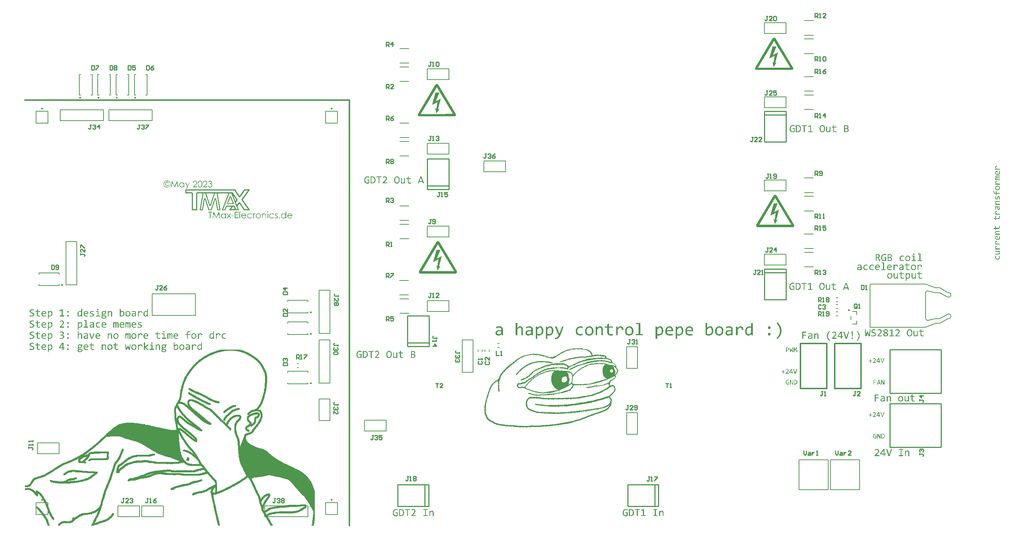
<source format=gto>
G04*
G04 #@! TF.GenerationSoftware,Altium Limited,Altium Designer,22.8.2 (66)*
G04*
G04 Layer_Color=65535*
%FSLAX44Y44*%
%MOMM*%
G71*
G04*
G04 #@! TF.SameCoordinates,4EFE7699-17C8-4AF9-A536-91C0C68ECE63*
G04*
G04*
G04 #@! TF.FilePolarity,Positive*
G04*
G01*
G75*
%ADD10C,0.2500*%
%ADD11C,0.2000*%
%ADD12C,0.3000*%
%ADD13C,0.2540*%
G36*
X1815034Y1217895D02*
Y1217768D01*
X1815794D01*
Y1217642D01*
X1816301D01*
Y1217515D01*
Y1217388D01*
X1816681D01*
Y1217262D01*
Y1217135D01*
X1816934D01*
Y1217008D01*
X1817061D01*
Y1216881D01*
Y1216755D01*
X1817314D01*
Y1216628D01*
Y1216502D01*
X1817567D01*
Y1216375D01*
X1817694D01*
Y1216248D01*
Y1216122D01*
Y1215995D01*
Y1215868D01*
X1817947D01*
Y1215742D01*
X1818201D01*
Y1215615D01*
Y1215488D01*
Y1215362D01*
Y1215235D01*
X1818327D01*
Y1215108D01*
X1818581D01*
Y1214982D01*
Y1214855D01*
Y1214728D01*
Y1214602D01*
X1818834D01*
Y1214475D01*
Y1214348D01*
Y1214222D01*
X1818961D01*
Y1214095D01*
Y1213968D01*
X1819214D01*
Y1213842D01*
Y1213715D01*
Y1213588D01*
X1819467D01*
Y1213462D01*
Y1213335D01*
Y1213208D01*
X1819594D01*
Y1213082D01*
Y1212955D01*
X1819847D01*
Y1212829D01*
Y1212702D01*
Y1212575D01*
X1820101D01*
Y1212449D01*
Y1212322D01*
Y1212195D01*
Y1212068D01*
X1820227D01*
Y1211942D01*
X1820480D01*
Y1211815D01*
Y1211689D01*
Y1211562D01*
Y1211435D01*
X1820734D01*
Y1211309D01*
Y1211182D01*
Y1211055D01*
X1820860D01*
Y1210928D01*
Y1210802D01*
X1821114D01*
Y1210675D01*
Y1210549D01*
Y1210422D01*
X1821367D01*
Y1210295D01*
Y1210169D01*
Y1210042D01*
X1821494D01*
Y1209915D01*
Y1209789D01*
X1821747D01*
Y1209662D01*
Y1209535D01*
Y1209409D01*
X1822000D01*
Y1209282D01*
Y1209155D01*
Y1209029D01*
Y1208902D01*
X1822127D01*
Y1208775D01*
X1822380D01*
Y1208649D01*
Y1208522D01*
Y1208395D01*
Y1208269D01*
X1822634D01*
Y1208142D01*
Y1208015D01*
Y1207889D01*
X1822760D01*
Y1207762D01*
Y1207635D01*
Y1207509D01*
X1823014D01*
Y1207382D01*
Y1207255D01*
X1823267D01*
Y1207129D01*
Y1207002D01*
Y1206875D01*
X1823394D01*
Y1206749D01*
Y1206622D01*
X1823647D01*
Y1206496D01*
Y1206369D01*
Y1206242D01*
X1823900D01*
Y1206115D01*
Y1205989D01*
Y1205862D01*
Y1205735D01*
X1824027D01*
Y1205609D01*
X1824280D01*
Y1205482D01*
Y1205356D01*
Y1205229D01*
Y1205102D01*
X1824534D01*
Y1204976D01*
Y1204849D01*
Y1204722D01*
X1824660D01*
Y1204596D01*
Y1204469D01*
X1824913D01*
Y1204342D01*
Y1204216D01*
Y1204089D01*
X1825167D01*
Y1203962D01*
Y1203836D01*
Y1203709D01*
X1825293D01*
Y1203582D01*
Y1203456D01*
X1825547D01*
Y1203329D01*
Y1203202D01*
Y1203076D01*
X1825800D01*
Y1202949D01*
Y1202822D01*
Y1202696D01*
Y1202569D01*
X1825927D01*
Y1202442D01*
X1826180D01*
Y1202316D01*
Y1202189D01*
Y1202062D01*
Y1201936D01*
X1826433D01*
Y1201809D01*
Y1201682D01*
Y1201556D01*
X1826560D01*
Y1201429D01*
Y1201302D01*
X1826813D01*
Y1201176D01*
Y1201049D01*
Y1200922D01*
X1827067D01*
Y1200796D01*
Y1200669D01*
Y1200543D01*
X1827193D01*
Y1200416D01*
Y1200289D01*
X1827447D01*
Y1200163D01*
Y1200036D01*
Y1199909D01*
X1827700D01*
Y1199782D01*
Y1199656D01*
Y1199529D01*
Y1199403D01*
X1827827D01*
Y1199276D01*
X1828080D01*
Y1199149D01*
Y1199023D01*
Y1198896D01*
Y1198769D01*
X1828333D01*
Y1198643D01*
Y1198516D01*
Y1198389D01*
X1828460D01*
Y1198263D01*
Y1198136D01*
X1828713D01*
Y1198009D01*
Y1197883D01*
Y1197756D01*
X1828967D01*
Y1197629D01*
Y1197503D01*
Y1197376D01*
X1829093D01*
Y1197249D01*
Y1197123D01*
X1829347D01*
Y1196996D01*
Y1196869D01*
Y1196743D01*
X1829600D01*
Y1196616D01*
Y1196489D01*
Y1196363D01*
Y1196236D01*
X1829727D01*
Y1196109D01*
X1829980D01*
Y1195983D01*
Y1195856D01*
Y1195729D01*
Y1195603D01*
X1830233D01*
Y1195476D01*
Y1195350D01*
Y1195223D01*
X1830360D01*
Y1195096D01*
Y1194969D01*
X1830613D01*
Y1194843D01*
Y1194716D01*
Y1194589D01*
X1830867D01*
Y1194463D01*
Y1194336D01*
Y1194210D01*
X1830993D01*
Y1194083D01*
Y1193956D01*
X1831246D01*
Y1193829D01*
Y1193703D01*
Y1193576D01*
X1831500D01*
Y1193450D01*
Y1193323D01*
Y1193196D01*
Y1193070D01*
X1831626D01*
Y1192943D01*
X1831880D01*
Y1192816D01*
Y1192690D01*
Y1192563D01*
Y1192436D01*
X1832133D01*
Y1192310D01*
Y1192183D01*
Y1192056D01*
X1832260D01*
Y1191930D01*
Y1191803D01*
X1832513D01*
Y1191676D01*
Y1191550D01*
Y1191423D01*
X1832766D01*
Y1191296D01*
Y1191170D01*
Y1191043D01*
X1832893D01*
Y1190916D01*
Y1190790D01*
X1833146D01*
Y1190663D01*
Y1190536D01*
Y1190410D01*
X1833400D01*
Y1190283D01*
Y1190156D01*
Y1190030D01*
Y1189903D01*
X1833526D01*
Y1189776D01*
X1833780D01*
Y1189650D01*
Y1189523D01*
Y1189396D01*
Y1189270D01*
X1834033D01*
Y1189143D01*
Y1189016D01*
Y1188890D01*
X1834160D01*
Y1188763D01*
Y1188636D01*
X1834413D01*
Y1188510D01*
Y1188383D01*
Y1188257D01*
X1834666D01*
Y1188130D01*
Y1188003D01*
Y1187877D01*
X1834793D01*
Y1187750D01*
Y1187623D01*
X1835046D01*
Y1187497D01*
Y1187370D01*
Y1187243D01*
X1835300D01*
Y1187117D01*
Y1186990D01*
Y1186863D01*
Y1186737D01*
X1835426D01*
Y1186610D01*
X1835680D01*
Y1186483D01*
Y1186357D01*
Y1186230D01*
Y1186103D01*
X1835933D01*
Y1185977D01*
Y1185850D01*
Y1185723D01*
X1836060D01*
Y1185597D01*
Y1185470D01*
X1836313D01*
Y1185343D01*
Y1185217D01*
Y1185090D01*
X1836566D01*
Y1184963D01*
Y1184837D01*
Y1184710D01*
X1836693D01*
Y1184583D01*
Y1184457D01*
X1836946D01*
Y1184330D01*
Y1184203D01*
Y1184077D01*
X1837200D01*
Y1183950D01*
Y1183823D01*
Y1183697D01*
Y1183570D01*
X1837326D01*
Y1183444D01*
X1837579D01*
Y1183317D01*
Y1183190D01*
Y1183064D01*
Y1182937D01*
X1837833D01*
Y1182810D01*
Y1182683D01*
Y1182557D01*
X1837959D01*
Y1182430D01*
Y1182303D01*
X1838213D01*
Y1182177D01*
Y1182050D01*
Y1181924D01*
X1838466D01*
Y1181797D01*
Y1181670D01*
Y1181544D01*
X1838593D01*
Y1181417D01*
Y1181290D01*
X1838846D01*
Y1181164D01*
Y1181037D01*
Y1180910D01*
X1839099D01*
Y1180784D01*
Y1180657D01*
Y1180530D01*
Y1180404D01*
X1839226D01*
Y1180277D01*
X1839479D01*
Y1180150D01*
Y1180024D01*
Y1179897D01*
Y1179770D01*
X1839733D01*
Y1179644D01*
Y1179517D01*
Y1179390D01*
X1839859D01*
Y1179264D01*
Y1179137D01*
X1840113D01*
Y1179010D01*
Y1178884D01*
Y1178757D01*
X1840366D01*
Y1178630D01*
Y1178504D01*
Y1178377D01*
X1840493D01*
Y1178250D01*
Y1178124D01*
X1840746D01*
Y1177997D01*
Y1177870D01*
Y1177744D01*
X1840999D01*
Y1177617D01*
Y1177490D01*
Y1177364D01*
Y1177237D01*
X1841126D01*
Y1177111D01*
X1841379D01*
Y1176984D01*
Y1176857D01*
Y1176730D01*
Y1176604D01*
X1841633D01*
Y1176477D01*
Y1176351D01*
Y1176224D01*
X1841759D01*
Y1176097D01*
Y1175971D01*
X1842013D01*
Y1175844D01*
Y1175717D01*
Y1175591D01*
X1842266D01*
Y1175464D01*
Y1175337D01*
Y1175211D01*
X1842392D01*
Y1175084D01*
Y1174957D01*
X1842646D01*
Y1174831D01*
Y1174704D01*
Y1174577D01*
X1842899D01*
Y1174451D01*
Y1174324D01*
Y1174197D01*
Y1174071D01*
X1843026D01*
Y1173944D01*
X1843279D01*
Y1173817D01*
Y1173691D01*
Y1173564D01*
Y1173437D01*
X1843533D01*
Y1173311D01*
Y1173184D01*
Y1173057D01*
X1843659D01*
Y1172931D01*
Y1172804D01*
Y1172677D01*
X1843913D01*
Y1172551D01*
Y1172424D01*
X1844166D01*
Y1172297D01*
Y1172171D01*
Y1172044D01*
X1844292D01*
Y1171917D01*
Y1171791D01*
X1844546D01*
Y1171664D01*
Y1171537D01*
Y1171411D01*
X1844799D01*
Y1171284D01*
Y1171158D01*
Y1171031D01*
Y1170904D01*
X1844926D01*
Y1170778D01*
X1845179D01*
Y1170651D01*
Y1170524D01*
Y1170398D01*
Y1170271D01*
X1845432D01*
Y1170144D01*
Y1170017D01*
Y1169891D01*
X1845559D01*
Y1169764D01*
Y1169638D01*
X1845812D01*
Y1169511D01*
Y1169384D01*
Y1169258D01*
X1846066D01*
Y1169131D01*
Y1169004D01*
Y1168878D01*
X1846192D01*
Y1168751D01*
Y1168624D01*
X1846446D01*
Y1168498D01*
Y1168371D01*
Y1168244D01*
X1846699D01*
Y1168118D01*
Y1167991D01*
Y1167864D01*
Y1167738D01*
X1846826D01*
Y1167611D01*
Y1167484D01*
Y1167358D01*
X1847079D01*
Y1167231D01*
Y1167104D01*
X1847332D01*
Y1166978D01*
Y1166851D01*
Y1166724D01*
X1847459D01*
Y1166598D01*
Y1166471D01*
Y1166344D01*
X1847712D01*
Y1166218D01*
Y1166091D01*
X1847966D01*
Y1165965D01*
Y1165838D01*
Y1165711D01*
X1848092D01*
Y1165584D01*
Y1165458D01*
X1848345D01*
Y1165331D01*
Y1165204D01*
Y1165078D01*
X1848599D01*
Y1164951D01*
Y1164825D01*
Y1164698D01*
Y1164571D01*
X1848725D01*
Y1164445D01*
Y1164318D01*
Y1164191D01*
X1848979D01*
Y1164065D01*
Y1163938D01*
X1849232D01*
Y1163811D01*
Y1163685D01*
Y1163558D01*
X1849359D01*
Y1163431D01*
Y1163305D01*
Y1163178D01*
X1849612D01*
Y1163051D01*
Y1162925D01*
X1849865D01*
Y1162798D01*
Y1162671D01*
Y1162545D01*
X1849992D01*
Y1162418D01*
Y1162291D01*
Y1162165D01*
Y1162038D01*
X1850245D01*
Y1161911D01*
X1850499D01*
Y1161785D01*
Y1161658D01*
Y1161531D01*
Y1161405D01*
X1850625D01*
Y1161278D01*
Y1161151D01*
Y1161025D01*
X1850879D01*
Y1160898D01*
Y1160771D01*
X1851132D01*
Y1160645D01*
Y1160518D01*
Y1160391D01*
X1851259D01*
Y1160265D01*
Y1160138D01*
X1851512D01*
Y1160012D01*
Y1159885D01*
Y1159758D01*
X1851765D01*
Y1159632D01*
Y1159505D01*
Y1159378D01*
X1851892D01*
Y1159251D01*
Y1159125D01*
Y1158998D01*
Y1158872D01*
X1852145D01*
Y1158745D01*
X1852399D01*
Y1158618D01*
Y1158492D01*
Y1158365D01*
Y1158238D01*
X1852525D01*
Y1158112D01*
Y1157985D01*
Y1157858D01*
X1852779D01*
Y1157732D01*
Y1157605D01*
X1853032D01*
Y1157478D01*
Y1157352D01*
Y1157225D01*
X1853159D01*
Y1157098D01*
Y1156972D01*
Y1156845D01*
X1853412D01*
Y1156718D01*
Y1156592D01*
X1853665D01*
Y1156465D01*
Y1156338D01*
Y1156212D01*
X1853792D01*
Y1156085D01*
Y1155958D01*
Y1155832D01*
Y1155705D01*
X1854045D01*
Y1155578D01*
X1854299D01*
Y1155452D01*
Y1155325D01*
Y1155198D01*
Y1155072D01*
X1854425D01*
Y1154945D01*
Y1154818D01*
Y1154692D01*
X1854678D01*
Y1154565D01*
Y1154438D01*
X1854932D01*
Y1154312D01*
Y1154185D01*
Y1154058D01*
X1855058D01*
Y1153932D01*
Y1153805D01*
Y1153679D01*
X1855312D01*
Y1153552D01*
Y1153425D01*
Y1153298D01*
Y1153172D01*
X1855565D01*
Y1153045D01*
X1855692D01*
Y1152918D01*
Y1152792D01*
Y1152665D01*
Y1152539D01*
X1855945D01*
Y1152412D01*
Y1152285D01*
Y1152159D01*
X1856198D01*
Y1152032D01*
Y1151905D01*
X1856325D01*
Y1151779D01*
Y1151652D01*
Y1151525D01*
X1856578D01*
Y1151399D01*
Y1151272D01*
Y1151145D01*
X1856832D01*
Y1151019D01*
Y1150892D01*
X1856958D01*
Y1150765D01*
Y1150639D01*
Y1150512D01*
X1857212D01*
Y1150385D01*
Y1150259D01*
Y1150132D01*
Y1150005D01*
X1857465D01*
Y1149879D01*
X1857592D01*
Y1149752D01*
Y1149625D01*
Y1149499D01*
Y1149372D01*
X1857845D01*
Y1149245D01*
Y1149119D01*
Y1148992D01*
X1858098D01*
Y1148865D01*
Y1148739D01*
Y1148612D01*
X1858225D01*
Y1148485D01*
Y1148359D01*
X1858478D01*
Y1148232D01*
Y1148105D01*
Y1147979D01*
X1858732D01*
Y1147852D01*
Y1147726D01*
Y1147599D01*
Y1147472D01*
X1858858D01*
Y1147346D01*
Y1147219D01*
Y1147092D01*
X1859112D01*
Y1146965D01*
Y1146839D01*
Y1146712D01*
Y1146585D01*
Y1146459D01*
Y1146332D01*
Y1146206D01*
X1859365D01*
Y1146079D01*
Y1145952D01*
Y1145826D01*
Y1145699D01*
Y1145572D01*
Y1145446D01*
Y1145319D01*
Y1145192D01*
Y1145066D01*
Y1144939D01*
X1859112D01*
Y1144812D01*
Y1144686D01*
Y1144559D01*
Y1144432D01*
Y1144306D01*
Y1144179D01*
X1858858D01*
Y1144052D01*
Y1143926D01*
Y1143799D01*
Y1143672D01*
X1858732D01*
Y1143546D01*
Y1143419D01*
Y1143292D01*
X1858478D01*
Y1143166D01*
Y1143039D01*
X1858225D01*
Y1142912D01*
X1858098D01*
Y1142786D01*
Y1142659D01*
X1857845D01*
Y1142532D01*
Y1142406D01*
X1857465D01*
Y1142279D01*
X1856958D01*
Y1142152D01*
Y1142026D01*
X1772097D01*
Y1142152D01*
Y1142279D01*
X1771717D01*
Y1142406D01*
X1771337D01*
Y1142532D01*
Y1142659D01*
X1771083D01*
Y1142786D01*
Y1142912D01*
X1770830D01*
Y1143039D01*
X1770703D01*
Y1143166D01*
Y1143292D01*
X1770450D01*
Y1143419D01*
Y1143546D01*
X1770197D01*
Y1143672D01*
Y1143799D01*
Y1143926D01*
X1770070D01*
Y1144052D01*
Y1144179D01*
Y1144306D01*
X1769817D01*
Y1144432D01*
Y1144559D01*
Y1144686D01*
Y1144812D01*
Y1144939D01*
X1769563D01*
Y1145066D01*
Y1145192D01*
Y1145319D01*
Y1145446D01*
Y1145572D01*
Y1145699D01*
Y1145826D01*
Y1145952D01*
Y1146079D01*
Y1146206D01*
Y1146332D01*
Y1146459D01*
Y1146585D01*
Y1146712D01*
X1769817D01*
Y1146839D01*
Y1146965D01*
Y1147092D01*
Y1147219D01*
Y1147346D01*
Y1147472D01*
X1770070D01*
Y1147599D01*
Y1147726D01*
Y1147852D01*
Y1147979D01*
X1770197D01*
Y1148105D01*
X1770450D01*
Y1148232D01*
Y1148359D01*
Y1148485D01*
Y1148612D01*
X1770703D01*
Y1148739D01*
Y1148865D01*
Y1148992D01*
X1770830D01*
Y1149119D01*
Y1149245D01*
X1771083D01*
Y1149372D01*
Y1149499D01*
Y1149625D01*
X1771337D01*
Y1149752D01*
Y1149879D01*
Y1150005D01*
X1771463D01*
Y1150132D01*
Y1150259D01*
X1771717D01*
Y1150385D01*
Y1150512D01*
Y1150639D01*
X1771970D01*
Y1150765D01*
Y1150892D01*
Y1151019D01*
Y1151145D01*
X1772097D01*
Y1151272D01*
X1772350D01*
Y1151399D01*
Y1151525D01*
Y1151652D01*
Y1151779D01*
X1772603D01*
Y1151905D01*
Y1152032D01*
Y1152159D01*
X1772730D01*
Y1152285D01*
Y1152412D01*
Y1152539D01*
X1772983D01*
Y1152665D01*
Y1152792D01*
X1773237D01*
Y1152918D01*
Y1153045D01*
Y1153172D01*
X1773363D01*
Y1153298D01*
Y1153425D01*
Y1153552D01*
Y1153679D01*
X1773616D01*
Y1153805D01*
X1773870D01*
Y1153932D01*
Y1154058D01*
Y1154185D01*
Y1154312D01*
X1773996D01*
Y1154438D01*
Y1154565D01*
Y1154692D01*
X1774250D01*
Y1154818D01*
Y1154945D01*
Y1155072D01*
X1774503D01*
Y1155198D01*
Y1155325D01*
X1774630D01*
Y1155452D01*
Y1155578D01*
Y1155705D01*
X1774883D01*
Y1155832D01*
Y1155958D01*
X1775136D01*
Y1156085D01*
Y1156212D01*
Y1156338D01*
X1775263D01*
Y1156465D01*
Y1156592D01*
Y1156718D01*
Y1156845D01*
X1775516D01*
Y1156972D01*
Y1157098D01*
Y1157225D01*
X1775770D01*
Y1157352D01*
Y1157478D01*
X1775896D01*
Y1157605D01*
Y1157732D01*
Y1157858D01*
X1776150D01*
Y1157985D01*
Y1158112D01*
Y1158238D01*
X1776403D01*
Y1158365D01*
Y1158492D01*
X1776530D01*
Y1158618D01*
Y1158745D01*
Y1158872D01*
X1776783D01*
Y1158998D01*
Y1159125D01*
Y1159251D01*
Y1159378D01*
X1777036D01*
Y1159505D01*
Y1159632D01*
Y1159758D01*
X1777163D01*
Y1159885D01*
Y1160012D01*
X1777416D01*
Y1160138D01*
Y1160265D01*
Y1160391D01*
X1777670D01*
Y1160518D01*
Y1160645D01*
Y1160771D01*
X1777796D01*
Y1160898D01*
Y1161025D01*
X1778049D01*
Y1161151D01*
Y1161278D01*
Y1161405D01*
X1778303D01*
Y1161531D01*
Y1161658D01*
Y1161785D01*
Y1161911D01*
X1778430D01*
Y1162038D01*
X1778683D01*
Y1162165D01*
Y1162291D01*
Y1162418D01*
Y1162545D01*
X1778936D01*
Y1162671D01*
Y1162798D01*
Y1162925D01*
X1779063D01*
Y1163051D01*
Y1163178D01*
Y1163305D01*
X1779316D01*
Y1163431D01*
Y1163558D01*
X1779569D01*
Y1163685D01*
Y1163811D01*
Y1163938D01*
X1779696D01*
Y1164065D01*
Y1164191D01*
Y1164318D01*
Y1164445D01*
X1779949D01*
Y1164571D01*
X1780203D01*
Y1164698D01*
Y1164825D01*
Y1164951D01*
Y1165078D01*
X1780329D01*
Y1165204D01*
Y1165331D01*
Y1165458D01*
X1780583D01*
Y1165584D01*
Y1165711D01*
X1780836D01*
Y1165838D01*
Y1165965D01*
Y1166091D01*
X1780963D01*
Y1166218D01*
Y1166344D01*
Y1166471D01*
X1781216D01*
Y1166598D01*
Y1166724D01*
X1781469D01*
Y1166851D01*
Y1166978D01*
Y1167104D01*
X1781596D01*
Y1167231D01*
Y1167358D01*
Y1167484D01*
Y1167611D01*
X1781849D01*
Y1167738D01*
X1782103D01*
Y1167864D01*
Y1167991D01*
Y1168118D01*
Y1168244D01*
X1782229D01*
Y1168371D01*
Y1168498D01*
Y1168624D01*
X1782483D01*
Y1168751D01*
Y1168878D01*
Y1169004D01*
X1782736D01*
Y1169131D01*
Y1169258D01*
X1782863D01*
Y1169384D01*
Y1169511D01*
Y1169638D01*
X1783116D01*
Y1169764D01*
Y1169891D01*
Y1170017D01*
Y1170144D01*
X1783369D01*
Y1170271D01*
X1783496D01*
Y1170398D01*
Y1170524D01*
Y1170651D01*
Y1170778D01*
X1783749D01*
Y1170904D01*
Y1171031D01*
Y1171158D01*
X1784003D01*
Y1171284D01*
Y1171411D01*
X1784129D01*
Y1171537D01*
Y1171664D01*
Y1171791D01*
X1784382D01*
Y1171917D01*
Y1172044D01*
Y1172171D01*
X1784636D01*
Y1172297D01*
Y1172424D01*
X1784763D01*
Y1172551D01*
Y1172677D01*
Y1172804D01*
X1785016D01*
Y1172931D01*
Y1173057D01*
Y1173184D01*
Y1173311D01*
X1785269D01*
Y1173437D01*
X1785396D01*
Y1173564D01*
Y1173691D01*
Y1173817D01*
Y1173944D01*
X1785649D01*
Y1174071D01*
Y1174197D01*
Y1174324D01*
X1785902D01*
Y1174451D01*
Y1174577D01*
Y1174704D01*
X1786029D01*
Y1174831D01*
Y1174957D01*
X1786282D01*
Y1175084D01*
Y1175211D01*
Y1175337D01*
X1786536D01*
Y1175464D01*
Y1175591D01*
Y1175717D01*
Y1175844D01*
X1786662D01*
Y1175971D01*
X1786916D01*
Y1176097D01*
Y1176224D01*
Y1176351D01*
Y1176477D01*
X1787169D01*
Y1176604D01*
X1787296D01*
Y1176730D01*
Y1176857D01*
Y1176984D01*
Y1177111D01*
X1787549D01*
Y1177237D01*
Y1177364D01*
Y1177490D01*
X1787802D01*
Y1177617D01*
Y1177744D01*
Y1177870D01*
X1787929D01*
Y1177997D01*
Y1178124D01*
X1788182D01*
Y1178250D01*
Y1178377D01*
Y1178504D01*
X1788436D01*
Y1178630D01*
Y1178757D01*
Y1178884D01*
Y1179010D01*
X1788562D01*
Y1179137D01*
X1788816D01*
Y1179264D01*
Y1179390D01*
Y1179517D01*
Y1179644D01*
X1789069D01*
Y1179770D01*
Y1179897D01*
Y1180024D01*
X1789196D01*
Y1180150D01*
Y1180277D01*
Y1180404D01*
X1789449D01*
Y1180530D01*
Y1180657D01*
X1789702D01*
Y1180784D01*
Y1180910D01*
Y1181037D01*
X1789829D01*
Y1181164D01*
Y1181290D01*
Y1181417D01*
Y1181544D01*
X1790082D01*
Y1181670D01*
X1790336D01*
Y1181797D01*
Y1181924D01*
Y1182050D01*
Y1182177D01*
X1790462D01*
Y1182303D01*
Y1182430D01*
Y1182557D01*
X1790715D01*
Y1182683D01*
Y1182810D01*
X1790969D01*
Y1182937D01*
Y1183064D01*
Y1183190D01*
X1791095D01*
Y1183317D01*
Y1183444D01*
Y1183570D01*
X1791349D01*
Y1183697D01*
Y1183823D01*
X1791602D01*
Y1183950D01*
Y1184077D01*
Y1184203D01*
X1791729D01*
Y1184330D01*
Y1184457D01*
Y1184583D01*
Y1184710D01*
X1791982D01*
Y1184837D01*
Y1184963D01*
Y1185090D01*
X1792235D01*
Y1185217D01*
Y1185343D01*
X1792362D01*
Y1185470D01*
Y1185597D01*
Y1185723D01*
X1792615D01*
Y1185850D01*
Y1185977D01*
Y1186103D01*
X1792869D01*
Y1186230D01*
Y1186357D01*
X1792995D01*
Y1186483D01*
Y1186610D01*
Y1186737D01*
X1793249D01*
Y1186863D01*
Y1186990D01*
Y1187117D01*
Y1187243D01*
X1793502D01*
Y1187370D01*
X1793629D01*
Y1187497D01*
Y1187623D01*
Y1187750D01*
Y1187877D01*
X1793882D01*
Y1188003D01*
Y1188130D01*
Y1188257D01*
X1794135D01*
Y1188383D01*
Y1188510D01*
X1794262D01*
Y1188636D01*
Y1188763D01*
Y1188890D01*
X1794515D01*
Y1189016D01*
Y1189143D01*
Y1189270D01*
X1794769D01*
Y1189396D01*
Y1189523D01*
X1794895D01*
Y1189650D01*
Y1189776D01*
Y1189903D01*
X1795149D01*
Y1190030D01*
Y1190156D01*
Y1190283D01*
Y1190410D01*
X1795402D01*
Y1190536D01*
X1795529D01*
Y1190663D01*
Y1190790D01*
Y1190916D01*
Y1191043D01*
X1795782D01*
Y1191170D01*
Y1191296D01*
Y1191423D01*
X1796035D01*
Y1191550D01*
Y1191676D01*
Y1191803D01*
X1796162D01*
Y1191930D01*
Y1192056D01*
X1796415D01*
Y1192183D01*
Y1192310D01*
Y1192436D01*
X1796669D01*
Y1192563D01*
Y1192690D01*
Y1192816D01*
Y1192943D01*
X1796795D01*
Y1193070D01*
X1797048D01*
Y1193196D01*
Y1193323D01*
Y1193450D01*
Y1193576D01*
X1797302D01*
Y1193703D01*
Y1193829D01*
Y1193956D01*
X1797428D01*
Y1194083D01*
Y1194210D01*
X1797682D01*
Y1194336D01*
Y1194463D01*
Y1194589D01*
X1797935D01*
Y1194716D01*
Y1194843D01*
Y1194969D01*
X1798062D01*
Y1195096D01*
Y1195223D01*
X1798315D01*
Y1195350D01*
Y1195476D01*
Y1195603D01*
X1798568D01*
Y1195729D01*
Y1195856D01*
Y1195983D01*
Y1196109D01*
X1798695D01*
Y1196236D01*
Y1196363D01*
Y1196489D01*
X1798948D01*
Y1196616D01*
Y1196743D01*
X1799202D01*
Y1196869D01*
Y1196996D01*
Y1197123D01*
X1799328D01*
Y1197249D01*
Y1197376D01*
Y1197503D01*
X1799582D01*
Y1197629D01*
Y1197756D01*
X1799835D01*
Y1197883D01*
Y1198009D01*
Y1198136D01*
X1799962D01*
Y1198263D01*
Y1198389D01*
Y1198516D01*
Y1198643D01*
X1800215D01*
Y1198769D01*
X1800468D01*
Y1198896D01*
Y1199023D01*
Y1199149D01*
Y1199276D01*
X1800595D01*
Y1199403D01*
Y1199529D01*
Y1199656D01*
X1800848D01*
Y1199782D01*
Y1199909D01*
X1801102D01*
Y1200036D01*
Y1200163D01*
Y1200289D01*
X1801228D01*
Y1200416D01*
Y1200543D01*
Y1200669D01*
X1801481D01*
Y1200796D01*
Y1200922D01*
X1801735D01*
Y1201049D01*
Y1201176D01*
Y1201302D01*
X1801862D01*
Y1201429D01*
Y1201556D01*
Y1201682D01*
Y1201809D01*
X1802115D01*
Y1201936D01*
Y1202062D01*
Y1202189D01*
X1802368D01*
Y1202316D01*
Y1202442D01*
X1802495D01*
Y1202569D01*
Y1202696D01*
Y1202822D01*
X1802748D01*
Y1202949D01*
Y1203076D01*
Y1203202D01*
X1803001D01*
Y1203329D01*
Y1203456D01*
X1803128D01*
Y1203582D01*
Y1203709D01*
Y1203836D01*
X1803381D01*
Y1203962D01*
Y1204089D01*
Y1204216D01*
Y1204342D01*
X1803635D01*
Y1204469D01*
X1803761D01*
Y1204596D01*
Y1204722D01*
Y1204849D01*
Y1204976D01*
X1804015D01*
Y1205102D01*
Y1205229D01*
Y1205356D01*
X1804268D01*
Y1205482D01*
Y1205609D01*
Y1205735D01*
X1804395D01*
Y1205862D01*
Y1205989D01*
X1804648D01*
Y1206115D01*
Y1206242D01*
Y1206369D01*
X1804901D01*
Y1206496D01*
Y1206622D01*
Y1206749D01*
Y1206875D01*
X1805028D01*
Y1207002D01*
X1805281D01*
Y1207129D01*
Y1207255D01*
Y1207382D01*
Y1207509D01*
X1805535D01*
Y1207635D01*
Y1207762D01*
Y1207889D01*
X1805661D01*
Y1208015D01*
Y1208142D01*
X1805915D01*
Y1208269D01*
Y1208395D01*
Y1208522D01*
X1806168D01*
Y1208649D01*
Y1208775D01*
Y1208902D01*
X1806295D01*
Y1209029D01*
Y1209155D01*
X1806548D01*
Y1209282D01*
Y1209409D01*
Y1209535D01*
X1806801D01*
Y1209662D01*
Y1209789D01*
Y1209915D01*
Y1210042D01*
X1806928D01*
Y1210169D01*
X1807181D01*
Y1210295D01*
Y1210422D01*
Y1210549D01*
Y1210675D01*
X1807435D01*
Y1210802D01*
Y1210928D01*
Y1211055D01*
X1807561D01*
Y1211182D01*
Y1211309D01*
X1807814D01*
Y1211435D01*
Y1211562D01*
Y1211689D01*
X1808068D01*
Y1211815D01*
Y1211942D01*
Y1212068D01*
X1808194D01*
Y1212195D01*
Y1212322D01*
X1808448D01*
Y1212449D01*
Y1212575D01*
Y1212702D01*
X1808701D01*
Y1212829D01*
Y1212955D01*
X1808828D01*
Y1213082D01*
Y1213208D01*
Y1213335D01*
X1809081D01*
Y1213462D01*
Y1213588D01*
Y1213715D01*
Y1213842D01*
X1809334D01*
Y1213968D01*
X1809461D01*
Y1214095D01*
Y1214222D01*
Y1214348D01*
Y1214475D01*
X1809714D01*
Y1214602D01*
X1809968D01*
Y1214728D01*
Y1214855D01*
Y1214982D01*
Y1215108D01*
X1810094D01*
Y1215235D01*
X1810348D01*
Y1215362D01*
Y1215488D01*
X1810601D01*
Y1215615D01*
Y1215742D01*
Y1215868D01*
X1810728D01*
Y1215995D01*
Y1216122D01*
X1810981D01*
Y1216248D01*
Y1216375D01*
Y1216502D01*
X1811234D01*
Y1216628D01*
Y1216755D01*
X1811361D01*
Y1216881D01*
Y1217008D01*
X1811614D01*
Y1217135D01*
X1811994D01*
Y1217262D01*
Y1217388D01*
X1812248D01*
Y1217515D01*
Y1217642D01*
X1812628D01*
Y1217768D01*
X1813261D01*
Y1217895D01*
Y1218021D01*
X1815034D01*
Y1217895D01*
D02*
G37*
G36*
X1023194Y1108895D02*
Y1108768D01*
X1023953D01*
Y1108642D01*
X1024460D01*
Y1108515D01*
Y1108388D01*
X1024840D01*
Y1108262D01*
Y1108135D01*
X1025093D01*
Y1108008D01*
X1025220D01*
Y1107882D01*
Y1107755D01*
X1025473D01*
Y1107628D01*
Y1107502D01*
X1025727D01*
Y1107375D01*
X1025853D01*
Y1107248D01*
Y1107122D01*
Y1106995D01*
Y1106868D01*
X1026107D01*
Y1106742D01*
X1026360D01*
Y1106615D01*
Y1106488D01*
Y1106362D01*
Y1106235D01*
X1026487D01*
Y1106108D01*
X1026740D01*
Y1105982D01*
Y1105855D01*
Y1105728D01*
Y1105602D01*
X1026993D01*
Y1105475D01*
Y1105348D01*
Y1105222D01*
X1027120D01*
Y1105095D01*
Y1104968D01*
X1027373D01*
Y1104842D01*
Y1104715D01*
Y1104588D01*
X1027627D01*
Y1104462D01*
Y1104335D01*
Y1104209D01*
X1027753D01*
Y1104082D01*
Y1103955D01*
X1028007D01*
Y1103829D01*
Y1103702D01*
Y1103575D01*
X1028260D01*
Y1103448D01*
Y1103322D01*
Y1103195D01*
Y1103069D01*
X1028387D01*
Y1102942D01*
X1028640D01*
Y1102815D01*
Y1102689D01*
Y1102562D01*
Y1102435D01*
X1028893D01*
Y1102309D01*
Y1102182D01*
Y1102055D01*
X1029020D01*
Y1101929D01*
Y1101802D01*
X1029273D01*
Y1101675D01*
Y1101549D01*
Y1101422D01*
X1029527D01*
Y1101295D01*
Y1101169D01*
Y1101042D01*
X1029653D01*
Y1100915D01*
Y1100789D01*
X1029906D01*
Y1100662D01*
Y1100535D01*
Y1100409D01*
X1030160D01*
Y1100282D01*
Y1100155D01*
Y1100029D01*
Y1099902D01*
X1030286D01*
Y1099775D01*
X1030540D01*
Y1099649D01*
Y1099522D01*
Y1099395D01*
Y1099269D01*
X1030793D01*
Y1099142D01*
Y1099016D01*
Y1098889D01*
X1030920D01*
Y1098762D01*
Y1098635D01*
Y1098509D01*
X1031173D01*
Y1098382D01*
Y1098255D01*
X1031426D01*
Y1098129D01*
Y1098002D01*
Y1097876D01*
X1031553D01*
Y1097749D01*
Y1097622D01*
X1031806D01*
Y1097496D01*
Y1097369D01*
Y1097242D01*
X1032060D01*
Y1097116D01*
Y1096989D01*
Y1096862D01*
Y1096736D01*
X1032186D01*
Y1096609D01*
X1032440D01*
Y1096482D01*
Y1096356D01*
Y1096229D01*
Y1096102D01*
X1032693D01*
Y1095976D01*
Y1095849D01*
Y1095722D01*
X1032820D01*
Y1095596D01*
Y1095469D01*
X1033073D01*
Y1095342D01*
Y1095216D01*
Y1095089D01*
X1033326D01*
Y1094962D01*
Y1094836D01*
Y1094709D01*
X1033453D01*
Y1094582D01*
Y1094456D01*
X1033706D01*
Y1094329D01*
Y1094202D01*
Y1094076D01*
X1033960D01*
Y1093949D01*
Y1093822D01*
Y1093696D01*
Y1093569D01*
X1034086D01*
Y1093442D01*
X1034340D01*
Y1093316D01*
Y1093189D01*
Y1093063D01*
Y1092936D01*
X1034593D01*
Y1092809D01*
Y1092682D01*
Y1092556D01*
X1034720D01*
Y1092429D01*
Y1092302D01*
X1034973D01*
Y1092176D01*
Y1092049D01*
Y1091923D01*
X1035226D01*
Y1091796D01*
Y1091669D01*
Y1091543D01*
X1035353D01*
Y1091416D01*
Y1091289D01*
X1035606D01*
Y1091163D01*
Y1091036D01*
Y1090909D01*
X1035860D01*
Y1090783D01*
Y1090656D01*
Y1090529D01*
Y1090403D01*
X1035986D01*
Y1090276D01*
X1036239D01*
Y1090149D01*
Y1090023D01*
Y1089896D01*
Y1089769D01*
X1036493D01*
Y1089643D01*
Y1089516D01*
Y1089389D01*
X1036619D01*
Y1089263D01*
Y1089136D01*
X1036873D01*
Y1089009D01*
Y1088883D01*
Y1088756D01*
X1037126D01*
Y1088629D01*
Y1088503D01*
Y1088376D01*
X1037253D01*
Y1088249D01*
Y1088123D01*
X1037506D01*
Y1087996D01*
Y1087869D01*
Y1087743D01*
X1037759D01*
Y1087616D01*
Y1087489D01*
Y1087363D01*
Y1087236D01*
X1037886D01*
Y1087110D01*
X1038139D01*
Y1086983D01*
Y1086856D01*
Y1086730D01*
Y1086603D01*
X1038393D01*
Y1086476D01*
Y1086349D01*
Y1086223D01*
X1038519D01*
Y1086096D01*
Y1085970D01*
X1038773D01*
Y1085843D01*
Y1085716D01*
Y1085590D01*
X1039026D01*
Y1085463D01*
Y1085336D01*
Y1085210D01*
X1039153D01*
Y1085083D01*
Y1084956D01*
X1039406D01*
Y1084830D01*
Y1084703D01*
Y1084576D01*
X1039659D01*
Y1084450D01*
Y1084323D01*
Y1084196D01*
Y1084070D01*
X1039786D01*
Y1083943D01*
X1040039D01*
Y1083816D01*
Y1083690D01*
Y1083563D01*
Y1083436D01*
X1040293D01*
Y1083310D01*
Y1083183D01*
Y1083056D01*
X1040419D01*
Y1082930D01*
Y1082803D01*
X1040673D01*
Y1082676D01*
Y1082550D01*
Y1082423D01*
X1040926D01*
Y1082296D01*
Y1082170D01*
Y1082043D01*
X1041053D01*
Y1081917D01*
Y1081790D01*
X1041306D01*
Y1081663D01*
Y1081536D01*
Y1081410D01*
X1041559D01*
Y1081283D01*
Y1081156D01*
Y1081030D01*
Y1080903D01*
X1041686D01*
Y1080777D01*
X1041939D01*
Y1080650D01*
Y1080523D01*
Y1080396D01*
Y1080270D01*
X1042193D01*
Y1080143D01*
Y1080016D01*
Y1079890D01*
X1042319D01*
Y1079763D01*
Y1079637D01*
X1042572D01*
Y1079510D01*
Y1079383D01*
Y1079257D01*
X1042826D01*
Y1079130D01*
Y1079003D01*
Y1078877D01*
X1042952D01*
Y1078750D01*
Y1078623D01*
X1043206D01*
Y1078497D01*
Y1078370D01*
Y1078243D01*
X1043459D01*
Y1078117D01*
Y1077990D01*
Y1077863D01*
Y1077737D01*
X1043586D01*
Y1077610D01*
X1043839D01*
Y1077483D01*
Y1077357D01*
Y1077230D01*
Y1077103D01*
X1044092D01*
Y1076977D01*
Y1076850D01*
Y1076723D01*
X1044219D01*
Y1076597D01*
Y1076470D01*
X1044472D01*
Y1076343D01*
Y1076217D01*
Y1076090D01*
X1044726D01*
Y1075964D01*
Y1075837D01*
Y1075710D01*
X1044852D01*
Y1075583D01*
Y1075457D01*
X1045106D01*
Y1075330D01*
Y1075203D01*
Y1075077D01*
X1045359D01*
Y1074950D01*
Y1074824D01*
Y1074697D01*
Y1074570D01*
X1045486D01*
Y1074444D01*
X1045739D01*
Y1074317D01*
Y1074190D01*
Y1074063D01*
Y1073937D01*
X1045992D01*
Y1073810D01*
Y1073684D01*
Y1073557D01*
X1046119D01*
Y1073430D01*
Y1073304D01*
X1046372D01*
Y1073177D01*
Y1073050D01*
Y1072924D01*
X1046626D01*
Y1072797D01*
Y1072670D01*
Y1072544D01*
X1046752D01*
Y1072417D01*
Y1072290D01*
X1047006D01*
Y1072164D01*
Y1072037D01*
Y1071910D01*
X1047259D01*
Y1071784D01*
Y1071657D01*
Y1071530D01*
Y1071404D01*
X1047385D01*
Y1071277D01*
X1047639D01*
Y1071150D01*
Y1071024D01*
Y1070897D01*
Y1070770D01*
X1047892D01*
Y1070644D01*
Y1070517D01*
Y1070390D01*
X1048019D01*
Y1070264D01*
Y1070137D01*
X1048272D01*
Y1070010D01*
Y1069884D01*
Y1069757D01*
X1048525D01*
Y1069630D01*
Y1069504D01*
Y1069377D01*
X1048652D01*
Y1069250D01*
Y1069124D01*
X1048905D01*
Y1068997D01*
Y1068870D01*
Y1068744D01*
X1049159D01*
Y1068617D01*
Y1068491D01*
Y1068364D01*
Y1068237D01*
X1049285D01*
Y1068111D01*
X1049539D01*
Y1067984D01*
Y1067857D01*
Y1067730D01*
Y1067604D01*
X1049792D01*
Y1067477D01*
Y1067351D01*
Y1067224D01*
X1049919D01*
Y1067097D01*
Y1066971D01*
X1050172D01*
Y1066844D01*
Y1066717D01*
Y1066591D01*
X1050425D01*
Y1066464D01*
Y1066337D01*
Y1066211D01*
X1050552D01*
Y1066084D01*
Y1065957D01*
X1050805D01*
Y1065831D01*
Y1065704D01*
Y1065577D01*
X1051059D01*
Y1065451D01*
Y1065324D01*
Y1065197D01*
Y1065071D01*
X1051185D01*
Y1064944D01*
X1051439D01*
Y1064817D01*
Y1064691D01*
Y1064564D01*
Y1064437D01*
X1051692D01*
Y1064311D01*
Y1064184D01*
Y1064057D01*
X1051819D01*
Y1063931D01*
Y1063804D01*
Y1063678D01*
X1052072D01*
Y1063551D01*
Y1063424D01*
X1052325D01*
Y1063298D01*
Y1063171D01*
Y1063044D01*
X1052452D01*
Y1062917D01*
Y1062791D01*
X1052705D01*
Y1062664D01*
Y1062538D01*
Y1062411D01*
X1052959D01*
Y1062284D01*
Y1062158D01*
Y1062031D01*
Y1061904D01*
X1053085D01*
Y1061778D01*
X1053338D01*
Y1061651D01*
Y1061524D01*
Y1061398D01*
Y1061271D01*
X1053592D01*
Y1061144D01*
Y1061018D01*
Y1060891D01*
X1053718D01*
Y1060764D01*
Y1060638D01*
X1053972D01*
Y1060511D01*
Y1060384D01*
Y1060258D01*
X1054225D01*
Y1060131D01*
Y1060004D01*
Y1059878D01*
X1054352D01*
Y1059751D01*
Y1059624D01*
X1054605D01*
Y1059498D01*
Y1059371D01*
Y1059244D01*
X1054858D01*
Y1059118D01*
Y1058991D01*
Y1058864D01*
Y1058738D01*
X1054985D01*
Y1058611D01*
Y1058484D01*
Y1058358D01*
X1055238D01*
Y1058231D01*
Y1058104D01*
X1055492D01*
Y1057978D01*
Y1057851D01*
Y1057725D01*
X1055618D01*
Y1057598D01*
Y1057471D01*
Y1057345D01*
X1055872D01*
Y1057218D01*
Y1057091D01*
X1056125D01*
Y1056964D01*
Y1056838D01*
Y1056711D01*
X1056252D01*
Y1056584D01*
Y1056458D01*
X1056505D01*
Y1056331D01*
Y1056205D01*
Y1056078D01*
X1056758D01*
Y1055951D01*
Y1055825D01*
Y1055698D01*
Y1055571D01*
X1056885D01*
Y1055445D01*
Y1055318D01*
Y1055191D01*
X1057138D01*
Y1055065D01*
Y1054938D01*
X1057392D01*
Y1054811D01*
Y1054685D01*
Y1054558D01*
X1057518D01*
Y1054431D01*
Y1054305D01*
Y1054178D01*
X1057772D01*
Y1054051D01*
Y1053925D01*
X1058025D01*
Y1053798D01*
Y1053671D01*
Y1053545D01*
X1058152D01*
Y1053418D01*
Y1053291D01*
Y1053165D01*
Y1053038D01*
X1058405D01*
Y1052911D01*
X1058658D01*
Y1052785D01*
Y1052658D01*
Y1052531D01*
Y1052405D01*
X1058785D01*
Y1052278D01*
Y1052151D01*
Y1052025D01*
X1059038D01*
Y1051898D01*
Y1051771D01*
X1059292D01*
Y1051645D01*
Y1051518D01*
Y1051392D01*
X1059418D01*
Y1051265D01*
Y1051138D01*
X1059671D01*
Y1051012D01*
Y1050885D01*
Y1050758D01*
X1059925D01*
Y1050631D01*
Y1050505D01*
Y1050378D01*
X1060051D01*
Y1050252D01*
Y1050125D01*
Y1049998D01*
Y1049872D01*
X1060305D01*
Y1049745D01*
X1060558D01*
Y1049618D01*
Y1049492D01*
Y1049365D01*
Y1049238D01*
X1060685D01*
Y1049112D01*
Y1048985D01*
Y1048858D01*
X1060938D01*
Y1048732D01*
Y1048605D01*
X1061191D01*
Y1048478D01*
Y1048352D01*
Y1048225D01*
X1061318D01*
Y1048098D01*
Y1047972D01*
Y1047845D01*
X1061571D01*
Y1047718D01*
Y1047592D01*
X1061825D01*
Y1047465D01*
Y1047338D01*
Y1047212D01*
X1061951D01*
Y1047085D01*
Y1046958D01*
Y1046832D01*
Y1046705D01*
X1062205D01*
Y1046578D01*
X1062458D01*
Y1046452D01*
Y1046325D01*
Y1046199D01*
Y1046072D01*
X1062585D01*
Y1045945D01*
Y1045818D01*
Y1045692D01*
X1062838D01*
Y1045565D01*
Y1045439D01*
X1063091D01*
Y1045312D01*
Y1045185D01*
Y1045059D01*
X1063218D01*
Y1044932D01*
Y1044805D01*
Y1044678D01*
X1063471D01*
Y1044552D01*
Y1044425D01*
Y1044299D01*
Y1044172D01*
X1063725D01*
Y1044045D01*
X1063851D01*
Y1043919D01*
Y1043792D01*
Y1043665D01*
Y1043539D01*
X1064105D01*
Y1043412D01*
Y1043285D01*
Y1043159D01*
X1064358D01*
Y1043032D01*
Y1042905D01*
X1064485D01*
Y1042779D01*
Y1042652D01*
Y1042525D01*
X1064738D01*
Y1042399D01*
Y1042272D01*
Y1042145D01*
X1064991D01*
Y1042019D01*
Y1041892D01*
X1065118D01*
Y1041765D01*
Y1041639D01*
Y1041512D01*
X1065371D01*
Y1041385D01*
Y1041259D01*
Y1041132D01*
Y1041005D01*
X1065624D01*
Y1040879D01*
X1065751D01*
Y1040752D01*
Y1040625D01*
Y1040499D01*
Y1040372D01*
X1066004D01*
Y1040246D01*
Y1040119D01*
Y1039992D01*
X1066258D01*
Y1039865D01*
Y1039739D01*
Y1039612D01*
X1066385D01*
Y1039485D01*
Y1039359D01*
X1066638D01*
Y1039232D01*
Y1039106D01*
Y1038979D01*
X1066891D01*
Y1038852D01*
Y1038726D01*
Y1038599D01*
Y1038472D01*
X1067018D01*
Y1038346D01*
Y1038219D01*
Y1038092D01*
X1067271D01*
Y1037966D01*
Y1037839D01*
Y1037712D01*
Y1037586D01*
Y1037459D01*
Y1037332D01*
Y1037206D01*
X1067524D01*
Y1037079D01*
Y1036952D01*
Y1036826D01*
Y1036699D01*
Y1036572D01*
Y1036446D01*
Y1036319D01*
Y1036192D01*
Y1036066D01*
Y1035939D01*
X1067271D01*
Y1035812D01*
Y1035686D01*
Y1035559D01*
Y1035432D01*
Y1035306D01*
Y1035179D01*
X1067018D01*
Y1035052D01*
Y1034926D01*
Y1034799D01*
Y1034672D01*
X1066891D01*
Y1034546D01*
Y1034419D01*
Y1034293D01*
X1066638D01*
Y1034166D01*
Y1034039D01*
X1066385D01*
Y1033913D01*
X1066258D01*
Y1033786D01*
Y1033659D01*
X1066004D01*
Y1033532D01*
Y1033406D01*
X1065624D01*
Y1033279D01*
X1065118D01*
Y1033152D01*
Y1033026D01*
X980256D01*
Y1033152D01*
Y1033279D01*
X979876D01*
Y1033406D01*
X979496D01*
Y1033532D01*
Y1033659D01*
X979243D01*
Y1033786D01*
Y1033913D01*
X978989D01*
Y1034039D01*
X978863D01*
Y1034166D01*
Y1034293D01*
X978609D01*
Y1034419D01*
Y1034546D01*
X978356D01*
Y1034672D01*
Y1034799D01*
Y1034926D01*
X978229D01*
Y1035052D01*
Y1035179D01*
Y1035306D01*
X977976D01*
Y1035432D01*
Y1035559D01*
Y1035686D01*
Y1035812D01*
Y1035939D01*
X977723D01*
Y1036066D01*
Y1036192D01*
Y1036319D01*
Y1036446D01*
Y1036572D01*
Y1036699D01*
Y1036826D01*
Y1036952D01*
Y1037079D01*
Y1037206D01*
Y1037332D01*
Y1037459D01*
Y1037586D01*
Y1037712D01*
X977976D01*
Y1037839D01*
Y1037966D01*
Y1038092D01*
Y1038219D01*
Y1038346D01*
Y1038472D01*
X978229D01*
Y1038599D01*
Y1038726D01*
Y1038852D01*
Y1038979D01*
X978356D01*
Y1039106D01*
X978609D01*
Y1039232D01*
Y1039359D01*
Y1039485D01*
Y1039612D01*
X978863D01*
Y1039739D01*
Y1039865D01*
Y1039992D01*
X978989D01*
Y1040119D01*
Y1040246D01*
X979243D01*
Y1040372D01*
Y1040499D01*
Y1040625D01*
X979496D01*
Y1040752D01*
Y1040879D01*
Y1041005D01*
X979623D01*
Y1041132D01*
Y1041259D01*
X979876D01*
Y1041385D01*
Y1041512D01*
Y1041639D01*
X980129D01*
Y1041765D01*
Y1041892D01*
Y1042019D01*
Y1042145D01*
X980256D01*
Y1042272D01*
X980509D01*
Y1042399D01*
Y1042525D01*
Y1042652D01*
Y1042779D01*
X980763D01*
Y1042905D01*
Y1043032D01*
Y1043159D01*
X980889D01*
Y1043285D01*
Y1043412D01*
Y1043539D01*
X981143D01*
Y1043665D01*
Y1043792D01*
X981396D01*
Y1043919D01*
Y1044045D01*
Y1044172D01*
X981523D01*
Y1044299D01*
Y1044425D01*
Y1044552D01*
Y1044678D01*
X981776D01*
Y1044805D01*
X982029D01*
Y1044932D01*
Y1045059D01*
Y1045185D01*
Y1045312D01*
X982156D01*
Y1045439D01*
Y1045565D01*
Y1045692D01*
X982409D01*
Y1045818D01*
Y1045945D01*
Y1046072D01*
X982663D01*
Y1046199D01*
Y1046325D01*
X982789D01*
Y1046452D01*
Y1046578D01*
Y1046705D01*
X983043D01*
Y1046832D01*
Y1046958D01*
X983296D01*
Y1047085D01*
Y1047212D01*
Y1047338D01*
X983422D01*
Y1047465D01*
Y1047592D01*
Y1047718D01*
Y1047845D01*
X983676D01*
Y1047972D01*
Y1048098D01*
Y1048225D01*
X983929D01*
Y1048352D01*
Y1048478D01*
X984056D01*
Y1048605D01*
Y1048732D01*
Y1048858D01*
X984309D01*
Y1048985D01*
Y1049112D01*
Y1049238D01*
X984562D01*
Y1049365D01*
Y1049492D01*
X984689D01*
Y1049618D01*
Y1049745D01*
Y1049872D01*
X984942D01*
Y1049998D01*
Y1050125D01*
Y1050252D01*
Y1050378D01*
X985196D01*
Y1050505D01*
Y1050631D01*
Y1050758D01*
X985322D01*
Y1050885D01*
Y1051012D01*
X985576D01*
Y1051138D01*
Y1051265D01*
Y1051392D01*
X985829D01*
Y1051518D01*
Y1051645D01*
Y1051771D01*
X985956D01*
Y1051898D01*
Y1052025D01*
X986209D01*
Y1052151D01*
Y1052278D01*
Y1052405D01*
X986462D01*
Y1052531D01*
Y1052658D01*
Y1052785D01*
Y1052911D01*
X986589D01*
Y1053038D01*
X986842D01*
Y1053165D01*
Y1053291D01*
Y1053418D01*
Y1053545D01*
X987096D01*
Y1053671D01*
Y1053798D01*
Y1053925D01*
X987222D01*
Y1054051D01*
Y1054178D01*
Y1054305D01*
X987476D01*
Y1054431D01*
Y1054558D01*
X987729D01*
Y1054685D01*
Y1054811D01*
Y1054938D01*
X987856D01*
Y1055065D01*
Y1055191D01*
Y1055318D01*
Y1055445D01*
X988109D01*
Y1055571D01*
X988362D01*
Y1055698D01*
Y1055825D01*
Y1055951D01*
Y1056078D01*
X988489D01*
Y1056205D01*
Y1056331D01*
Y1056458D01*
X988742D01*
Y1056584D01*
Y1056711D01*
X988996D01*
Y1056838D01*
Y1056964D01*
Y1057091D01*
X989122D01*
Y1057218D01*
Y1057345D01*
Y1057471D01*
X989376D01*
Y1057598D01*
Y1057725D01*
X989629D01*
Y1057851D01*
Y1057978D01*
Y1058104D01*
X989755D01*
Y1058231D01*
Y1058358D01*
Y1058484D01*
Y1058611D01*
X990009D01*
Y1058738D01*
X990262D01*
Y1058864D01*
Y1058991D01*
Y1059118D01*
Y1059244D01*
X990389D01*
Y1059371D01*
Y1059498D01*
Y1059624D01*
X990642D01*
Y1059751D01*
Y1059878D01*
Y1060004D01*
X990895D01*
Y1060131D01*
Y1060258D01*
X991022D01*
Y1060384D01*
Y1060511D01*
Y1060638D01*
X991275D01*
Y1060764D01*
Y1060891D01*
Y1061018D01*
Y1061144D01*
X991529D01*
Y1061271D01*
X991655D01*
Y1061398D01*
Y1061524D01*
Y1061651D01*
Y1061778D01*
X991909D01*
Y1061904D01*
Y1062031D01*
Y1062158D01*
X992162D01*
Y1062284D01*
Y1062411D01*
X992289D01*
Y1062538D01*
Y1062664D01*
Y1062791D01*
X992542D01*
Y1062917D01*
Y1063044D01*
Y1063171D01*
X992795D01*
Y1063298D01*
Y1063424D01*
X992922D01*
Y1063551D01*
Y1063678D01*
Y1063804D01*
X993175D01*
Y1063931D01*
Y1064057D01*
Y1064184D01*
Y1064311D01*
X993429D01*
Y1064437D01*
X993555D01*
Y1064564D01*
Y1064691D01*
Y1064817D01*
Y1064944D01*
X993809D01*
Y1065071D01*
Y1065197D01*
Y1065324D01*
X994062D01*
Y1065451D01*
Y1065577D01*
Y1065704D01*
X994189D01*
Y1065831D01*
Y1065957D01*
X994442D01*
Y1066084D01*
Y1066211D01*
Y1066337D01*
X994695D01*
Y1066464D01*
Y1066591D01*
Y1066717D01*
Y1066844D01*
X994822D01*
Y1066971D01*
X995075D01*
Y1067097D01*
Y1067224D01*
Y1067351D01*
Y1067477D01*
X995329D01*
Y1067604D01*
X995455D01*
Y1067730D01*
Y1067857D01*
Y1067984D01*
Y1068111D01*
X995708D01*
Y1068237D01*
Y1068364D01*
Y1068491D01*
X995962D01*
Y1068617D01*
Y1068744D01*
Y1068870D01*
X996088D01*
Y1068997D01*
Y1069124D01*
X996342D01*
Y1069250D01*
Y1069377D01*
Y1069504D01*
X996595D01*
Y1069630D01*
Y1069757D01*
Y1069884D01*
Y1070010D01*
X996722D01*
Y1070137D01*
X996975D01*
Y1070264D01*
Y1070390D01*
Y1070517D01*
Y1070644D01*
X997228D01*
Y1070770D01*
Y1070897D01*
Y1071024D01*
X997355D01*
Y1071150D01*
Y1071277D01*
Y1071404D01*
X997608D01*
Y1071530D01*
Y1071657D01*
X997862D01*
Y1071784D01*
Y1071910D01*
Y1072037D01*
X997988D01*
Y1072164D01*
Y1072290D01*
Y1072417D01*
Y1072544D01*
X998242D01*
Y1072670D01*
X998495D01*
Y1072797D01*
Y1072924D01*
Y1073050D01*
Y1073177D01*
X998622D01*
Y1073304D01*
Y1073430D01*
Y1073557D01*
X998875D01*
Y1073684D01*
Y1073810D01*
X999128D01*
Y1073937D01*
Y1074063D01*
Y1074190D01*
X999255D01*
Y1074317D01*
Y1074444D01*
Y1074570D01*
X999508D01*
Y1074697D01*
Y1074824D01*
X999762D01*
Y1074950D01*
Y1075077D01*
Y1075203D01*
X999888D01*
Y1075330D01*
Y1075457D01*
Y1075583D01*
Y1075710D01*
X1000142D01*
Y1075837D01*
Y1075964D01*
Y1076090D01*
X1000395D01*
Y1076217D01*
Y1076343D01*
X1000521D01*
Y1076470D01*
Y1076597D01*
Y1076723D01*
X1000775D01*
Y1076850D01*
Y1076977D01*
Y1077103D01*
X1001028D01*
Y1077230D01*
Y1077357D01*
X1001155D01*
Y1077483D01*
Y1077610D01*
Y1077737D01*
X1001408D01*
Y1077863D01*
Y1077990D01*
Y1078117D01*
Y1078243D01*
X1001661D01*
Y1078370D01*
X1001788D01*
Y1078497D01*
Y1078623D01*
Y1078750D01*
Y1078877D01*
X1002041D01*
Y1079003D01*
Y1079130D01*
Y1079257D01*
X1002295D01*
Y1079383D01*
Y1079510D01*
X1002421D01*
Y1079637D01*
Y1079763D01*
Y1079890D01*
X1002675D01*
Y1080016D01*
Y1080143D01*
Y1080270D01*
X1002928D01*
Y1080396D01*
Y1080523D01*
X1003055D01*
Y1080650D01*
Y1080777D01*
Y1080903D01*
X1003308D01*
Y1081030D01*
Y1081156D01*
Y1081283D01*
Y1081410D01*
X1003561D01*
Y1081536D01*
X1003688D01*
Y1081663D01*
Y1081790D01*
Y1081917D01*
Y1082043D01*
X1003941D01*
Y1082170D01*
Y1082296D01*
Y1082423D01*
X1004195D01*
Y1082550D01*
Y1082676D01*
Y1082803D01*
X1004321D01*
Y1082930D01*
Y1083056D01*
X1004575D01*
Y1083183D01*
Y1083310D01*
Y1083436D01*
X1004828D01*
Y1083563D01*
Y1083690D01*
Y1083816D01*
Y1083943D01*
X1004955D01*
Y1084070D01*
X1005208D01*
Y1084196D01*
Y1084323D01*
Y1084450D01*
Y1084576D01*
X1005461D01*
Y1084703D01*
Y1084830D01*
Y1084956D01*
X1005588D01*
Y1085083D01*
Y1085210D01*
X1005841D01*
Y1085336D01*
Y1085463D01*
Y1085590D01*
X1006095D01*
Y1085716D01*
Y1085843D01*
Y1085970D01*
X1006221D01*
Y1086096D01*
Y1086223D01*
X1006475D01*
Y1086349D01*
Y1086476D01*
Y1086603D01*
X1006728D01*
Y1086730D01*
Y1086856D01*
Y1086983D01*
Y1087110D01*
X1006854D01*
Y1087236D01*
Y1087363D01*
Y1087489D01*
X1007108D01*
Y1087616D01*
Y1087743D01*
X1007361D01*
Y1087869D01*
Y1087996D01*
Y1088123D01*
X1007488D01*
Y1088249D01*
Y1088376D01*
Y1088503D01*
X1007741D01*
Y1088629D01*
Y1088756D01*
X1007994D01*
Y1088883D01*
Y1089009D01*
Y1089136D01*
X1008121D01*
Y1089263D01*
Y1089389D01*
Y1089516D01*
Y1089643D01*
X1008374D01*
Y1089769D01*
X1008628D01*
Y1089896D01*
Y1090023D01*
Y1090149D01*
Y1090276D01*
X1008754D01*
Y1090403D01*
Y1090529D01*
Y1090656D01*
X1009008D01*
Y1090783D01*
Y1090909D01*
X1009261D01*
Y1091036D01*
Y1091163D01*
Y1091289D01*
X1009388D01*
Y1091416D01*
Y1091543D01*
Y1091669D01*
X1009641D01*
Y1091796D01*
Y1091923D01*
X1009894D01*
Y1092049D01*
Y1092176D01*
Y1092302D01*
X1010021D01*
Y1092429D01*
Y1092556D01*
Y1092682D01*
Y1092809D01*
X1010274D01*
Y1092936D01*
Y1093063D01*
Y1093189D01*
X1010528D01*
Y1093316D01*
Y1093442D01*
X1010654D01*
Y1093569D01*
Y1093696D01*
Y1093822D01*
X1010908D01*
Y1093949D01*
Y1094076D01*
Y1094202D01*
X1011161D01*
Y1094329D01*
Y1094456D01*
X1011288D01*
Y1094582D01*
Y1094709D01*
Y1094836D01*
X1011541D01*
Y1094962D01*
Y1095089D01*
Y1095216D01*
Y1095342D01*
X1011794D01*
Y1095469D01*
X1011921D01*
Y1095596D01*
Y1095722D01*
Y1095849D01*
Y1095976D01*
X1012174D01*
Y1096102D01*
Y1096229D01*
Y1096356D01*
X1012428D01*
Y1096482D01*
Y1096609D01*
Y1096736D01*
X1012554D01*
Y1096862D01*
Y1096989D01*
X1012807D01*
Y1097116D01*
Y1097242D01*
Y1097369D01*
X1013061D01*
Y1097496D01*
Y1097622D01*
Y1097749D01*
Y1097876D01*
X1013187D01*
Y1098002D01*
X1013441D01*
Y1098129D01*
Y1098255D01*
Y1098382D01*
Y1098509D01*
X1013694D01*
Y1098635D01*
Y1098762D01*
Y1098889D01*
X1013821D01*
Y1099016D01*
Y1099142D01*
X1014074D01*
Y1099269D01*
Y1099395D01*
Y1099522D01*
X1014327D01*
Y1099649D01*
Y1099775D01*
Y1099902D01*
X1014454D01*
Y1100029D01*
Y1100155D01*
X1014707D01*
Y1100282D01*
Y1100409D01*
Y1100535D01*
X1014961D01*
Y1100662D01*
Y1100789D01*
Y1100915D01*
Y1101042D01*
X1015087D01*
Y1101169D01*
X1015341D01*
Y1101295D01*
Y1101422D01*
Y1101549D01*
Y1101675D01*
X1015594D01*
Y1101802D01*
Y1101929D01*
Y1102055D01*
X1015721D01*
Y1102182D01*
Y1102309D01*
X1015974D01*
Y1102435D01*
Y1102562D01*
Y1102689D01*
X1016227D01*
Y1102815D01*
Y1102942D01*
Y1103069D01*
X1016354D01*
Y1103195D01*
Y1103322D01*
X1016607D01*
Y1103448D01*
Y1103575D01*
Y1103702D01*
X1016861D01*
Y1103829D01*
Y1103955D01*
X1016987D01*
Y1104082D01*
Y1104209D01*
Y1104335D01*
X1017241D01*
Y1104462D01*
Y1104588D01*
Y1104715D01*
Y1104842D01*
X1017494D01*
Y1104968D01*
X1017621D01*
Y1105095D01*
Y1105222D01*
Y1105348D01*
Y1105475D01*
X1017874D01*
Y1105602D01*
X1018127D01*
Y1105728D01*
Y1105855D01*
Y1105982D01*
Y1106108D01*
X1018254D01*
Y1106235D01*
X1018507D01*
Y1106362D01*
Y1106488D01*
X1018761D01*
Y1106615D01*
Y1106742D01*
Y1106868D01*
X1018887D01*
Y1106995D01*
Y1107122D01*
X1019140D01*
Y1107248D01*
Y1107375D01*
Y1107502D01*
X1019394D01*
Y1107628D01*
Y1107755D01*
X1019520D01*
Y1107882D01*
Y1108008D01*
X1019774D01*
Y1108135D01*
X1020154D01*
Y1108262D01*
Y1108388D01*
X1020407D01*
Y1108515D01*
Y1108642D01*
X1020787D01*
Y1108768D01*
X1021420D01*
Y1108895D01*
Y1109022D01*
X1023194D01*
Y1108895D01*
D02*
G37*
G36*
X583779Y860998D02*
Y860890D01*
Y860781D01*
X583670D01*
Y860673D01*
Y860565D01*
X583562D01*
Y860457D01*
X583454D01*
Y860348D01*
Y860240D01*
X583237D01*
Y860132D01*
Y860024D01*
X583129D01*
Y859915D01*
Y859807D01*
X583021D01*
Y859699D01*
X582913D01*
Y859591D01*
Y859483D01*
X582804D01*
Y859374D01*
X582588D01*
Y859266D01*
Y859158D01*
Y859050D01*
X582480D01*
Y858941D01*
X582372D01*
Y858833D01*
X582263D01*
Y858725D01*
Y858617D01*
X582047D01*
Y858509D01*
Y858400D01*
Y858292D01*
X581939D01*
Y858184D01*
X581830D01*
Y858076D01*
X581722D01*
Y857967D01*
Y857859D01*
X581614D01*
Y857751D01*
X581506D01*
Y857643D01*
Y857534D01*
X581398D01*
Y857426D01*
X581289D01*
Y857318D01*
X581181D01*
Y857210D01*
Y857102D01*
X581073D01*
Y856993D01*
X580965D01*
Y856885D01*
X580856D01*
Y856777D01*
Y856669D01*
X580748D01*
Y856560D01*
X580640D01*
Y856452D01*
Y856344D01*
X580315D01*
Y856236D01*
Y856127D01*
Y856019D01*
Y855911D01*
X580207D01*
Y855803D01*
X580099D01*
Y855695D01*
X579991D01*
Y855586D01*
Y855478D01*
X579882D01*
Y855370D01*
X579774D01*
Y855262D01*
Y855153D01*
X579666D01*
Y855045D01*
X579558D01*
Y854937D01*
X579449D01*
Y854829D01*
Y854720D01*
X579341D01*
Y854612D01*
X579233D01*
Y854504D01*
X579125D01*
Y854396D01*
Y854287D01*
X579016D01*
Y854179D01*
X578908D01*
Y854071D01*
Y853963D01*
X578800D01*
Y853855D01*
X578692D01*
Y853746D01*
X578583D01*
Y853638D01*
Y853530D01*
X578475D01*
Y853422D01*
X578367D01*
Y853313D01*
X578259D01*
Y853205D01*
Y853097D01*
X578150D01*
Y852989D01*
X578042D01*
Y852880D01*
Y852772D01*
X577934D01*
Y852664D01*
X577826D01*
Y852556D01*
Y852448D01*
X577718D01*
Y852339D01*
X577609D01*
Y852231D01*
X577501D01*
Y852123D01*
X577393D01*
Y852015D01*
Y851906D01*
X577285D01*
Y851798D01*
X577176D01*
Y851690D01*
Y851582D01*
X577068D01*
Y851473D01*
X576960D01*
Y851365D01*
Y851257D01*
X576852D01*
Y851149D01*
X576744D01*
Y851040D01*
X576635D01*
Y850932D01*
Y850824D01*
X576419D01*
Y850716D01*
Y850608D01*
Y850499D01*
X576311D01*
Y850391D01*
X576202D01*
Y850283D01*
X576094D01*
Y850175D01*
Y850066D01*
X575986D01*
Y849958D01*
X575878D01*
Y849850D01*
X575770D01*
Y849742D01*
Y849633D01*
X575661D01*
Y849525D01*
X575553D01*
Y849417D01*
Y849309D01*
X575445D01*
Y849201D01*
X575336D01*
Y849092D01*
X575228D01*
Y848984D01*
Y848876D01*
X575012D01*
Y848768D01*
Y848659D01*
X574904D01*
Y848551D01*
Y848443D01*
X574795D01*
Y848335D01*
X574687D01*
Y848226D01*
X574579D01*
Y848118D01*
Y848010D01*
X574471D01*
Y847902D01*
X574362D01*
Y847794D01*
X574254D01*
Y847685D01*
Y847577D01*
X574146D01*
Y847469D01*
Y847361D01*
X574038D01*
Y847252D01*
X573821D01*
Y847144D01*
X573713D01*
Y847036D01*
Y846928D01*
Y846819D01*
X573497D01*
Y846711D01*
Y846603D01*
Y846495D01*
X573388D01*
Y846386D01*
X573280D01*
Y846278D01*
Y846170D01*
X573064D01*
Y846062D01*
Y845954D01*
X572955D01*
Y845845D01*
Y845737D01*
X572847D01*
Y845629D01*
X572739D01*
Y845521D01*
Y845412D01*
X572631D01*
Y845304D01*
X572523D01*
Y845196D01*
X572414D01*
Y845088D01*
Y844979D01*
X572306D01*
Y844871D01*
X572198D01*
Y844763D01*
X572090D01*
Y844655D01*
Y844547D01*
X571981D01*
Y844438D01*
X571873D01*
Y844330D01*
Y844222D01*
X571657D01*
Y844114D01*
Y844005D01*
X571548D01*
Y843897D01*
Y843789D01*
X571440D01*
Y843681D01*
X571332D01*
Y843572D01*
Y843464D01*
X571224D01*
Y843356D01*
X571115D01*
Y843248D01*
X571007D01*
Y843140D01*
Y843031D01*
X570899D01*
Y842923D01*
X570791D01*
Y842815D01*
X570682D01*
Y842707D01*
Y842598D01*
X570574D01*
Y842490D01*
X570466D01*
Y842382D01*
Y842274D01*
X570358D01*
Y842166D01*
X570250D01*
Y842057D01*
X570141D01*
Y841949D01*
Y841841D01*
X569817D01*
Y841732D01*
Y841624D01*
Y841516D01*
Y841408D01*
X569600D01*
Y841300D01*
Y841191D01*
Y841083D01*
X569492D01*
Y840975D01*
X569384D01*
Y840867D01*
X569276D01*
Y840758D01*
Y840650D01*
X569167D01*
Y840542D01*
X569059D01*
Y840434D01*
Y840325D01*
X568843D01*
Y840217D01*
Y840109D01*
X568734D01*
Y840001D01*
Y839893D01*
X568518D01*
Y839784D01*
Y839676D01*
X568410D01*
Y839568D01*
Y839460D01*
X568193D01*
Y839351D01*
Y839243D01*
Y839135D01*
X567977D01*
Y839027D01*
X567868D01*
Y838919D01*
Y838810D01*
Y838702D01*
X567760D01*
Y838594D01*
X567652D01*
Y838485D01*
Y838377D01*
X567544D01*
Y838269D01*
X567436D01*
Y838161D01*
X567327D01*
Y838053D01*
Y837944D01*
X567219D01*
Y837836D01*
X567111D01*
Y837728D01*
X567003D01*
Y837620D01*
Y837512D01*
X566894D01*
Y837403D01*
X566786D01*
Y837295D01*
Y837187D01*
Y837078D01*
X566894D01*
Y836970D01*
Y836862D01*
X567003D01*
Y836754D01*
Y836646D01*
X567111D01*
Y836537D01*
Y836429D01*
X567327D01*
Y836321D01*
Y836213D01*
X567436D01*
Y836104D01*
X567544D01*
Y835996D01*
Y835888D01*
X567652D01*
Y835780D01*
X567760D01*
Y835671D01*
Y835563D01*
X567868D01*
Y835455D01*
X567977D01*
Y835347D01*
X568085D01*
Y835239D01*
Y835130D01*
Y835022D01*
X568193D01*
Y834914D01*
Y834806D01*
X568410D01*
Y834697D01*
X568518D01*
Y834589D01*
X568626D01*
Y834481D01*
Y834373D01*
X568734D01*
Y834265D01*
Y834156D01*
X568843D01*
Y834048D01*
X568951D01*
Y833940D01*
Y833832D01*
X569059D01*
Y833723D01*
X569167D01*
Y833615D01*
X569276D01*
Y833507D01*
Y833399D01*
X569384D01*
Y833290D01*
X569492D01*
Y833182D01*
X569600D01*
Y833074D01*
Y832966D01*
X569708D01*
Y832858D01*
X569817D01*
Y832749D01*
Y832641D01*
X569925D01*
Y832533D01*
Y832425D01*
X570033D01*
Y832316D01*
X570141D01*
Y832208D01*
X570250D01*
Y832100D01*
Y831992D01*
X570358D01*
Y831883D01*
X570466D01*
Y831775D01*
X570574D01*
Y831667D01*
Y831559D01*
X570682D01*
Y831451D01*
X570791D01*
Y831342D01*
Y831234D01*
X570899D01*
Y831126D01*
X571007D01*
Y831018D01*
Y830909D01*
X571115D01*
Y830801D01*
X571224D01*
Y830693D01*
Y830585D01*
X571332D01*
Y830476D01*
X571440D01*
Y830368D01*
X571548D01*
Y830260D01*
Y830152D01*
Y830043D01*
X571765D01*
Y829935D01*
Y829827D01*
X571873D01*
Y829719D01*
X571981D01*
Y829611D01*
Y829502D01*
X572090D01*
Y829394D01*
X572198D01*
Y829286D01*
Y829178D01*
Y829069D01*
X572306D01*
Y828961D01*
X572523D01*
Y828853D01*
Y828745D01*
Y828636D01*
X572739D01*
Y828528D01*
Y828420D01*
X572847D01*
Y828312D01*
X572955D01*
Y828204D01*
Y828095D01*
X573064D01*
Y827987D01*
X573172D01*
Y827879D01*
Y827771D01*
Y827662D01*
Y827554D01*
X573497D01*
Y827446D01*
Y827338D01*
X573605D01*
Y827229D01*
X573713D01*
Y827121D01*
Y827013D01*
X573821D01*
Y826905D01*
X573929D01*
Y826796D01*
Y826688D01*
X574038D01*
Y826580D01*
X574146D01*
Y826472D01*
Y826364D01*
X574254D01*
Y826255D01*
X574362D01*
Y826147D01*
X574471D01*
Y826039D01*
Y825931D01*
X574579D01*
Y825822D01*
Y825714D01*
X574687D01*
Y825606D01*
Y825498D01*
X574904D01*
Y825389D01*
Y825281D01*
X575012D01*
Y825173D01*
X575120D01*
Y825065D01*
Y824957D01*
X575228D01*
Y824848D01*
X575336D01*
Y824740D01*
X575445D01*
Y824632D01*
Y824524D01*
X575553D01*
Y824415D01*
Y824307D01*
Y824199D01*
X575770D01*
Y824091D01*
X575878D01*
Y823982D01*
Y823874D01*
X575986D01*
Y823766D01*
X576094D01*
Y823658D01*
Y823549D01*
Y823441D01*
X576311D01*
Y823333D01*
X576419D01*
Y823225D01*
Y823117D01*
Y823008D01*
X576635D01*
Y822900D01*
Y822792D01*
X576744D01*
Y822684D01*
X576852D01*
Y822575D01*
Y822467D01*
X576960D01*
Y822359D01*
X577068D01*
Y822251D01*
X577176D01*
Y822142D01*
Y822034D01*
X577285D01*
Y821926D01*
X577393D01*
Y821818D01*
Y821710D01*
Y821601D01*
X577609D01*
Y821493D01*
Y821385D01*
X577718D01*
Y821277D01*
Y821168D01*
Y821060D01*
X577934D01*
Y820952D01*
X578042D01*
Y820844D01*
X578150D01*
Y820735D01*
Y820627D01*
X578259D01*
Y820519D01*
X578367D01*
Y820411D01*
Y820303D01*
X578475D01*
Y820194D01*
Y820086D01*
X578583D01*
Y819978D01*
Y819870D01*
X578800D01*
Y819761D01*
Y819653D01*
X578908D01*
Y819545D01*
X579016D01*
Y819437D01*
X579125D01*
Y819329D01*
Y819220D01*
X579233D01*
Y819112D01*
X579341D01*
Y819004D01*
Y818896D01*
X579449D01*
Y818787D01*
Y818679D01*
X579558D01*
Y818571D01*
X579666D01*
Y818463D01*
X579774D01*
Y818354D01*
Y818246D01*
X579882D01*
Y818138D01*
X579991D01*
Y818030D01*
X580099D01*
Y817922D01*
Y817813D01*
Y817705D01*
X580315D01*
Y817597D01*
Y817488D01*
X580423D01*
Y817380D01*
Y817272D01*
X580532D01*
Y817164D01*
X580640D01*
Y817056D01*
X580748D01*
Y816947D01*
Y816839D01*
X580856D01*
Y816731D01*
X580965D01*
Y816623D01*
X581073D01*
Y816514D01*
Y816406D01*
X581181D01*
Y816298D01*
Y816190D01*
Y816081D01*
X581398D01*
Y815973D01*
X581506D01*
Y815865D01*
Y815757D01*
X581614D01*
Y815649D01*
X581722D01*
Y815540D01*
Y815432D01*
X581830D01*
Y815324D01*
X581939D01*
Y815216D01*
X582047D01*
Y815107D01*
Y814999D01*
X582155D01*
Y814891D01*
X582263D01*
Y814783D01*
Y814675D01*
X582372D01*
Y814566D01*
X582480D01*
Y814458D01*
Y814350D01*
X582588D01*
Y814242D01*
X582696D01*
Y814133D01*
Y814025D01*
X582804D01*
Y813917D01*
Y813809D01*
X583021D01*
Y813700D01*
Y813592D01*
X583129D01*
Y813484D01*
X583237D01*
Y813376D01*
Y813268D01*
X583346D01*
Y813159D01*
X583454D01*
Y813051D01*
Y812943D01*
X583562D01*
Y812834D01*
X583670D01*
Y812726D01*
Y812618D01*
Y812510D01*
X583887D01*
Y812402D01*
X583995D01*
Y812293D01*
Y812185D01*
Y812077D01*
Y811969D01*
X569492D01*
Y812077D01*
X569384D01*
Y812185D01*
Y812293D01*
X569276D01*
Y812402D01*
X569167D01*
Y812510D01*
Y812618D01*
X569059D01*
Y812726D01*
Y812834D01*
Y812943D01*
X568843D01*
Y813051D01*
Y813159D01*
X568734D01*
Y813268D01*
X568626D01*
Y813376D01*
Y813484D01*
X568518D01*
Y813592D01*
X568410D01*
Y813700D01*
Y813809D01*
X568301D01*
Y813917D01*
X568193D01*
Y814025D01*
Y814133D01*
X568085D01*
Y814242D01*
X567977D01*
Y814350D01*
Y814458D01*
X567868D01*
Y814566D01*
X567760D01*
Y814675D01*
Y814783D01*
X567652D01*
Y814891D01*
X567544D01*
Y814999D01*
Y815107D01*
X567436D01*
Y815216D01*
Y815324D01*
X567327D01*
Y815432D01*
X567219D01*
Y815540D01*
Y815649D01*
Y815757D01*
X567003D01*
Y815865D01*
X566894D01*
Y815973D01*
Y816081D01*
X566786D01*
Y816190D01*
X566678D01*
Y816298D01*
Y816406D01*
X566570D01*
Y816514D01*
Y816623D01*
X566461D01*
Y816731D01*
Y816839D01*
X566245D01*
Y816947D01*
Y817056D01*
X566137D01*
Y817164D01*
Y817272D01*
X566029D01*
Y817380D01*
X565920D01*
Y817488D01*
Y817597D01*
X565812D01*
Y817705D01*
X565704D01*
Y817813D01*
Y817922D01*
X565596D01*
Y818030D01*
X565487D01*
Y818138D01*
Y818246D01*
X565379D01*
Y818354D01*
X565271D01*
Y818463D01*
Y818571D01*
X565163D01*
Y818679D01*
X565055D01*
Y818787D01*
Y818896D01*
X564946D01*
Y819004D01*
X564838D01*
Y819112D01*
Y819220D01*
X564730D01*
Y819329D01*
X564622D01*
Y819437D01*
Y819545D01*
X564513D01*
Y819653D01*
X564405D01*
Y819761D01*
Y819870D01*
X564297D01*
Y819978D01*
X564189D01*
Y820086D01*
Y820194D01*
X564080D01*
Y820303D01*
X563972D01*
Y820411D01*
Y820519D01*
X563864D01*
Y820627D01*
X563756D01*
Y820735D01*
Y820844D01*
X563647D01*
Y820952D01*
Y821060D01*
Y821168D01*
X563539D01*
Y821277D01*
X563431D01*
Y821385D01*
X563323D01*
Y821493D01*
X563214D01*
Y821601D01*
Y821710D01*
X563106D01*
Y821818D01*
X562998D01*
Y821926D01*
Y822034D01*
X562890D01*
Y822142D01*
X562782D01*
Y822251D01*
Y822359D01*
X562673D01*
Y822467D01*
X562565D01*
Y822575D01*
Y822684D01*
X562457D01*
Y822792D01*
X562349D01*
Y822900D01*
Y823008D01*
X562240D01*
Y823117D01*
X562132D01*
Y823225D01*
Y823333D01*
Y823441D01*
Y823549D01*
X561916D01*
Y823658D01*
X561808D01*
Y823766D01*
X561699D01*
Y823874D01*
Y823982D01*
X561591D01*
Y824091D01*
X561483D01*
Y824199D01*
Y824307D01*
X561375D01*
Y824415D01*
X561266D01*
Y824524D01*
Y824632D01*
X561158D01*
Y824740D01*
X561050D01*
Y824848D01*
Y824957D01*
X560942D01*
Y825065D01*
Y825173D01*
X560833D01*
Y825281D01*
X560725D01*
Y825389D01*
Y825498D01*
Y825606D01*
X560509D01*
Y825714D01*
Y825822D01*
X560401D01*
Y825931D01*
X560292D01*
Y826039D01*
Y826147D01*
X560184D01*
Y826255D01*
X560076D01*
Y826364D01*
Y826472D01*
X559967D01*
Y826580D01*
X559859D01*
Y826688D01*
Y826796D01*
X559751D01*
Y826905D01*
X559643D01*
Y827013D01*
Y827121D01*
X559535D01*
Y827229D01*
Y827338D01*
X559426D01*
Y827446D01*
X559318D01*
Y827554D01*
X559210D01*
Y827662D01*
Y827771D01*
Y827879D01*
X558993D01*
Y827987D01*
Y828095D01*
X558777D01*
Y827987D01*
X558669D01*
Y827879D01*
Y827771D01*
X558561D01*
Y827662D01*
X558452D01*
Y827554D01*
Y827446D01*
X558344D01*
Y827338D01*
X558236D01*
Y827229D01*
Y827121D01*
X558128D01*
Y827013D01*
X558019D01*
Y826905D01*
Y826796D01*
X557911D01*
Y826688D01*
X557803D01*
Y826580D01*
X557586D01*
Y826472D01*
Y826364D01*
Y826255D01*
X557478D01*
Y826147D01*
Y826039D01*
X557370D01*
Y825931D01*
Y825822D01*
X557262D01*
Y825714D01*
X557154D01*
Y825606D01*
Y825498D01*
X557045D01*
Y825389D01*
X556937D01*
Y825281D01*
Y825173D01*
X556829D01*
Y825065D01*
X556721D01*
Y824957D01*
Y824848D01*
X556612D01*
Y824740D01*
X556504D01*
Y824632D01*
Y824524D01*
X556396D01*
Y824415D01*
X556288D01*
Y824307D01*
Y824199D01*
X556179D01*
Y824091D01*
X556071D01*
Y823982D01*
Y823874D01*
X555963D01*
Y823766D01*
X555855D01*
Y823658D01*
Y823549D01*
X555746D01*
Y823441D01*
X555638D01*
Y823333D01*
Y823225D01*
X555530D01*
Y823117D01*
X555422D01*
Y823008D01*
Y822900D01*
X555314D01*
Y822792D01*
X555205D01*
Y822684D01*
Y822575D01*
X555097D01*
Y822467D01*
X554989D01*
Y822359D01*
Y822251D01*
X554881D01*
Y822142D01*
X554772D01*
Y822034D01*
Y821926D01*
X554556D01*
Y821818D01*
Y821710D01*
X554448D01*
Y821601D01*
Y821493D01*
X554123D01*
Y821385D01*
Y821277D01*
Y821168D01*
X554231D01*
Y821060D01*
X554339D01*
Y820952D01*
Y820844D01*
Y820735D01*
X554448D01*
Y820627D01*
Y820519D01*
X554556D01*
Y820411D01*
Y820303D01*
Y820194D01*
X554664D01*
Y820086D01*
Y819978D01*
X554772D01*
Y819870D01*
Y819761D01*
Y819653D01*
X554881D01*
Y819545D01*
Y819437D01*
X554989D01*
Y819329D01*
Y819220D01*
Y819112D01*
X555097D01*
Y819004D01*
Y818896D01*
X555205D01*
Y818787D01*
Y818679D01*
Y818571D01*
X555314D01*
Y818463D01*
Y818354D01*
Y818246D01*
X555422D01*
Y818138D01*
Y818030D01*
X555530D01*
Y817922D01*
Y817813D01*
Y817705D01*
Y817597D01*
X555638D01*
Y817488D01*
Y817380D01*
X555746D01*
Y817272D01*
Y817164D01*
X555855D01*
Y817056D01*
Y816947D01*
X555963D01*
Y816839D01*
Y816731D01*
Y816623D01*
X556071D01*
Y816514D01*
Y816406D01*
Y816298D01*
X556179D01*
Y816190D01*
Y816081D01*
Y815973D01*
X556288D01*
Y815865D01*
Y815757D01*
Y815649D01*
X556396D01*
Y815540D01*
X556504D01*
Y815432D01*
Y815324D01*
Y815216D01*
Y815107D01*
X556612D01*
Y814999D01*
X556721D01*
Y814891D01*
Y814783D01*
Y814675D01*
Y814566D01*
Y814458D01*
X556829D01*
Y814350D01*
X556937D01*
Y814242D01*
Y814133D01*
X557045D01*
Y814025D01*
Y813917D01*
Y813809D01*
X557154D01*
Y813700D01*
Y813592D01*
X557262D01*
Y813484D01*
Y813376D01*
Y813268D01*
X557370D01*
Y813159D01*
Y813051D01*
X557478D01*
Y812943D01*
Y812834D01*
Y812726D01*
Y812618D01*
X557586D01*
Y812510D01*
Y812402D01*
X557695D01*
Y812293D01*
Y812185D01*
X557803D01*
Y812077D01*
Y811969D01*
X549577D01*
Y812077D01*
Y812185D01*
X549469D01*
Y812293D01*
Y812402D01*
X549361D01*
Y812510D01*
Y812618D01*
Y812726D01*
Y812834D01*
X549253D01*
Y812943D01*
Y813051D01*
X549144D01*
Y813159D01*
Y813268D01*
X549036D01*
Y813376D01*
X548928D01*
Y813268D01*
X548820D01*
Y813159D01*
X548711D01*
Y813051D01*
Y812943D01*
X548603D01*
Y812834D01*
X548495D01*
Y812726D01*
Y812618D01*
X548387D01*
Y812510D01*
X548279D01*
Y812402D01*
Y812293D01*
X548170D01*
Y812185D01*
X548062D01*
Y812077D01*
Y811969D01*
X534317D01*
Y812077D01*
Y812185D01*
Y812293D01*
Y812402D01*
X534533D01*
Y812510D01*
X534641D01*
Y812618D01*
Y812726D01*
X534749D01*
Y812834D01*
X534858D01*
Y812943D01*
Y813051D01*
Y813159D01*
X534966D01*
Y813268D01*
X535074D01*
Y813376D01*
X535182D01*
Y813484D01*
Y813592D01*
X535291D01*
Y813700D01*
X535399D01*
Y813809D01*
Y813917D01*
X535507D01*
Y814025D01*
X535615D01*
Y814133D01*
X535723D01*
Y814242D01*
Y814350D01*
X535832D01*
Y814458D01*
X535940D01*
Y814566D01*
Y814675D01*
X536048D01*
Y814783D01*
X536157D01*
Y814891D01*
Y814999D01*
X536265D01*
Y815107D01*
X536373D01*
Y815216D01*
X536589D01*
Y815324D01*
Y815432D01*
Y815540D01*
X536698D01*
Y815649D01*
Y815757D01*
X536806D01*
Y815865D01*
X536914D01*
Y815973D01*
X537022D01*
Y816081D01*
Y816190D01*
X537131D01*
Y816298D01*
X537239D01*
Y816406D01*
X537347D01*
Y816514D01*
Y816623D01*
X537455D01*
Y816731D01*
X537564D01*
Y816839D01*
Y816947D01*
X537780D01*
Y817056D01*
Y817164D01*
Y817272D01*
X537888D01*
Y817380D01*
X537996D01*
Y817488D01*
Y817597D01*
X538105D01*
Y817705D01*
X538213D01*
Y817813D01*
X538321D01*
Y817922D01*
Y818030D01*
X538429D01*
Y818138D01*
X538538D01*
Y818246D01*
Y818354D01*
X538646D01*
Y818463D01*
X538754D01*
Y818571D01*
X538862D01*
Y818679D01*
Y818787D01*
X538970D01*
Y818896D01*
X539079D01*
Y819004D01*
Y819112D01*
X539187D01*
Y819220D01*
X539295D01*
Y819329D01*
X539403D01*
Y819437D01*
Y819545D01*
X539620D01*
Y819653D01*
Y819761D01*
Y819870D01*
X539728D01*
Y819978D01*
X539836D01*
Y820086D01*
X539945D01*
Y820194D01*
Y820303D01*
X540053D01*
Y820411D01*
X540161D01*
Y820519D01*
Y820627D01*
X529013D01*
Y820519D01*
X528905D01*
Y820411D01*
Y820303D01*
Y820194D01*
Y820086D01*
X528797D01*
Y819978D01*
Y819870D01*
X528689D01*
Y819761D01*
Y819653D01*
Y819545D01*
X528580D01*
Y819437D01*
Y819329D01*
X528472D01*
Y819220D01*
Y819112D01*
X528364D01*
Y819004D01*
Y818896D01*
Y818787D01*
X528256D01*
Y818679D01*
Y818571D01*
Y818463D01*
X528147D01*
Y818354D01*
Y818246D01*
X528039D01*
Y818138D01*
Y818030D01*
Y817922D01*
X527931D01*
Y817813D01*
Y817705D01*
X527823D01*
Y817597D01*
Y817488D01*
Y817380D01*
X527714D01*
Y817272D01*
Y817164D01*
X527606D01*
Y817056D01*
Y816947D01*
Y816839D01*
X527498D01*
Y816731D01*
Y816623D01*
X527390D01*
Y816514D01*
X527281D01*
Y816406D01*
Y816298D01*
Y816190D01*
Y816081D01*
Y815973D01*
X527173D01*
Y815865D01*
Y815757D01*
X527065D01*
Y815649D01*
X526957D01*
Y815540D01*
Y815432D01*
Y815324D01*
Y815216D01*
X526848D01*
Y815107D01*
Y814999D01*
Y814891D01*
X526740D01*
Y814783D01*
Y814675D01*
X526632D01*
Y814566D01*
Y814458D01*
X526524D01*
Y814350D01*
Y814242D01*
Y814133D01*
X526416D01*
Y814025D01*
Y813917D01*
Y813809D01*
X526307D01*
Y813700D01*
Y813592D01*
X526199D01*
Y813484D01*
Y813376D01*
Y813268D01*
X526091D01*
Y813159D01*
Y813051D01*
X525983D01*
Y812943D01*
Y812834D01*
Y812726D01*
X525874D01*
Y812618D01*
Y812510D01*
X525766D01*
Y812402D01*
Y812293D01*
Y812185D01*
X525658D01*
Y812077D01*
Y811969D01*
X517432D01*
Y812077D01*
Y812185D01*
X517541D01*
Y812293D01*
Y812402D01*
X517649D01*
Y812510D01*
Y812618D01*
Y812726D01*
X517757D01*
Y812834D01*
Y812943D01*
Y813051D01*
X517865D01*
Y813159D01*
Y813268D01*
X517974D01*
Y813376D01*
Y813484D01*
X518082D01*
Y813592D01*
Y813700D01*
Y813809D01*
X518190D01*
Y813917D01*
Y814025D01*
Y814133D01*
X518298D01*
Y814242D01*
Y814350D01*
X518406D01*
Y814458D01*
Y814566D01*
Y814675D01*
X518515D01*
Y814783D01*
Y814891D01*
X518623D01*
Y814999D01*
Y815107D01*
Y815216D01*
X518731D01*
Y815324D01*
Y815432D01*
Y815540D01*
X518839D01*
Y815649D01*
Y815757D01*
Y815865D01*
X518948D01*
Y815973D01*
Y816081D01*
X519056D01*
Y816190D01*
Y816298D01*
Y816406D01*
X519164D01*
Y816514D01*
Y816623D01*
X519272D01*
Y816731D01*
Y816839D01*
Y816947D01*
X519380D01*
Y817056D01*
Y817164D01*
X519489D01*
Y817272D01*
Y817380D01*
Y817488D01*
X519597D01*
Y817597D01*
Y817705D01*
X519705D01*
Y817813D01*
Y817922D01*
Y818030D01*
X519813D01*
Y818138D01*
X519922D01*
Y818246D01*
Y818354D01*
Y818463D01*
X520030D01*
Y818571D01*
Y818679D01*
Y818787D01*
Y818896D01*
X520138D01*
Y819004D01*
Y819112D01*
X520246D01*
Y819220D01*
Y819329D01*
Y819437D01*
X520355D01*
Y819545D01*
Y819653D01*
X520463D01*
Y819761D01*
Y819870D01*
Y819978D01*
X520571D01*
Y820086D01*
Y820194D01*
X520679D01*
Y820303D01*
Y820411D01*
Y820519D01*
X520788D01*
Y820627D01*
Y820735D01*
Y820844D01*
X520896D01*
Y820952D01*
Y821060D01*
X521004D01*
Y821168D01*
Y821277D01*
Y821385D01*
X521112D01*
Y821493D01*
Y821601D01*
Y821710D01*
X521220D01*
Y821818D01*
Y821926D01*
X521329D01*
Y822034D01*
Y822142D01*
Y822251D01*
X521437D01*
Y822359D01*
X521545D01*
Y822467D01*
Y822575D01*
Y822684D01*
Y822792D01*
X521653D01*
Y822900D01*
Y823008D01*
Y823117D01*
X521762D01*
Y823225D01*
Y823333D01*
X521870D01*
Y823441D01*
Y823549D01*
Y823658D01*
X521978D01*
Y823766D01*
Y823874D01*
X522086D01*
Y823982D01*
Y824091D01*
X522195D01*
Y824199D01*
Y824307D01*
Y824415D01*
X522303D01*
Y824524D01*
Y824632D01*
Y824740D01*
X522411D01*
Y824848D01*
Y824957D01*
X522519D01*
Y825065D01*
Y825173D01*
Y825281D01*
X522627D01*
Y825389D01*
Y825498D01*
X522736D01*
Y825606D01*
Y825714D01*
X522844D01*
Y825822D01*
Y825931D01*
Y826039D01*
X522952D01*
Y826147D01*
Y826255D01*
Y826364D01*
Y826472D01*
X523060D01*
Y826580D01*
Y826688D01*
X523169D01*
Y826796D01*
X523277D01*
Y826905D01*
Y827013D01*
Y827121D01*
X523385D01*
Y827229D01*
Y827338D01*
Y827446D01*
Y827554D01*
X523493D01*
Y827662D01*
Y827771D01*
X523601D01*
Y827879D01*
Y827987D01*
Y828095D01*
X523710D01*
Y828204D01*
Y828312D01*
Y828420D01*
X523818D01*
Y828528D01*
Y828636D01*
X523926D01*
Y828745D01*
Y828853D01*
Y828961D01*
X524035D01*
Y829069D01*
Y829178D01*
X524143D01*
Y829286D01*
Y829394D01*
Y829502D01*
X524251D01*
Y829611D01*
Y829719D01*
Y829827D01*
X524359D01*
Y829935D01*
Y830043D01*
X524467D01*
Y830152D01*
Y830260D01*
Y830368D01*
X524576D01*
Y830476D01*
Y830585D01*
X524684D01*
Y830693D01*
Y830801D01*
Y830909D01*
X524792D01*
Y831018D01*
Y831126D01*
Y831234D01*
X524900D01*
Y831342D01*
Y831451D01*
X525009D01*
Y831559D01*
Y831667D01*
Y831775D01*
X525117D01*
Y831883D01*
Y831992D01*
X525225D01*
Y832100D01*
Y832208D01*
Y832316D01*
X525333D01*
Y832425D01*
Y832533D01*
X525442D01*
Y832641D01*
Y832749D01*
Y832858D01*
X525550D01*
Y832966D01*
Y833074D01*
Y833182D01*
X525658D01*
Y833290D01*
Y833399D01*
X525766D01*
Y833507D01*
Y833615D01*
Y833723D01*
X525874D01*
Y833832D01*
Y833940D01*
X525983D01*
Y834048D01*
Y834156D01*
X526091D01*
Y834265D01*
Y834373D01*
Y834481D01*
Y834589D01*
X526199D01*
Y834697D01*
X526307D01*
Y834806D01*
Y834914D01*
Y835022D01*
Y835130D01*
X526416D01*
Y835239D01*
Y835347D01*
X526524D01*
Y835455D01*
Y835563D01*
X526632D01*
Y835671D01*
Y835780D01*
X526740D01*
Y835888D01*
Y835996D01*
X526848D01*
Y836104D01*
Y836213D01*
Y836321D01*
Y836429D01*
X526957D01*
Y836537D01*
Y836646D01*
Y836754D01*
X527065D01*
Y836862D01*
Y836970D01*
Y837078D01*
X527173D01*
Y837187D01*
Y837295D01*
X527281D01*
Y837403D01*
Y837512D01*
Y837620D01*
X527390D01*
Y837728D01*
Y837836D01*
Y837944D01*
X527498D01*
Y838053D01*
X527606D01*
Y838161D01*
Y838269D01*
Y838377D01*
Y838485D01*
X527714D01*
Y838594D01*
Y838702D01*
X527823D01*
Y838810D01*
Y838919D01*
Y839027D01*
X527931D01*
Y839135D01*
Y839243D01*
X528039D01*
Y839351D01*
Y839460D01*
Y839568D01*
X528147D01*
Y839676D01*
Y839784D01*
Y839893D01*
X528256D01*
Y840001D01*
Y840109D01*
X528364D01*
Y840217D01*
Y840325D01*
Y840434D01*
X528472D01*
Y840542D01*
Y840650D01*
X528580D01*
Y840758D01*
Y840867D01*
Y840975D01*
X528689D01*
Y841083D01*
Y841191D01*
X528797D01*
Y841300D01*
Y841408D01*
X528905D01*
Y841516D01*
Y841624D01*
Y841732D01*
X529013D01*
Y841841D01*
Y841949D01*
Y842057D01*
X529121D01*
Y842166D01*
Y842274D01*
Y842382D01*
X529230D01*
Y842490D01*
Y842598D01*
X529338D01*
Y842707D01*
Y842815D01*
Y842923D01*
X529446D01*
Y843031D01*
Y843140D01*
Y843248D01*
X529554D01*
Y843356D01*
Y843464D01*
X529663D01*
Y843572D01*
Y843681D01*
X529771D01*
Y843789D01*
Y843897D01*
Y844005D01*
X529879D01*
Y844114D01*
Y844222D01*
Y844330D01*
X529987D01*
Y844438D01*
Y844547D01*
Y844655D01*
X530095D01*
Y844763D01*
X530204D01*
Y844871D01*
Y844979D01*
Y845088D01*
Y845196D01*
X530312D01*
Y845304D01*
Y845412D01*
X530420D01*
Y845521D01*
Y845629D01*
Y845737D01*
X530528D01*
Y845845D01*
X530637D01*
Y845954D01*
Y846062D01*
Y846170D01*
Y846278D01*
X530745D01*
Y846386D01*
Y846495D01*
X530853D01*
Y846603D01*
Y846711D01*
X530961D01*
Y846819D01*
Y846928D01*
Y847036D01*
Y847144D01*
X531070D01*
Y847252D01*
Y847361D01*
Y847469D01*
X531178D01*
Y847577D01*
X531286D01*
Y847685D01*
Y847794D01*
Y847902D01*
X531394D01*
Y848010D01*
Y848118D01*
Y848226D01*
X531502D01*
Y848335D01*
Y848443D01*
Y848551D01*
X531611D01*
Y848659D01*
Y848768D01*
X531719D01*
Y848876D01*
Y848984D01*
Y849092D01*
X531827D01*
Y849201D01*
Y849309D01*
Y849417D01*
X531935D01*
Y849525D01*
Y849633D01*
X532044D01*
Y849742D01*
Y849850D01*
Y849958D01*
X532152D01*
Y850066D01*
Y850175D01*
X532260D01*
Y850283D01*
Y850391D01*
Y850499D01*
X532368D01*
Y850608D01*
Y850716D01*
X532477D01*
Y850824D01*
Y850932D01*
Y851040D01*
X532585D01*
Y851149D01*
Y851257D01*
Y851365D01*
X532693D01*
Y851473D01*
Y851582D01*
X507800D01*
Y851473D01*
Y851365D01*
Y851257D01*
Y851149D01*
Y851040D01*
Y850932D01*
Y850824D01*
Y850716D01*
X507908D01*
Y850608D01*
Y850499D01*
Y850391D01*
Y850283D01*
X508016D01*
Y850175D01*
Y850066D01*
Y849958D01*
Y849850D01*
Y849742D01*
Y849633D01*
Y849525D01*
Y849417D01*
X508124D01*
Y849309D01*
Y849201D01*
Y849092D01*
Y848984D01*
X508233D01*
Y848876D01*
Y848768D01*
Y848659D01*
Y848551D01*
Y848443D01*
Y848335D01*
X508341D01*
Y848226D01*
Y848118D01*
Y848010D01*
Y847902D01*
Y847794D01*
Y847685D01*
X508449D01*
Y847577D01*
Y847469D01*
Y847361D01*
Y847252D01*
Y847144D01*
Y847036D01*
X508557D01*
Y846928D01*
Y846819D01*
Y846711D01*
Y846603D01*
Y846495D01*
Y846386D01*
Y846278D01*
X508666D01*
Y846170D01*
Y846062D01*
Y845954D01*
Y845845D01*
Y845737D01*
X508774D01*
Y845629D01*
Y845521D01*
Y845412D01*
Y845304D01*
Y845196D01*
X508882D01*
Y845088D01*
Y844979D01*
Y844871D01*
Y844763D01*
Y844655D01*
Y844547D01*
X508990D01*
Y844438D01*
Y844330D01*
Y844222D01*
Y844114D01*
Y844005D01*
Y843897D01*
Y843789D01*
Y843681D01*
X509099D01*
Y843572D01*
Y843464D01*
Y843356D01*
Y843248D01*
Y843140D01*
X509207D01*
Y843031D01*
Y842923D01*
Y842815D01*
Y842707D01*
Y842598D01*
X509315D01*
Y842490D01*
Y842382D01*
Y842274D01*
Y842166D01*
Y842057D01*
Y841949D01*
Y841841D01*
Y841732D01*
X509423D01*
Y841624D01*
Y841516D01*
Y841408D01*
Y841300D01*
X509531D01*
Y841191D01*
Y841083D01*
Y840975D01*
Y840867D01*
Y840758D01*
Y840650D01*
Y840542D01*
X509640D01*
Y840434D01*
Y840325D01*
Y840217D01*
Y840109D01*
Y840001D01*
Y839893D01*
X509748D01*
Y839784D01*
Y839676D01*
Y839568D01*
Y839460D01*
X509856D01*
Y839351D01*
Y839243D01*
Y839135D01*
Y839027D01*
Y838919D01*
Y838810D01*
Y838702D01*
Y838594D01*
X509964D01*
Y838485D01*
Y838377D01*
Y838269D01*
Y838161D01*
X510073D01*
Y838053D01*
Y837944D01*
Y837836D01*
Y837728D01*
Y837620D01*
Y837512D01*
X510181D01*
Y837403D01*
Y837295D01*
Y837187D01*
Y837078D01*
Y836970D01*
Y836862D01*
X510289D01*
Y836754D01*
Y836646D01*
Y836537D01*
Y836429D01*
Y836321D01*
Y836213D01*
X510397D01*
Y836104D01*
Y835996D01*
Y835888D01*
Y835780D01*
Y835671D01*
X510505D01*
Y835563D01*
Y835455D01*
Y835347D01*
Y835239D01*
Y835130D01*
Y835022D01*
X510614D01*
Y834914D01*
Y834806D01*
Y834697D01*
Y834589D01*
Y834481D01*
Y834373D01*
Y834265D01*
X510722D01*
Y834156D01*
Y834048D01*
Y833940D01*
Y833832D01*
Y833723D01*
X510830D01*
Y833615D01*
Y833507D01*
Y833399D01*
Y833290D01*
Y833182D01*
Y833074D01*
Y832966D01*
Y832858D01*
X510938D01*
Y832749D01*
Y832641D01*
Y832533D01*
Y832425D01*
Y832316D01*
Y832208D01*
X511047D01*
Y832100D01*
Y831992D01*
Y831883D01*
Y831775D01*
X511155D01*
Y831667D01*
Y831559D01*
Y831451D01*
Y831342D01*
Y831234D01*
X511263D01*
Y831126D01*
Y831018D01*
Y830909D01*
Y830801D01*
Y830693D01*
Y830585D01*
X511371D01*
Y830476D01*
Y830368D01*
Y830260D01*
Y830152D01*
Y830043D01*
Y829935D01*
Y829827D01*
Y829719D01*
X511479D01*
Y829611D01*
Y829502D01*
Y829394D01*
Y829286D01*
X511588D01*
Y829178D01*
Y829069D01*
Y828961D01*
Y828853D01*
Y828745D01*
Y828636D01*
X511696D01*
Y828528D01*
Y828420D01*
Y828312D01*
Y828204D01*
Y828095D01*
Y827987D01*
X511804D01*
Y827879D01*
Y827771D01*
Y827662D01*
Y827554D01*
Y827446D01*
Y827338D01*
X511912D01*
Y827229D01*
Y827121D01*
Y827013D01*
Y826905D01*
Y826796D01*
Y826688D01*
X512021D01*
Y826580D01*
Y826472D01*
Y826364D01*
Y826255D01*
Y826147D01*
X512129D01*
Y826039D01*
Y825931D01*
Y825822D01*
Y825714D01*
Y825606D01*
Y825498D01*
X512237D01*
Y825389D01*
Y825281D01*
Y825173D01*
Y825065D01*
Y824957D01*
Y824848D01*
Y824740D01*
X512345D01*
Y824632D01*
Y824524D01*
Y824415D01*
Y824307D01*
Y824199D01*
X512454D01*
Y824091D01*
Y823982D01*
Y823874D01*
Y823766D01*
Y823658D01*
Y823549D01*
X512562D01*
Y823441D01*
Y823333D01*
Y823225D01*
Y823117D01*
Y823008D01*
Y822900D01*
Y822792D01*
X512670D01*
Y822684D01*
Y822575D01*
Y822467D01*
Y822359D01*
Y822251D01*
X512778D01*
Y822142D01*
Y822034D01*
Y821926D01*
Y821818D01*
Y821710D01*
Y821601D01*
X512887D01*
Y821493D01*
Y821385D01*
Y821277D01*
Y821168D01*
Y821060D01*
X512995D01*
Y820952D01*
Y820844D01*
Y820735D01*
Y820627D01*
Y820519D01*
Y820411D01*
Y820303D01*
Y820194D01*
X513103D01*
Y820086D01*
Y819978D01*
Y819870D01*
Y819761D01*
Y819653D01*
Y819545D01*
X513211D01*
Y819437D01*
Y819329D01*
Y819220D01*
Y819112D01*
Y819004D01*
X513320D01*
Y818896D01*
Y818787D01*
Y818679D01*
Y818571D01*
Y818463D01*
X513428D01*
Y818354D01*
Y818246D01*
Y818138D01*
Y818030D01*
Y817922D01*
Y817813D01*
X513536D01*
Y817705D01*
Y817597D01*
Y817488D01*
Y817380D01*
Y817272D01*
Y817164D01*
Y817056D01*
X513644D01*
Y816947D01*
Y816839D01*
Y816731D01*
Y816623D01*
X513752D01*
Y816514D01*
Y816406D01*
Y816298D01*
Y816190D01*
Y816081D01*
Y815973D01*
Y815865D01*
X513861D01*
Y815757D01*
Y815649D01*
Y815540D01*
Y815432D01*
Y815324D01*
Y815216D01*
Y815107D01*
X513969D01*
Y814999D01*
Y814891D01*
Y814783D01*
Y814675D01*
X514077D01*
Y814566D01*
Y814458D01*
Y814350D01*
Y814242D01*
Y814133D01*
Y814025D01*
Y813917D01*
Y813809D01*
X514185D01*
Y813700D01*
Y813592D01*
Y813484D01*
Y813376D01*
X514294D01*
Y813268D01*
Y813159D01*
Y813051D01*
Y812943D01*
Y812834D01*
Y812726D01*
X514402D01*
Y812618D01*
Y812510D01*
Y812402D01*
Y812293D01*
Y812185D01*
Y812077D01*
Y811969D01*
X506826D01*
Y812077D01*
Y812185D01*
Y812293D01*
Y812402D01*
Y812510D01*
X506717D01*
Y812618D01*
Y812726D01*
Y812834D01*
Y812943D01*
Y813051D01*
Y813159D01*
X506609D01*
Y813268D01*
Y813376D01*
Y813484D01*
Y813592D01*
Y813700D01*
Y813809D01*
Y813917D01*
X506501D01*
Y814025D01*
Y814133D01*
Y814242D01*
Y814350D01*
X506393D01*
Y814458D01*
Y814566D01*
Y814675D01*
Y814783D01*
Y814891D01*
Y814999D01*
X506284D01*
Y815107D01*
Y815216D01*
Y815324D01*
Y815432D01*
Y815540D01*
Y815649D01*
X506176D01*
Y815757D01*
Y815865D01*
Y815973D01*
Y816081D01*
Y816190D01*
Y816298D01*
X506068D01*
Y816406D01*
Y816514D01*
Y816623D01*
Y816731D01*
Y816839D01*
Y816947D01*
X505960D01*
Y817056D01*
Y817164D01*
Y817272D01*
Y817380D01*
Y817488D01*
X505852D01*
Y817597D01*
Y817705D01*
Y817813D01*
Y817922D01*
Y818030D01*
Y818138D01*
X505743D01*
Y818246D01*
Y818354D01*
Y818463D01*
Y818571D01*
Y818679D01*
Y818787D01*
X505635D01*
Y818896D01*
Y819004D01*
Y819112D01*
Y819220D01*
Y819329D01*
Y819437D01*
Y819545D01*
X505527D01*
Y819653D01*
Y819761D01*
Y819870D01*
Y819978D01*
Y820086D01*
Y820194D01*
Y820303D01*
X505419D01*
Y820411D01*
Y820519D01*
Y820627D01*
Y820735D01*
X505310D01*
Y820844D01*
Y820952D01*
Y821060D01*
Y821168D01*
Y821277D01*
Y821385D01*
X505202D01*
Y821493D01*
Y821601D01*
Y821710D01*
Y821818D01*
Y821926D01*
Y822034D01*
X505094D01*
Y822142D01*
Y822251D01*
Y822359D01*
Y822467D01*
Y822575D01*
Y822684D01*
Y822792D01*
X504986D01*
Y822900D01*
Y823008D01*
Y823117D01*
Y823225D01*
Y823333D01*
Y823441D01*
X504877D01*
Y823549D01*
Y823658D01*
Y823766D01*
Y823874D01*
X504769D01*
Y823982D01*
Y824091D01*
Y824199D01*
Y824307D01*
Y824415D01*
Y824524D01*
Y824632D01*
Y824740D01*
X504661D01*
Y824848D01*
Y824957D01*
Y825065D01*
Y825173D01*
X504553D01*
Y825281D01*
Y825389D01*
Y825498D01*
Y825606D01*
Y825714D01*
Y825822D01*
X504445D01*
Y825931D01*
Y826039D01*
Y826147D01*
Y826255D01*
Y826364D01*
Y826472D01*
X504336D01*
Y826580D01*
Y826688D01*
Y826796D01*
Y826905D01*
Y827013D01*
Y827121D01*
X504228D01*
Y827229D01*
Y827338D01*
Y827446D01*
Y827554D01*
Y827662D01*
Y827771D01*
X504120D01*
Y827879D01*
Y827987D01*
Y828095D01*
Y828204D01*
Y828312D01*
X504011D01*
Y828420D01*
Y828528D01*
Y828636D01*
Y828745D01*
Y828853D01*
Y828961D01*
X503903D01*
Y829069D01*
Y829178D01*
Y829286D01*
Y829394D01*
Y829502D01*
Y829611D01*
Y829719D01*
Y829827D01*
X503795D01*
Y829935D01*
Y830043D01*
Y830152D01*
Y830260D01*
X503687D01*
Y830368D01*
Y830476D01*
Y830585D01*
Y830693D01*
Y830801D01*
Y830909D01*
X503579D01*
Y831018D01*
Y831126D01*
Y831234D01*
Y831342D01*
Y831451D01*
Y831559D01*
X503470D01*
Y831667D01*
Y831775D01*
Y831883D01*
Y831992D01*
Y832100D01*
Y832208D01*
X503362D01*
Y832316D01*
Y832425D01*
Y832533D01*
Y832641D01*
Y832749D01*
Y832858D01*
Y832966D01*
X503254D01*
Y833074D01*
Y833182D01*
Y833290D01*
Y833399D01*
Y833507D01*
X503146D01*
Y833615D01*
Y833723D01*
Y833832D01*
Y833940D01*
Y834048D01*
X503037D01*
Y834156D01*
Y834265D01*
Y834373D01*
Y834481D01*
Y834589D01*
Y834697D01*
X502929D01*
Y834806D01*
Y834914D01*
Y835022D01*
Y835130D01*
Y835239D01*
Y835347D01*
X502821D01*
Y835455D01*
Y835563D01*
Y835671D01*
Y835780D01*
Y835888D01*
Y835996D01*
X502713D01*
Y836104D01*
Y836213D01*
Y836321D01*
Y836429D01*
Y836537D01*
Y836646D01*
Y836754D01*
X502604D01*
Y836862D01*
Y836970D01*
Y837078D01*
Y837187D01*
X502496D01*
Y837295D01*
Y837403D01*
Y837512D01*
Y837620D01*
Y837728D01*
Y837836D01*
X502172D01*
Y837728D01*
X502063D01*
Y837620D01*
Y837512D01*
Y837403D01*
X501955D01*
Y837295D01*
X501847D01*
Y837187D01*
Y837078D01*
Y836970D01*
Y836862D01*
Y836754D01*
X501739D01*
Y836646D01*
Y836537D01*
Y836429D01*
X501630D01*
Y836321D01*
Y836213D01*
X501522D01*
Y836104D01*
Y835996D01*
Y835888D01*
X501414D01*
Y835780D01*
Y835671D01*
Y835563D01*
X501306D01*
Y835455D01*
Y835347D01*
Y835239D01*
X501198D01*
Y835130D01*
Y835022D01*
Y834914D01*
X501089D01*
Y834806D01*
Y834697D01*
Y834589D01*
Y834481D01*
X500981D01*
Y834373D01*
Y834265D01*
X500873D01*
Y834156D01*
Y834048D01*
Y833940D01*
X500765D01*
Y833832D01*
Y833723D01*
Y833615D01*
X500656D01*
Y833507D01*
Y833399D01*
Y833290D01*
X500548D01*
Y833182D01*
Y833074D01*
X500440D01*
Y832966D01*
Y832858D01*
Y832749D01*
Y832641D01*
X500332D01*
Y832533D01*
Y832425D01*
Y832316D01*
X500223D01*
Y832208D01*
Y832100D01*
Y831992D01*
Y831883D01*
X500115D01*
Y831775D01*
Y831667D01*
X500007D01*
Y831559D01*
Y831451D01*
Y831342D01*
X499899D01*
Y831234D01*
Y831126D01*
X499790D01*
Y831018D01*
Y830909D01*
Y830801D01*
Y830693D01*
X499682D01*
Y830585D01*
Y830476D01*
X499574D01*
Y830368D01*
Y830260D01*
Y830152D01*
Y830043D01*
X499466D01*
Y829935D01*
Y829827D01*
X499358D01*
Y829719D01*
Y829611D01*
Y829502D01*
Y829394D01*
X499249D01*
Y829286D01*
Y829178D01*
Y829069D01*
X499141D01*
Y828961D01*
Y828853D01*
Y828745D01*
X499033D01*
Y828636D01*
Y828528D01*
X498925D01*
Y828420D01*
Y828312D01*
Y828204D01*
Y828095D01*
X498816D01*
Y827987D01*
Y827879D01*
Y827771D01*
X498708D01*
Y827662D01*
Y827554D01*
Y827446D01*
X498600D01*
Y827338D01*
Y827229D01*
X498492D01*
Y827121D01*
Y827013D01*
Y826905D01*
Y826796D01*
X498383D01*
Y826688D01*
Y826580D01*
Y826472D01*
X498275D01*
Y826364D01*
Y826255D01*
X498167D01*
Y826147D01*
Y826039D01*
Y825931D01*
Y825822D01*
X498059D01*
Y825714D01*
Y825606D01*
Y825498D01*
X497951D01*
Y825389D01*
Y825281D01*
X497842D01*
Y825173D01*
Y825065D01*
Y824957D01*
Y824848D01*
X497734D01*
Y824740D01*
Y824632D01*
Y824524D01*
X497626D01*
Y824415D01*
Y824307D01*
Y824199D01*
X497518D01*
Y824091D01*
Y823982D01*
Y823874D01*
X497409D01*
Y823766D01*
Y823658D01*
Y823549D01*
X497301D01*
Y823441D01*
Y823333D01*
Y823225D01*
X497193D01*
Y823117D01*
Y823008D01*
Y822900D01*
X497085D01*
Y822792D01*
Y822684D01*
X496976D01*
Y822575D01*
Y822467D01*
Y822359D01*
Y822251D01*
X496868D01*
Y822142D01*
Y822034D01*
Y821926D01*
X496760D01*
Y821818D01*
Y821710D01*
Y821601D01*
X496652D01*
Y821493D01*
Y821385D01*
Y821277D01*
X496544D01*
Y821168D01*
Y821060D01*
Y820952D01*
X496435D01*
Y820844D01*
Y820735D01*
Y820627D01*
X496327D01*
Y820519D01*
Y820411D01*
Y820303D01*
X496219D01*
Y820194D01*
Y820086D01*
Y819978D01*
X496111D01*
Y819870D01*
Y819761D01*
Y819653D01*
X496002D01*
Y819545D01*
Y819437D01*
Y819329D01*
X495894D01*
Y819220D01*
Y819112D01*
Y819004D01*
X495786D01*
Y818896D01*
Y818787D01*
Y818679D01*
X495678D01*
Y818571D01*
Y818463D01*
Y818354D01*
X495569D01*
Y818246D01*
Y818138D01*
Y818030D01*
X495461D01*
Y817922D01*
Y817813D01*
Y817705D01*
X495353D01*
Y817597D01*
Y817488D01*
X495245D01*
Y817380D01*
Y817272D01*
Y817164D01*
Y817056D01*
X495136D01*
Y816947D01*
Y816839D01*
Y816731D01*
X495028D01*
Y816623D01*
Y816514D01*
Y816406D01*
X494920D01*
Y816298D01*
Y816190D01*
Y816081D01*
X494812D01*
Y815973D01*
Y815865D01*
Y815757D01*
X494704D01*
Y815649D01*
Y815540D01*
Y815432D01*
X494595D01*
Y815324D01*
Y815216D01*
Y815107D01*
X494487D01*
Y814999D01*
Y814891D01*
X494379D01*
Y814783D01*
Y814675D01*
Y814566D01*
Y814458D01*
X494271D01*
Y814350D01*
Y814242D01*
Y814133D01*
X494162D01*
Y814025D01*
Y813917D01*
X494054D01*
Y813809D01*
Y813700D01*
Y813592D01*
Y813484D01*
X493946D01*
Y813376D01*
Y813268D01*
X493838D01*
Y813159D01*
Y813051D01*
Y812943D01*
Y812834D01*
X493730D01*
Y812726D01*
Y812618D01*
Y812510D01*
X493621D01*
Y812402D01*
Y812293D01*
X493513D01*
Y812185D01*
Y812077D01*
Y811969D01*
X486478D01*
Y812077D01*
X486370D01*
Y812185D01*
Y812293D01*
Y812402D01*
X486261D01*
Y812510D01*
Y812618D01*
Y812726D01*
X486153D01*
Y812834D01*
Y812943D01*
Y813051D01*
Y813159D01*
X486045D01*
Y813268D01*
Y813376D01*
X485937D01*
Y813484D01*
Y813592D01*
Y813700D01*
X485829D01*
Y813809D01*
Y813917D01*
Y814025D01*
X485720D01*
Y814133D01*
Y814242D01*
Y814350D01*
X485612D01*
Y814458D01*
Y814566D01*
Y814675D01*
Y814783D01*
X485504D01*
Y814891D01*
Y814999D01*
Y815107D01*
Y815216D01*
X485396D01*
Y815324D01*
X485287D01*
Y815432D01*
Y815540D01*
Y815649D01*
X485179D01*
Y815757D01*
Y815865D01*
Y815973D01*
Y816081D01*
X485071D01*
Y816190D01*
Y816298D01*
X484963D01*
Y816406D01*
Y816514D01*
Y816623D01*
Y816731D01*
X484855D01*
Y816839D01*
Y816947D01*
X484746D01*
Y817056D01*
Y817164D01*
Y817272D01*
X484638D01*
Y817380D01*
Y817488D01*
Y817597D01*
X484530D01*
Y817705D01*
Y817813D01*
Y817922D01*
X484422D01*
Y818030D01*
Y818138D01*
Y818246D01*
X484313D01*
Y818354D01*
Y818463D01*
Y818571D01*
X484205D01*
Y818679D01*
Y818787D01*
Y818896D01*
X484097D01*
Y819004D01*
Y819112D01*
Y819220D01*
X483989D01*
Y819329D01*
Y819437D01*
Y819545D01*
X483880D01*
Y819653D01*
Y819761D01*
Y819870D01*
X483772D01*
Y819978D01*
Y820086D01*
Y820194D01*
X483664D01*
Y820303D01*
Y820411D01*
Y820519D01*
X483556D01*
Y820627D01*
Y820735D01*
Y820844D01*
X483447D01*
Y820952D01*
Y821060D01*
Y821168D01*
Y821277D01*
X483339D01*
Y821385D01*
Y821493D01*
X483231D01*
Y821601D01*
Y821710D01*
Y821818D01*
X483123D01*
Y821926D01*
Y822034D01*
Y822142D01*
X483014D01*
Y822251D01*
Y822359D01*
Y822467D01*
X482906D01*
Y822575D01*
Y822684D01*
Y822792D01*
X482798D01*
Y822900D01*
Y823008D01*
Y823117D01*
X482690D01*
Y823225D01*
Y823333D01*
Y823441D01*
Y823549D01*
X482582D01*
Y823658D01*
Y823766D01*
X482473D01*
Y823874D01*
Y823982D01*
Y824091D01*
X482365D01*
Y824199D01*
Y824307D01*
Y824415D01*
X482257D01*
Y824524D01*
Y824632D01*
Y824740D01*
X482149D01*
Y824848D01*
Y824957D01*
Y825065D01*
X482040D01*
Y825173D01*
Y825281D01*
Y825389D01*
Y825498D01*
Y825606D01*
X481932D01*
Y825714D01*
X481824D01*
Y825822D01*
Y825931D01*
Y826039D01*
Y826147D01*
X481716D01*
Y826255D01*
Y826364D01*
Y826472D01*
Y826580D01*
X481608D01*
Y826688D01*
Y826796D01*
Y826905D01*
X481499D01*
Y827013D01*
X481391D01*
Y827121D01*
Y827229D01*
Y827338D01*
X481283D01*
Y827446D01*
Y827554D01*
Y827662D01*
Y827771D01*
X481175D01*
Y827879D01*
Y827987D01*
Y828095D01*
X481066D01*
Y828204D01*
Y828312D01*
X480958D01*
Y828420D01*
Y828528D01*
Y828636D01*
X480850D01*
Y828745D01*
Y828853D01*
Y828961D01*
X480742D01*
Y829069D01*
Y829178D01*
Y829286D01*
X480633D01*
Y829394D01*
Y829502D01*
Y829611D01*
X480525D01*
Y829719D01*
Y829827D01*
Y829935D01*
X480417D01*
Y830043D01*
Y830152D01*
Y830260D01*
Y830368D01*
X480309D01*
Y830476D01*
Y830585D01*
Y830693D01*
X480201D01*
Y830801D01*
Y830909D01*
X480092D01*
Y831018D01*
Y831126D01*
Y831234D01*
X479984D01*
Y831342D01*
Y831451D01*
Y831559D01*
Y831667D01*
X479876D01*
Y831775D01*
Y831883D01*
X479767D01*
Y831992D01*
Y832100D01*
Y832208D01*
Y832316D01*
X479659D01*
Y832425D01*
Y832533D01*
Y832641D01*
X479551D01*
Y832749D01*
Y832858D01*
Y832966D01*
X479443D01*
Y833074D01*
Y833182D01*
X479335D01*
Y833290D01*
Y833399D01*
Y833507D01*
X479226D01*
Y833615D01*
Y833723D01*
Y833832D01*
Y833940D01*
X479118D01*
Y834048D01*
Y834156D01*
Y834265D01*
X479010D01*
Y834373D01*
Y834481D01*
X478902D01*
Y834589D01*
Y834697D01*
Y834806D01*
Y834914D01*
X478793D01*
Y835022D01*
Y835130D01*
X478685D01*
Y835239D01*
Y835347D01*
Y835455D01*
Y835563D01*
X478577D01*
Y835671D01*
Y835780D01*
Y835888D01*
X478469D01*
Y835996D01*
Y836104D01*
X478360D01*
Y836213D01*
Y836321D01*
Y836429D01*
Y836537D01*
X478252D01*
Y836646D01*
Y836754D01*
X478144D01*
Y836862D01*
Y836970D01*
Y837078D01*
X478036D01*
Y837187D01*
Y837295D01*
Y837403D01*
Y837512D01*
Y837620D01*
X477928D01*
Y837728D01*
Y837836D01*
X477819D01*
Y837944D01*
Y838053D01*
X477495D01*
Y837944D01*
Y837836D01*
Y837728D01*
Y837620D01*
Y837512D01*
Y837403D01*
Y837295D01*
X477386D01*
Y837187D01*
Y837078D01*
Y836970D01*
Y836862D01*
Y836754D01*
Y836646D01*
X477278D01*
Y836537D01*
Y836429D01*
Y836321D01*
Y836213D01*
Y836104D01*
X477170D01*
Y835996D01*
Y835888D01*
Y835780D01*
Y835671D01*
Y835563D01*
Y835455D01*
X477062D01*
Y835347D01*
Y835239D01*
Y835130D01*
Y835022D01*
X476954D01*
Y834914D01*
Y834806D01*
Y834697D01*
Y834589D01*
Y834481D01*
Y834373D01*
Y834265D01*
X476845D01*
Y834156D01*
Y834048D01*
Y833940D01*
Y833832D01*
Y833723D01*
X476737D01*
Y833615D01*
Y833507D01*
Y833399D01*
Y833290D01*
Y833182D01*
Y833074D01*
X476629D01*
Y832966D01*
Y832858D01*
Y832749D01*
Y832641D01*
Y832533D01*
Y832425D01*
X476521D01*
Y832316D01*
Y832208D01*
Y832100D01*
Y831992D01*
Y831883D01*
X476412D01*
Y831775D01*
Y831667D01*
Y831559D01*
Y831451D01*
Y831342D01*
Y831234D01*
X476304D01*
Y831126D01*
Y831018D01*
Y830909D01*
Y830801D01*
X476196D01*
Y830693D01*
Y830585D01*
Y830476D01*
Y830368D01*
Y830260D01*
Y830152D01*
Y830043D01*
X476088D01*
Y829935D01*
Y829827D01*
Y829719D01*
Y829611D01*
Y829502D01*
X475979D01*
Y829394D01*
Y829286D01*
Y829178D01*
Y829069D01*
Y828961D01*
Y828853D01*
X475871D01*
Y828745D01*
Y828636D01*
Y828528D01*
Y828420D01*
Y828312D01*
Y828204D01*
X475763D01*
Y828095D01*
Y827987D01*
Y827879D01*
Y827771D01*
X475655D01*
Y827662D01*
Y827554D01*
Y827446D01*
Y827338D01*
Y827229D01*
Y827121D01*
Y827013D01*
X475546D01*
Y826905D01*
Y826796D01*
Y826688D01*
Y826580D01*
Y826472D01*
Y826364D01*
X475438D01*
Y826255D01*
Y826147D01*
Y826039D01*
Y825931D01*
Y825822D01*
X475330D01*
Y825714D01*
Y825606D01*
Y825498D01*
Y825389D01*
X475222D01*
Y825281D01*
Y825173D01*
Y825065D01*
Y824957D01*
Y824848D01*
Y824740D01*
Y824632D01*
Y824524D01*
X475114D01*
Y824415D01*
Y824307D01*
Y824199D01*
Y824091D01*
Y823982D01*
Y823874D01*
X475005D01*
Y823766D01*
Y823658D01*
Y823549D01*
X474897D01*
Y823441D01*
Y823333D01*
Y823225D01*
Y823117D01*
Y823008D01*
Y822900D01*
Y822792D01*
Y822684D01*
X474789D01*
Y822575D01*
Y822467D01*
Y822359D01*
Y822251D01*
Y822142D01*
X474681D01*
Y822034D01*
Y821926D01*
Y821818D01*
Y821710D01*
Y821601D01*
Y821493D01*
X474572D01*
Y821385D01*
Y821277D01*
Y821168D01*
Y821060D01*
Y820952D01*
X474464D01*
Y820844D01*
Y820735D01*
Y820627D01*
Y820519D01*
Y820411D01*
Y820303D01*
X474356D01*
Y820194D01*
Y820086D01*
Y819978D01*
Y819870D01*
Y819761D01*
Y819653D01*
X474248D01*
Y819545D01*
Y819437D01*
Y819329D01*
Y819220D01*
X474140D01*
Y819112D01*
Y819004D01*
Y818896D01*
Y818787D01*
Y818679D01*
Y818571D01*
Y818463D01*
X474031D01*
Y818354D01*
Y818246D01*
Y818138D01*
Y818030D01*
Y817922D01*
X473923D01*
Y817813D01*
Y817705D01*
Y817597D01*
Y817488D01*
Y817380D01*
Y817272D01*
X473815D01*
Y817164D01*
Y817056D01*
Y816947D01*
Y816839D01*
X473707D01*
Y816731D01*
Y816623D01*
Y816514D01*
Y816406D01*
Y816298D01*
Y816190D01*
Y816081D01*
X473598D01*
Y815973D01*
Y815865D01*
Y815757D01*
Y815649D01*
Y815540D01*
Y815432D01*
X473490D01*
Y815324D01*
Y815216D01*
Y815107D01*
Y814999D01*
X473382D01*
Y814891D01*
Y814783D01*
Y814675D01*
Y814566D01*
Y814458D01*
Y814350D01*
Y814242D01*
X473274D01*
Y814133D01*
Y814025D01*
Y813917D01*
Y813809D01*
Y813700D01*
Y813592D01*
X473165D01*
Y813484D01*
Y813376D01*
Y813268D01*
Y813159D01*
Y813051D01*
X473057D01*
Y812943D01*
Y812834D01*
Y812726D01*
Y812618D01*
Y812510D01*
Y812402D01*
X472949D01*
Y812293D01*
Y812185D01*
Y812077D01*
Y811969D01*
X465373D01*
Y812077D01*
Y812185D01*
Y812293D01*
Y812402D01*
Y812510D01*
Y812618D01*
Y812726D01*
X465481D01*
Y812834D01*
Y812943D01*
Y813051D01*
Y813159D01*
Y813268D01*
Y813376D01*
X465589D01*
Y813484D01*
Y813592D01*
Y813700D01*
Y813809D01*
Y813917D01*
X465697D01*
Y814025D01*
Y814133D01*
Y814242D01*
Y814350D01*
X465806D01*
Y814458D01*
Y814566D01*
Y814675D01*
Y814783D01*
Y814891D01*
Y814999D01*
Y815107D01*
Y815216D01*
X465914D01*
Y815324D01*
Y815432D01*
Y815540D01*
Y815649D01*
Y815757D01*
X466022D01*
Y815865D01*
Y815973D01*
Y816081D01*
Y816190D01*
Y816298D01*
X466130D01*
Y816406D01*
Y816514D01*
Y816623D01*
Y816731D01*
Y816839D01*
Y816947D01*
X466239D01*
Y817056D01*
Y817164D01*
Y817272D01*
Y817380D01*
Y817488D01*
Y817597D01*
X466347D01*
Y817705D01*
Y817813D01*
Y817922D01*
Y818030D01*
Y818138D01*
X466455D01*
Y818246D01*
Y818354D01*
Y818463D01*
Y818571D01*
Y818679D01*
Y818787D01*
X466563D01*
Y818896D01*
Y819004D01*
Y819112D01*
Y819220D01*
X466671D01*
Y819329D01*
Y819437D01*
Y819545D01*
Y819653D01*
Y819761D01*
Y819870D01*
Y819978D01*
X466780D01*
Y820086D01*
Y820194D01*
Y820303D01*
Y820411D01*
Y820519D01*
Y820627D01*
X466888D01*
Y820735D01*
Y820844D01*
Y820952D01*
Y821060D01*
Y821168D01*
Y821277D01*
X466996D01*
Y821385D01*
Y821493D01*
Y821601D01*
Y821710D01*
Y821818D01*
X467104D01*
Y821926D01*
Y822034D01*
Y822142D01*
Y822251D01*
Y822359D01*
Y822467D01*
X467213D01*
Y822575D01*
Y822684D01*
Y822792D01*
Y822900D01*
X467321D01*
Y823008D01*
Y823117D01*
Y823225D01*
Y823333D01*
Y823441D01*
Y823549D01*
X467429D01*
Y823658D01*
Y823766D01*
Y823874D01*
Y823982D01*
Y824091D01*
Y824199D01*
Y824307D01*
X467537D01*
Y824415D01*
Y824524D01*
Y824632D01*
Y824740D01*
X467645D01*
Y824848D01*
Y824957D01*
Y825065D01*
Y825173D01*
Y825281D01*
Y825389D01*
Y825498D01*
X467754D01*
Y825606D01*
Y825714D01*
Y825822D01*
Y825931D01*
Y826039D01*
X467862D01*
Y826147D01*
Y826255D01*
Y826364D01*
Y826472D01*
Y826580D01*
Y826688D01*
X467970D01*
Y826796D01*
Y826905D01*
Y827013D01*
Y827121D01*
Y827229D01*
Y827338D01*
X468078D01*
Y827446D01*
Y827554D01*
Y827662D01*
X468187D01*
Y827771D01*
Y827879D01*
Y827987D01*
Y828095D01*
Y828204D01*
Y828312D01*
Y828420D01*
X468295D01*
Y828528D01*
Y828636D01*
Y828745D01*
Y828853D01*
Y828961D01*
Y829069D01*
X468403D01*
Y829178D01*
Y829286D01*
Y829394D01*
Y829502D01*
Y829611D01*
Y829719D01*
X468511D01*
Y829827D01*
Y829935D01*
Y830043D01*
Y830152D01*
Y830260D01*
Y830368D01*
X468620D01*
Y830476D01*
Y830585D01*
Y830693D01*
Y830801D01*
Y830909D01*
X468728D01*
Y831018D01*
Y831126D01*
Y831234D01*
Y831342D01*
Y831451D01*
X468836D01*
Y831559D01*
Y831667D01*
Y831775D01*
Y831883D01*
Y831992D01*
Y832100D01*
X468944D01*
Y832208D01*
Y832316D01*
Y832425D01*
Y832533D01*
Y832641D01*
Y832749D01*
X469053D01*
Y832858D01*
Y832966D01*
Y833074D01*
Y833182D01*
Y833290D01*
Y833399D01*
X469161D01*
Y833507D01*
Y833615D01*
Y833723D01*
Y833832D01*
Y833940D01*
X469269D01*
Y834048D01*
Y834156D01*
Y834265D01*
Y834373D01*
Y834481D01*
Y834589D01*
X469377D01*
Y834697D01*
Y834806D01*
Y834914D01*
Y835022D01*
Y835130D01*
Y835239D01*
X469486D01*
Y835347D01*
Y835455D01*
Y835563D01*
Y835671D01*
Y835780D01*
X469594D01*
Y835888D01*
Y835996D01*
Y836104D01*
Y836213D01*
Y836321D01*
Y836429D01*
X469702D01*
Y836537D01*
Y836646D01*
Y836754D01*
Y836862D01*
Y836970D01*
X469810D01*
Y837078D01*
Y837187D01*
Y837295D01*
Y837403D01*
X469918D01*
Y837512D01*
Y837620D01*
Y837728D01*
Y837836D01*
Y837944D01*
Y838053D01*
Y838161D01*
Y838269D01*
X470027D01*
Y838377D01*
Y838485D01*
Y838594D01*
Y838702D01*
Y838810D01*
X470135D01*
Y838919D01*
Y839027D01*
Y839135D01*
Y839243D01*
Y839351D01*
Y839460D01*
X470243D01*
Y839568D01*
Y839676D01*
Y839784D01*
Y839893D01*
X470351D01*
Y840001D01*
Y840109D01*
Y840217D01*
Y840325D01*
Y840434D01*
Y840542D01*
Y840650D01*
X470460D01*
Y840758D01*
Y840867D01*
Y840975D01*
Y841083D01*
Y841191D01*
Y841300D01*
X470568D01*
Y841408D01*
Y841516D01*
Y841624D01*
Y841732D01*
Y841841D01*
X470676D01*
Y841949D01*
Y842057D01*
Y842166D01*
Y842274D01*
X470784D01*
Y842382D01*
Y842490D01*
Y842598D01*
Y842707D01*
Y842815D01*
Y842923D01*
Y843031D01*
X470892D01*
Y843140D01*
Y843248D01*
Y843356D01*
Y843464D01*
Y843572D01*
X471001D01*
Y843681D01*
Y843789D01*
Y843897D01*
Y844005D01*
Y844114D01*
Y844222D01*
Y844330D01*
X471109D01*
Y844438D01*
Y844547D01*
Y844655D01*
Y844763D01*
Y844871D01*
X471217D01*
Y844979D01*
Y845088D01*
Y845196D01*
Y845304D01*
Y845412D01*
X471325D01*
Y845521D01*
Y845629D01*
Y845737D01*
Y845845D01*
Y845954D01*
X471434D01*
Y846062D01*
Y846170D01*
Y846278D01*
Y846386D01*
Y846495D01*
Y846603D01*
Y846711D01*
X471542D01*
Y846819D01*
Y846928D01*
Y847036D01*
Y847144D01*
Y847252D01*
Y847361D01*
X471650D01*
Y847469D01*
Y847577D01*
Y847685D01*
Y847794D01*
Y847902D01*
X471758D01*
Y848010D01*
Y848118D01*
Y848226D01*
Y848335D01*
Y848443D01*
Y848551D01*
X471867D01*
Y848659D01*
Y848768D01*
Y848876D01*
Y848984D01*
Y849092D01*
Y849201D01*
X471975D01*
Y849309D01*
Y849417D01*
Y849525D01*
Y849633D01*
Y849742D01*
X472083D01*
Y849850D01*
Y849958D01*
Y850066D01*
Y850175D01*
Y850283D01*
Y850391D01*
X472191D01*
Y850499D01*
Y850608D01*
Y850716D01*
Y850824D01*
Y850932D01*
X472299D01*
Y851040D01*
Y851149D01*
Y851257D01*
Y851365D01*
Y851473D01*
Y851582D01*
X459853D01*
Y851473D01*
Y851365D01*
Y851257D01*
Y851149D01*
Y851040D01*
Y850932D01*
Y850824D01*
Y850716D01*
Y850608D01*
Y850499D01*
Y850391D01*
Y850283D01*
Y850175D01*
Y850066D01*
Y849958D01*
Y849850D01*
Y849742D01*
Y849633D01*
Y849525D01*
Y849417D01*
Y849309D01*
Y849201D01*
Y849092D01*
Y848984D01*
Y848876D01*
Y848768D01*
Y848659D01*
Y848551D01*
Y848443D01*
Y848335D01*
Y848226D01*
Y848118D01*
Y848010D01*
Y847902D01*
Y847794D01*
Y847685D01*
Y847577D01*
Y847469D01*
Y847361D01*
Y847252D01*
Y847144D01*
Y847036D01*
Y846928D01*
Y846819D01*
Y846711D01*
Y846603D01*
Y846495D01*
Y846386D01*
Y846278D01*
Y846170D01*
Y846062D01*
Y845954D01*
Y845845D01*
Y845737D01*
Y845629D01*
Y845521D01*
Y845412D01*
Y845304D01*
Y845196D01*
Y845088D01*
Y844979D01*
Y844871D01*
Y844763D01*
Y844655D01*
Y844547D01*
Y844438D01*
Y844330D01*
Y844222D01*
Y844114D01*
Y844005D01*
Y843897D01*
Y843789D01*
Y843681D01*
Y843572D01*
Y843464D01*
Y843356D01*
Y843248D01*
Y843140D01*
Y843031D01*
Y842923D01*
Y842815D01*
Y842707D01*
Y842598D01*
Y842490D01*
Y842382D01*
Y842274D01*
Y842166D01*
Y842057D01*
Y841949D01*
Y841841D01*
Y841732D01*
Y841624D01*
Y841516D01*
Y841408D01*
Y841300D01*
Y841191D01*
Y841083D01*
Y840975D01*
Y840867D01*
Y840758D01*
Y840650D01*
Y840542D01*
Y840434D01*
Y840325D01*
Y840217D01*
Y840109D01*
Y840001D01*
Y839893D01*
Y839784D01*
Y839676D01*
Y839568D01*
Y839460D01*
Y839351D01*
Y839243D01*
Y839135D01*
Y839027D01*
Y838919D01*
Y838810D01*
Y838702D01*
Y838594D01*
Y838485D01*
Y838377D01*
Y838269D01*
Y838161D01*
Y838053D01*
Y837944D01*
Y837836D01*
Y837728D01*
Y837620D01*
Y837512D01*
Y837403D01*
Y837295D01*
Y837187D01*
Y837078D01*
Y836970D01*
Y836862D01*
Y836754D01*
Y836646D01*
Y836537D01*
Y836429D01*
Y836321D01*
Y836213D01*
Y836104D01*
Y835996D01*
Y835888D01*
Y835780D01*
Y835671D01*
Y835563D01*
Y835455D01*
Y835347D01*
Y835239D01*
Y835130D01*
Y835022D01*
Y834914D01*
Y834806D01*
Y834697D01*
Y834589D01*
Y834481D01*
Y834373D01*
Y834265D01*
Y834156D01*
Y834048D01*
Y833940D01*
Y833832D01*
Y833723D01*
Y833615D01*
Y833507D01*
Y833399D01*
Y833290D01*
Y833182D01*
Y833074D01*
Y832966D01*
Y832858D01*
Y832749D01*
Y832641D01*
Y832533D01*
Y832425D01*
Y832316D01*
Y832208D01*
Y832100D01*
Y831992D01*
Y831883D01*
Y831775D01*
Y831667D01*
Y831559D01*
Y831451D01*
Y831342D01*
Y831234D01*
Y831126D01*
Y831018D01*
Y830909D01*
Y830801D01*
Y830693D01*
Y830585D01*
Y830476D01*
Y830368D01*
Y830260D01*
Y830152D01*
Y830043D01*
Y829935D01*
Y829827D01*
Y829719D01*
Y829611D01*
Y829502D01*
Y829394D01*
Y829286D01*
Y829178D01*
Y829069D01*
Y828961D01*
Y828853D01*
Y828745D01*
Y828636D01*
Y828528D01*
Y828420D01*
Y828312D01*
Y828204D01*
Y828095D01*
Y827987D01*
Y827879D01*
Y827771D01*
Y827662D01*
Y827554D01*
Y827446D01*
Y827338D01*
Y827229D01*
Y827121D01*
Y827013D01*
Y826905D01*
Y826796D01*
Y826688D01*
Y826580D01*
Y826472D01*
Y826364D01*
Y826255D01*
Y826147D01*
Y826039D01*
Y825931D01*
Y825822D01*
Y825714D01*
Y825606D01*
Y825498D01*
Y825389D01*
Y825281D01*
Y825173D01*
Y825065D01*
Y824957D01*
Y824848D01*
Y824740D01*
Y824632D01*
Y824524D01*
Y824415D01*
Y824307D01*
Y824199D01*
Y824091D01*
Y823982D01*
Y823874D01*
Y823766D01*
Y823658D01*
Y823549D01*
Y823441D01*
Y823333D01*
Y823225D01*
Y823117D01*
Y823008D01*
Y822900D01*
Y822792D01*
Y822684D01*
Y822575D01*
Y822467D01*
Y822359D01*
Y822251D01*
Y822142D01*
Y822034D01*
Y821926D01*
Y821818D01*
Y821710D01*
Y821601D01*
Y821493D01*
Y821385D01*
Y821277D01*
Y821168D01*
Y821060D01*
Y820952D01*
Y820844D01*
Y820735D01*
Y820627D01*
Y820519D01*
Y820411D01*
Y820303D01*
Y820194D01*
Y820086D01*
Y819978D01*
Y819870D01*
Y819761D01*
Y819653D01*
Y819545D01*
Y819437D01*
Y819329D01*
Y819220D01*
Y819112D01*
Y819004D01*
Y818896D01*
Y818787D01*
Y818679D01*
Y818571D01*
Y818463D01*
Y818354D01*
Y818246D01*
Y818138D01*
Y818030D01*
Y817922D01*
Y817813D01*
Y817705D01*
Y817597D01*
Y817488D01*
Y817380D01*
Y817272D01*
Y817164D01*
Y817056D01*
Y816947D01*
Y816839D01*
Y816731D01*
Y816623D01*
Y816514D01*
Y816406D01*
Y816298D01*
Y816190D01*
Y816081D01*
Y815973D01*
Y815865D01*
Y815757D01*
Y815649D01*
Y815540D01*
Y815432D01*
Y815324D01*
Y815216D01*
Y815107D01*
Y814999D01*
Y814891D01*
Y814783D01*
Y814675D01*
Y814566D01*
Y814458D01*
Y814350D01*
Y814242D01*
Y814133D01*
Y814025D01*
Y813917D01*
Y813809D01*
Y813700D01*
Y813592D01*
Y813484D01*
Y813376D01*
Y813268D01*
Y813159D01*
Y813051D01*
Y812943D01*
Y812834D01*
Y812726D01*
Y812618D01*
Y812510D01*
Y812402D01*
Y812293D01*
Y812185D01*
Y812077D01*
Y811969D01*
X447190D01*
Y812077D01*
Y812185D01*
Y812293D01*
Y812402D01*
Y812510D01*
Y812618D01*
Y812726D01*
Y812834D01*
Y812943D01*
Y813051D01*
Y813159D01*
Y813268D01*
Y813376D01*
Y813484D01*
Y813592D01*
Y813700D01*
Y813809D01*
Y813917D01*
Y814025D01*
Y814133D01*
Y814242D01*
Y814350D01*
Y814458D01*
Y814566D01*
Y814675D01*
Y814783D01*
Y814891D01*
Y814999D01*
Y815107D01*
Y815216D01*
Y815324D01*
Y815432D01*
Y815540D01*
Y815649D01*
Y815757D01*
Y815865D01*
Y815973D01*
Y816081D01*
Y816190D01*
Y816298D01*
Y816406D01*
Y816514D01*
Y816623D01*
Y816731D01*
Y816839D01*
Y816947D01*
Y817056D01*
Y817164D01*
Y817272D01*
Y817380D01*
Y817488D01*
Y817597D01*
Y817705D01*
Y817813D01*
Y817922D01*
Y818030D01*
Y818138D01*
Y818246D01*
Y818354D01*
Y818463D01*
Y818571D01*
Y818679D01*
Y818787D01*
Y818896D01*
Y819004D01*
Y819112D01*
Y819220D01*
Y819329D01*
Y819437D01*
Y819545D01*
Y819653D01*
Y819761D01*
Y819870D01*
Y819978D01*
Y820086D01*
Y820194D01*
Y820303D01*
Y820411D01*
Y820519D01*
Y820627D01*
Y820735D01*
Y820844D01*
Y820952D01*
Y821060D01*
Y821168D01*
Y821277D01*
Y821385D01*
Y821493D01*
Y821601D01*
Y821710D01*
Y821818D01*
Y821926D01*
Y822034D01*
Y822142D01*
Y822251D01*
Y822359D01*
Y822467D01*
Y822575D01*
Y822684D01*
Y822792D01*
Y822900D01*
Y823008D01*
Y823117D01*
Y823225D01*
Y823333D01*
Y823441D01*
Y823549D01*
Y823658D01*
Y823766D01*
Y823874D01*
Y823982D01*
Y824091D01*
Y824199D01*
Y824307D01*
Y824415D01*
Y824524D01*
Y824632D01*
Y824740D01*
Y824848D01*
Y824957D01*
Y825065D01*
Y825173D01*
Y825281D01*
Y825389D01*
Y825498D01*
Y825606D01*
Y825714D01*
Y825822D01*
Y825931D01*
Y826039D01*
Y826147D01*
Y826255D01*
Y826364D01*
Y826472D01*
Y826580D01*
Y826688D01*
Y826796D01*
Y826905D01*
Y827013D01*
Y827121D01*
Y827229D01*
Y827338D01*
Y827446D01*
Y827554D01*
Y827662D01*
Y827771D01*
Y827879D01*
Y827987D01*
Y828095D01*
Y828204D01*
Y828312D01*
Y828420D01*
Y828528D01*
Y828636D01*
Y828745D01*
Y828853D01*
Y828961D01*
Y829069D01*
Y829178D01*
Y829286D01*
Y829394D01*
Y829502D01*
Y829611D01*
Y829719D01*
Y829827D01*
Y829935D01*
Y830043D01*
Y830152D01*
Y830260D01*
Y830368D01*
Y830476D01*
Y830585D01*
Y830693D01*
Y830801D01*
Y830909D01*
Y831018D01*
Y831126D01*
Y831234D01*
Y831342D01*
Y831451D01*
Y831559D01*
Y831667D01*
Y831775D01*
Y831883D01*
Y831992D01*
Y832100D01*
Y832208D01*
Y832316D01*
Y832425D01*
Y832533D01*
Y832641D01*
Y832749D01*
Y832858D01*
Y832966D01*
Y833074D01*
Y833182D01*
Y833290D01*
Y833399D01*
Y833507D01*
Y833615D01*
Y833723D01*
Y833832D01*
Y833940D01*
Y834048D01*
Y834156D01*
Y834265D01*
Y834373D01*
Y834481D01*
Y834589D01*
Y834697D01*
Y834806D01*
Y834914D01*
Y835022D01*
Y835130D01*
Y835239D01*
Y835347D01*
Y835455D01*
Y835563D01*
Y835671D01*
Y835780D01*
Y835888D01*
Y835996D01*
Y836104D01*
Y836213D01*
Y836321D01*
Y836429D01*
Y836537D01*
Y836646D01*
Y836754D01*
Y836862D01*
Y836970D01*
Y837078D01*
Y837187D01*
Y837295D01*
Y837403D01*
Y837512D01*
Y837620D01*
Y837728D01*
Y837836D01*
Y837944D01*
Y838053D01*
Y838161D01*
Y838269D01*
Y838377D01*
Y838485D01*
Y838594D01*
Y838702D01*
Y838810D01*
Y838919D01*
Y839027D01*
Y839135D01*
Y839243D01*
Y839351D01*
Y839460D01*
Y839568D01*
Y839676D01*
Y839784D01*
Y839893D01*
Y840001D01*
Y840109D01*
Y840217D01*
Y840325D01*
Y840434D01*
Y840542D01*
Y840650D01*
Y840758D01*
Y840867D01*
Y840975D01*
Y841083D01*
Y841191D01*
Y841300D01*
Y841408D01*
Y841516D01*
Y841624D01*
Y841732D01*
Y841841D01*
Y841949D01*
Y842057D01*
Y842166D01*
Y842274D01*
Y842382D01*
Y842490D01*
Y842598D01*
Y842707D01*
Y842815D01*
Y842923D01*
Y843031D01*
Y843140D01*
Y843248D01*
Y843356D01*
Y843464D01*
Y843572D01*
Y843681D01*
Y843789D01*
Y843897D01*
Y844005D01*
Y844114D01*
Y844222D01*
Y844330D01*
Y844438D01*
Y844547D01*
Y844655D01*
Y844763D01*
Y844871D01*
Y844979D01*
Y845088D01*
Y845196D01*
Y845304D01*
Y845412D01*
Y845521D01*
Y845629D01*
Y845737D01*
Y845845D01*
Y845954D01*
Y846062D01*
Y846170D01*
Y846278D01*
Y846386D01*
Y846495D01*
Y846603D01*
Y846711D01*
Y846819D01*
Y846928D01*
Y847036D01*
Y847144D01*
Y847252D01*
Y847361D01*
Y847469D01*
Y847577D01*
Y847685D01*
Y847794D01*
Y847902D01*
Y848010D01*
Y848118D01*
Y848226D01*
Y848335D01*
Y848443D01*
Y848551D01*
Y848659D01*
Y848768D01*
Y848876D01*
Y848984D01*
Y849092D01*
Y849201D01*
Y849309D01*
Y849417D01*
Y849525D01*
Y849633D01*
Y849742D01*
Y849850D01*
Y849958D01*
Y850066D01*
Y850175D01*
Y850283D01*
Y850391D01*
Y850499D01*
Y850608D01*
Y850716D01*
Y850824D01*
Y850932D01*
Y851040D01*
Y851149D01*
Y851257D01*
Y851365D01*
Y851473D01*
Y851582D01*
X431821D01*
Y851690D01*
Y851798D01*
Y851906D01*
Y852015D01*
Y852123D01*
Y852231D01*
Y852339D01*
Y852448D01*
Y852556D01*
Y852664D01*
Y852772D01*
Y852880D01*
Y852989D01*
Y853097D01*
Y853205D01*
Y853313D01*
Y853422D01*
Y853530D01*
Y853638D01*
Y853746D01*
Y853855D01*
Y853963D01*
Y854071D01*
Y854179D01*
Y854287D01*
Y854396D01*
Y854504D01*
Y854612D01*
Y854720D01*
Y854829D01*
Y854937D01*
Y855045D01*
Y855153D01*
Y855262D01*
Y855370D01*
Y855478D01*
Y855586D01*
Y855695D01*
Y855803D01*
Y855911D01*
Y856019D01*
Y856127D01*
Y856236D01*
Y856344D01*
Y856452D01*
Y856560D01*
Y856669D01*
Y856777D01*
Y856885D01*
Y856993D01*
Y857102D01*
Y857210D01*
Y857318D01*
Y857426D01*
Y857534D01*
Y857643D01*
Y857751D01*
Y857859D01*
Y857967D01*
Y858076D01*
Y858184D01*
Y858292D01*
Y858400D01*
Y858509D01*
Y858617D01*
Y858725D01*
Y858833D01*
Y858941D01*
Y859050D01*
Y859158D01*
Y859266D01*
Y859374D01*
Y859483D01*
Y859591D01*
Y859699D01*
Y859807D01*
Y859915D01*
Y860024D01*
Y860132D01*
Y860240D01*
Y860348D01*
Y860457D01*
Y860565D01*
Y860673D01*
Y860781D01*
Y860890D01*
X431929D01*
Y860998D01*
X432037D01*
Y861106D01*
X549036D01*
Y860998D01*
Y860890D01*
X549253D01*
Y860781D01*
X549361D01*
Y860673D01*
Y860565D01*
X549469D01*
Y860457D01*
X549577D01*
Y860348D01*
Y860240D01*
X549686D01*
Y860132D01*
X549794D01*
Y860024D01*
Y859915D01*
Y859807D01*
X550010D01*
Y859699D01*
Y859591D01*
X550118D01*
Y859483D01*
X550227D01*
Y859374D01*
Y859266D01*
X550335D01*
Y859158D01*
X550443D01*
Y859050D01*
Y858941D01*
X550551D01*
Y858833D01*
X550660D01*
Y858725D01*
Y858617D01*
X550768D01*
Y858509D01*
Y858400D01*
X550876D01*
Y858292D01*
X550984D01*
Y858184D01*
Y858076D01*
X551092D01*
Y857967D01*
X551201D01*
Y857859D01*
X551309D01*
Y857751D01*
Y857643D01*
X551417D01*
Y857534D01*
Y857426D01*
X551525D01*
Y857318D01*
Y857210D01*
X551742D01*
Y857102D01*
Y856993D01*
X551850D01*
Y856885D01*
X551958D01*
Y856777D01*
Y856669D01*
X552067D01*
Y856560D01*
X552175D01*
Y856452D01*
Y856344D01*
Y856236D01*
X552391D01*
Y856127D01*
Y856019D01*
X552500D01*
Y855911D01*
Y855803D01*
X552608D01*
Y855695D01*
X552716D01*
Y855586D01*
Y855478D01*
X552824D01*
Y855370D01*
X552932D01*
Y855262D01*
X553041D01*
Y855153D01*
Y855045D01*
X553149D01*
Y854937D01*
X553257D01*
Y854829D01*
Y854720D01*
Y854612D01*
X553474D01*
Y854504D01*
Y854396D01*
X553582D01*
Y854287D01*
X553690D01*
Y854179D01*
Y854071D01*
X553798D01*
Y853963D01*
X553907D01*
Y853855D01*
Y853746D01*
X554015D01*
Y853638D01*
X554123D01*
Y853530D01*
Y853422D01*
Y853313D01*
X554015D01*
Y853205D01*
X554339D01*
Y853097D01*
X554448D01*
Y852989D01*
Y852880D01*
X554556D01*
Y852772D01*
X554664D01*
Y852664D01*
Y852556D01*
X554772D01*
Y852448D01*
X554881D01*
Y852339D01*
X554989D01*
Y852231D01*
Y852123D01*
X555097D01*
Y852015D01*
X555205D01*
Y851906D01*
Y851798D01*
X555314D01*
Y851690D01*
X555422D01*
Y851582D01*
Y851473D01*
X555530D01*
Y851365D01*
X555638D01*
Y851257D01*
X555746D01*
Y851149D01*
Y851040D01*
X555855D01*
Y850932D01*
Y850824D01*
X555963D01*
Y850716D01*
X556071D01*
Y850608D01*
X556179D01*
Y850499D01*
Y850391D01*
X556288D01*
Y850283D01*
X556396D01*
Y850175D01*
Y850066D01*
X556504D01*
Y849958D01*
X556612D01*
Y849850D01*
Y849742D01*
X556721D01*
Y849633D01*
X556829D01*
Y849525D01*
Y849417D01*
Y849309D01*
X557045D01*
Y849201D01*
Y849092D01*
Y848984D01*
X557262D01*
Y848876D01*
Y848768D01*
X557370D01*
Y848659D01*
X557478D01*
Y848551D01*
Y848443D01*
X557586D01*
Y848335D01*
X557695D01*
Y848226D01*
Y848118D01*
Y848010D01*
X557911D01*
Y847902D01*
Y847794D01*
X558019D01*
Y847685D01*
X558128D01*
Y847577D01*
Y847469D01*
X558236D01*
Y847361D01*
X558344D01*
Y847252D01*
Y847144D01*
Y847036D01*
X558561D01*
Y846928D01*
Y846819D01*
X558669D01*
Y846711D01*
X558777D01*
Y846603D01*
Y846495D01*
Y846386D01*
X558993D01*
Y846278D01*
Y846170D01*
X559102D01*
Y846062D01*
X559210D01*
Y845954D01*
Y845845D01*
X559318D01*
Y845737D01*
X559426D01*
Y845845D01*
X559535D01*
Y845954D01*
X559643D01*
Y846062D01*
Y846170D01*
X559751D01*
Y846278D01*
X559859D01*
Y846386D01*
Y846495D01*
X560076D01*
Y846603D01*
Y846711D01*
X560184D01*
Y846819D01*
Y846928D01*
X560401D01*
Y847036D01*
Y847144D01*
Y847252D01*
X560509D01*
Y847361D01*
X560617D01*
Y847469D01*
Y847577D01*
X560725D01*
Y847685D01*
X560833D01*
Y847794D01*
Y847902D01*
X560942D01*
Y848010D01*
X561158D01*
Y848118D01*
Y848226D01*
Y848335D01*
X561266D01*
Y848443D01*
X561375D01*
Y848551D01*
Y848659D01*
X561483D01*
Y848768D01*
X561591D01*
Y848876D01*
X561699D01*
Y848984D01*
Y849092D01*
X561808D01*
Y849201D01*
Y849309D01*
X561916D01*
Y849417D01*
X562024D01*
Y849525D01*
X562132D01*
Y849633D01*
Y849742D01*
X562240D01*
Y849850D01*
X562349D01*
Y849958D01*
Y850066D01*
X562457D01*
Y850175D01*
X562565D01*
Y850283D01*
Y850391D01*
X562673D01*
Y850499D01*
X562782D01*
Y850608D01*
Y850716D01*
X562890D01*
Y850824D01*
X562998D01*
Y850932D01*
X563106D01*
Y851040D01*
Y851149D01*
X563214D01*
Y851257D01*
X563323D01*
Y851365D01*
Y851473D01*
X563431D01*
Y851582D01*
X563539D01*
Y851690D01*
Y851798D01*
X563647D01*
Y851906D01*
X563756D01*
Y852015D01*
Y852123D01*
X563864D01*
Y852231D01*
X563972D01*
Y852339D01*
X564080D01*
Y852448D01*
Y852556D01*
X564189D01*
Y852664D01*
X564297D01*
Y852772D01*
Y852880D01*
X564405D01*
Y852989D01*
X564513D01*
Y853097D01*
Y853205D01*
X564622D01*
Y853313D01*
X564730D01*
Y853422D01*
X564838D01*
Y853530D01*
Y853638D01*
X565055D01*
Y853746D01*
Y853855D01*
Y853963D01*
X565163D01*
Y854071D01*
X565271D01*
Y854179D01*
Y854287D01*
X565379D01*
Y854396D01*
X565487D01*
Y854504D01*
Y854612D01*
X565596D01*
Y854720D01*
X565704D01*
Y854829D01*
Y854937D01*
X565812D01*
Y855045D01*
X566029D01*
Y855153D01*
Y855262D01*
Y855370D01*
X566137D01*
Y855478D01*
X566245D01*
Y855586D01*
Y855695D01*
X566353D01*
Y855803D01*
X566461D01*
Y855911D01*
Y856019D01*
X566570D01*
Y856127D01*
X566678D01*
Y856236D01*
Y856344D01*
X566786D01*
Y856452D01*
X566894D01*
Y856560D01*
Y856669D01*
X567003D01*
Y856777D01*
X567219D01*
Y856885D01*
Y856993D01*
Y857102D01*
X567327D01*
Y857210D01*
X567436D01*
Y857318D01*
Y857426D01*
X567544D01*
Y857534D01*
X567652D01*
Y857643D01*
X567760D01*
Y857751D01*
Y857859D01*
X567868D01*
Y857967D01*
Y858076D01*
X567977D01*
Y858184D01*
X568085D01*
Y858292D01*
X568193D01*
Y858400D01*
X568301D01*
Y858509D01*
Y858617D01*
X568410D01*
Y858725D01*
Y858833D01*
X568518D01*
Y858941D01*
X568626D01*
Y859050D01*
Y859158D01*
X568734D01*
Y859266D01*
X568951D01*
Y859374D01*
Y859483D01*
Y859591D01*
X569059D01*
Y859699D01*
X569167D01*
Y859807D01*
Y859915D01*
X569276D01*
Y860024D01*
X569384D01*
Y860132D01*
Y860240D01*
X569492D01*
Y860348D01*
X569708D01*
Y860457D01*
Y860565D01*
Y860673D01*
X569817D01*
Y860781D01*
X569925D01*
Y860890D01*
Y860998D01*
X570033D01*
Y861106D01*
X583779D01*
Y860998D01*
D02*
G37*
G36*
X1817574Y848325D02*
Y848198D01*
X1818334D01*
Y848072D01*
X1818841D01*
Y847945D01*
Y847818D01*
X1819221D01*
Y847691D01*
Y847565D01*
X1819474D01*
Y847438D01*
X1819601D01*
Y847311D01*
Y847185D01*
X1819854D01*
Y847058D01*
Y846932D01*
X1820107D01*
Y846805D01*
X1820234D01*
Y846678D01*
Y846552D01*
Y846425D01*
Y846298D01*
X1820487D01*
Y846172D01*
X1820741D01*
Y846045D01*
Y845918D01*
Y845792D01*
Y845665D01*
X1820867D01*
Y845538D01*
X1821121D01*
Y845412D01*
Y845285D01*
Y845158D01*
Y845032D01*
X1821374D01*
Y844905D01*
Y844778D01*
Y844652D01*
X1821501D01*
Y844525D01*
Y844398D01*
X1821754D01*
Y844272D01*
Y844145D01*
Y844018D01*
X1822007D01*
Y843892D01*
Y843765D01*
Y843638D01*
X1822134D01*
Y843512D01*
Y843385D01*
X1822387D01*
Y843259D01*
Y843132D01*
Y843005D01*
X1822641D01*
Y842878D01*
Y842752D01*
Y842625D01*
Y842498D01*
X1822767D01*
Y842372D01*
X1823020D01*
Y842245D01*
Y842119D01*
Y841992D01*
Y841865D01*
X1823274D01*
Y841739D01*
Y841612D01*
Y841485D01*
X1823401D01*
Y841358D01*
Y841232D01*
X1823654D01*
Y841105D01*
Y840979D01*
Y840852D01*
X1823907D01*
Y840725D01*
Y840599D01*
Y840472D01*
X1824034D01*
Y840345D01*
Y840219D01*
X1824287D01*
Y840092D01*
Y839965D01*
Y839839D01*
X1824540D01*
Y839712D01*
Y839585D01*
Y839459D01*
Y839332D01*
X1824667D01*
Y839205D01*
X1824920D01*
Y839079D01*
Y838952D01*
Y838825D01*
Y838699D01*
X1825174D01*
Y838572D01*
Y838445D01*
Y838319D01*
X1825300D01*
Y838192D01*
Y838065D01*
Y837939D01*
X1825554D01*
Y837812D01*
Y837685D01*
X1825807D01*
Y837559D01*
Y837432D01*
Y837305D01*
X1825934D01*
Y837179D01*
Y837052D01*
X1826187D01*
Y836926D01*
Y836799D01*
Y836672D01*
X1826440D01*
Y836545D01*
Y836419D01*
Y836292D01*
Y836165D01*
X1826567D01*
Y836039D01*
X1826820D01*
Y835912D01*
Y835786D01*
Y835659D01*
Y835532D01*
X1827074D01*
Y835406D01*
Y835279D01*
Y835152D01*
X1827200D01*
Y835026D01*
Y834899D01*
X1827453D01*
Y834772D01*
Y834646D01*
Y834519D01*
X1827707D01*
Y834392D01*
Y834266D01*
Y834139D01*
X1827834D01*
Y834012D01*
Y833886D01*
X1828087D01*
Y833759D01*
Y833632D01*
Y833506D01*
X1828340D01*
Y833379D01*
Y833252D01*
Y833126D01*
Y832999D01*
X1828467D01*
Y832872D01*
X1828720D01*
Y832746D01*
Y832619D01*
Y832492D01*
Y832366D01*
X1828973D01*
Y832239D01*
Y832112D01*
Y831986D01*
X1829100D01*
Y831859D01*
Y831732D01*
X1829353D01*
Y831606D01*
Y831479D01*
Y831352D01*
X1829607D01*
Y831226D01*
Y831099D01*
Y830973D01*
X1829733D01*
Y830846D01*
Y830719D01*
X1829987D01*
Y830592D01*
Y830466D01*
Y830339D01*
X1830240D01*
Y830212D01*
Y830086D01*
Y829959D01*
Y829833D01*
X1830367D01*
Y829706D01*
X1830620D01*
Y829579D01*
Y829453D01*
Y829326D01*
Y829199D01*
X1830873D01*
Y829073D01*
Y828946D01*
Y828819D01*
X1831000D01*
Y828693D01*
Y828566D01*
X1831253D01*
Y828439D01*
Y828313D01*
Y828186D01*
X1831507D01*
Y828059D01*
Y827933D01*
Y827806D01*
X1831633D01*
Y827679D01*
Y827553D01*
X1831887D01*
Y827426D01*
Y827299D01*
Y827173D01*
X1832140D01*
Y827046D01*
Y826919D01*
Y826793D01*
Y826666D01*
X1832267D01*
Y826539D01*
X1832520D01*
Y826413D01*
Y826286D01*
Y826159D01*
Y826033D01*
X1832773D01*
Y825906D01*
Y825779D01*
Y825653D01*
X1832900D01*
Y825526D01*
Y825399D01*
X1833153D01*
Y825273D01*
Y825146D01*
Y825020D01*
X1833407D01*
Y824893D01*
Y824766D01*
Y824640D01*
X1833533D01*
Y824513D01*
Y824386D01*
X1833786D01*
Y824259D01*
Y824133D01*
Y824006D01*
X1834040D01*
Y823880D01*
Y823753D01*
Y823626D01*
Y823500D01*
X1834167D01*
Y823373D01*
X1834420D01*
Y823246D01*
Y823120D01*
Y822993D01*
Y822866D01*
X1834673D01*
Y822740D01*
Y822613D01*
Y822486D01*
X1834800D01*
Y822360D01*
Y822233D01*
X1835053D01*
Y822106D01*
Y821980D01*
Y821853D01*
X1835306D01*
Y821726D01*
Y821600D01*
Y821473D01*
X1835433D01*
Y821346D01*
Y821220D01*
X1835686D01*
Y821093D01*
Y820966D01*
Y820840D01*
X1835940D01*
Y820713D01*
Y820586D01*
Y820460D01*
Y820333D01*
X1836066D01*
Y820206D01*
X1836320D01*
Y820080D01*
Y819953D01*
Y819826D01*
Y819700D01*
X1836573D01*
Y819573D01*
Y819446D01*
Y819320D01*
X1836700D01*
Y819193D01*
Y819066D01*
X1836953D01*
Y818940D01*
Y818813D01*
Y818687D01*
X1837206D01*
Y818560D01*
Y818433D01*
Y818307D01*
X1837333D01*
Y818180D01*
Y818053D01*
X1837586D01*
Y817927D01*
Y817800D01*
Y817673D01*
X1837840D01*
Y817547D01*
Y817420D01*
Y817293D01*
Y817167D01*
X1837966D01*
Y817040D01*
X1838220D01*
Y816913D01*
Y816787D01*
Y816660D01*
Y816533D01*
X1838473D01*
Y816407D01*
Y816280D01*
Y816153D01*
X1838600D01*
Y816027D01*
Y815900D01*
X1838853D01*
Y815773D01*
Y815647D01*
Y815520D01*
X1839106D01*
Y815393D01*
Y815267D01*
Y815140D01*
X1839233D01*
Y815013D01*
Y814887D01*
X1839486D01*
Y814760D01*
Y814633D01*
Y814507D01*
X1839740D01*
Y814380D01*
Y814253D01*
Y814127D01*
Y814000D01*
X1839866D01*
Y813874D01*
X1840119D01*
Y813747D01*
Y813620D01*
Y813493D01*
Y813367D01*
X1840373D01*
Y813240D01*
Y813113D01*
Y812987D01*
X1840500D01*
Y812860D01*
Y812734D01*
X1840753D01*
Y812607D01*
Y812480D01*
Y812354D01*
X1841006D01*
Y812227D01*
Y812100D01*
Y811974D01*
X1841133D01*
Y811847D01*
Y811720D01*
X1841386D01*
Y811594D01*
Y811467D01*
Y811340D01*
X1841639D01*
Y811214D01*
Y811087D01*
Y810960D01*
Y810834D01*
X1841766D01*
Y810707D01*
X1842019D01*
Y810580D01*
Y810454D01*
Y810327D01*
Y810200D01*
X1842273D01*
Y810074D01*
Y809947D01*
Y809820D01*
X1842399D01*
Y809694D01*
Y809567D01*
X1842653D01*
Y809440D01*
Y809314D01*
Y809187D01*
X1842906D01*
Y809060D01*
Y808934D01*
Y808807D01*
X1843033D01*
Y808680D01*
Y808554D01*
X1843286D01*
Y808427D01*
Y808300D01*
Y808174D01*
X1843539D01*
Y808047D01*
Y807921D01*
Y807794D01*
Y807667D01*
X1843666D01*
Y807541D01*
X1843919D01*
Y807414D01*
Y807287D01*
Y807160D01*
Y807034D01*
X1844173D01*
Y806907D01*
Y806781D01*
Y806654D01*
X1844299D01*
Y806527D01*
Y806401D01*
X1844553D01*
Y806274D01*
Y806147D01*
Y806021D01*
X1844806D01*
Y805894D01*
Y805767D01*
Y805641D01*
X1844933D01*
Y805514D01*
Y805387D01*
X1845186D01*
Y805261D01*
Y805134D01*
Y805007D01*
X1845439D01*
Y804881D01*
Y804754D01*
Y804627D01*
Y804501D01*
X1845566D01*
Y804374D01*
X1845819D01*
Y804247D01*
Y804121D01*
Y803994D01*
Y803867D01*
X1846073D01*
Y803741D01*
Y803614D01*
Y803487D01*
X1846199D01*
Y803361D01*
Y803234D01*
Y803107D01*
X1846452D01*
Y802981D01*
Y802854D01*
X1846706D01*
Y802727D01*
Y802601D01*
Y802474D01*
X1846832D01*
Y802347D01*
Y802221D01*
X1847086D01*
Y802094D01*
Y801967D01*
Y801841D01*
X1847339D01*
Y801714D01*
Y801588D01*
Y801461D01*
Y801334D01*
X1847466D01*
Y801208D01*
X1847719D01*
Y801081D01*
Y800954D01*
Y800828D01*
Y800701D01*
X1847972D01*
Y800574D01*
Y800447D01*
Y800321D01*
X1848099D01*
Y800194D01*
Y800068D01*
X1848352D01*
Y799941D01*
Y799814D01*
Y799688D01*
X1848606D01*
Y799561D01*
Y799434D01*
Y799308D01*
X1848732D01*
Y799181D01*
Y799054D01*
X1848986D01*
Y798928D01*
Y798801D01*
Y798674D01*
X1849239D01*
Y798548D01*
Y798421D01*
Y798294D01*
Y798168D01*
X1849366D01*
Y798041D01*
Y797914D01*
Y797788D01*
X1849619D01*
Y797661D01*
Y797534D01*
X1849872D01*
Y797408D01*
Y797281D01*
Y797154D01*
X1849999D01*
Y797028D01*
Y796901D01*
Y796774D01*
X1850252D01*
Y796648D01*
Y796521D01*
X1850506D01*
Y796395D01*
Y796268D01*
Y796141D01*
X1850632D01*
Y796014D01*
Y795888D01*
X1850885D01*
Y795761D01*
Y795635D01*
Y795508D01*
X1851139D01*
Y795381D01*
Y795255D01*
Y795128D01*
Y795001D01*
X1851266D01*
Y794875D01*
Y794748D01*
Y794621D01*
X1851519D01*
Y794495D01*
Y794368D01*
X1851772D01*
Y794241D01*
Y794115D01*
Y793988D01*
X1851899D01*
Y793861D01*
Y793735D01*
Y793608D01*
X1852152D01*
Y793481D01*
Y793355D01*
X1852405D01*
Y793228D01*
Y793101D01*
Y792975D01*
X1852532D01*
Y792848D01*
Y792721D01*
Y792595D01*
Y792468D01*
X1852785D01*
Y792341D01*
X1853039D01*
Y792215D01*
Y792088D01*
Y791961D01*
Y791835D01*
X1853165D01*
Y791708D01*
Y791581D01*
Y791455D01*
X1853419D01*
Y791328D01*
Y791201D01*
X1853672D01*
Y791075D01*
Y790948D01*
Y790821D01*
X1853799D01*
Y790695D01*
Y790568D01*
X1854052D01*
Y790442D01*
Y790315D01*
Y790188D01*
X1854305D01*
Y790061D01*
Y789935D01*
Y789808D01*
X1854432D01*
Y789681D01*
Y789555D01*
Y789428D01*
Y789302D01*
X1854685D01*
Y789175D01*
X1854939D01*
Y789048D01*
Y788922D01*
Y788795D01*
Y788668D01*
X1855065D01*
Y788542D01*
Y788415D01*
Y788288D01*
X1855319D01*
Y788162D01*
Y788035D01*
X1855572D01*
Y787908D01*
Y787782D01*
Y787655D01*
X1855699D01*
Y787528D01*
Y787402D01*
Y787275D01*
X1855952D01*
Y787148D01*
Y787022D01*
X1856205D01*
Y786895D01*
Y786768D01*
Y786642D01*
X1856332D01*
Y786515D01*
Y786388D01*
Y786262D01*
Y786135D01*
X1856585D01*
Y786008D01*
X1856839D01*
Y785882D01*
Y785755D01*
Y785628D01*
Y785502D01*
X1856965D01*
Y785375D01*
Y785248D01*
Y785122D01*
X1857218D01*
Y784995D01*
Y784868D01*
X1857472D01*
Y784742D01*
Y784615D01*
Y784488D01*
X1857599D01*
Y784362D01*
Y784235D01*
Y784109D01*
X1857852D01*
Y783982D01*
Y783855D01*
Y783728D01*
Y783602D01*
X1858105D01*
Y783475D01*
X1858232D01*
Y783348D01*
Y783222D01*
Y783095D01*
Y782969D01*
X1858485D01*
Y782842D01*
Y782715D01*
Y782589D01*
X1858738D01*
Y782462D01*
Y782335D01*
X1858865D01*
Y782209D01*
Y782082D01*
Y781955D01*
X1859118D01*
Y781829D01*
Y781702D01*
Y781575D01*
X1859372D01*
Y781449D01*
Y781322D01*
X1859498D01*
Y781195D01*
Y781069D01*
Y780942D01*
X1859752D01*
Y780815D01*
Y780689D01*
Y780562D01*
Y780435D01*
X1860005D01*
Y780309D01*
X1860132D01*
Y780182D01*
Y780055D01*
Y779929D01*
Y779802D01*
X1860385D01*
Y779675D01*
Y779549D01*
Y779422D01*
X1860638D01*
Y779295D01*
Y779169D01*
Y779042D01*
X1860765D01*
Y778915D01*
Y778789D01*
X1861018D01*
Y778662D01*
Y778536D01*
Y778409D01*
X1861272D01*
Y778282D01*
Y778156D01*
Y778029D01*
Y777902D01*
X1861398D01*
Y777775D01*
Y777649D01*
Y777522D01*
X1861652D01*
Y777395D01*
Y777269D01*
Y777142D01*
Y777016D01*
Y776889D01*
Y776762D01*
Y776636D01*
X1861905D01*
Y776509D01*
Y776382D01*
Y776256D01*
Y776129D01*
Y776002D01*
Y775876D01*
Y775749D01*
Y775622D01*
Y775496D01*
Y775369D01*
X1861652D01*
Y775242D01*
Y775116D01*
Y774989D01*
Y774862D01*
Y774736D01*
Y774609D01*
X1861398D01*
Y774482D01*
Y774356D01*
Y774229D01*
Y774102D01*
X1861272D01*
Y773976D01*
Y773849D01*
Y773722D01*
X1861018D01*
Y773596D01*
Y773469D01*
X1860765D01*
Y773342D01*
X1860638D01*
Y773216D01*
Y773089D01*
X1860385D01*
Y772962D01*
Y772836D01*
X1860005D01*
Y772709D01*
X1859498D01*
Y772582D01*
Y772456D01*
X1774637D01*
Y772582D01*
Y772709D01*
X1774257D01*
Y772836D01*
X1773877D01*
Y772962D01*
Y773089D01*
X1773623D01*
Y773216D01*
Y773342D01*
X1773370D01*
Y773469D01*
X1773243D01*
Y773596D01*
Y773722D01*
X1772990D01*
Y773849D01*
Y773976D01*
X1772737D01*
Y774102D01*
Y774229D01*
Y774356D01*
X1772610D01*
Y774482D01*
Y774609D01*
Y774736D01*
X1772357D01*
Y774862D01*
Y774989D01*
Y775116D01*
Y775242D01*
Y775369D01*
X1772103D01*
Y775496D01*
Y775622D01*
Y775749D01*
Y775876D01*
Y776002D01*
Y776129D01*
Y776256D01*
Y776382D01*
Y776509D01*
Y776636D01*
Y776762D01*
Y776889D01*
Y777016D01*
Y777142D01*
X1772357D01*
Y777269D01*
Y777395D01*
Y777522D01*
Y777649D01*
Y777775D01*
Y777902D01*
X1772610D01*
Y778029D01*
Y778156D01*
Y778282D01*
Y778409D01*
X1772737D01*
Y778536D01*
X1772990D01*
Y778662D01*
Y778789D01*
Y778915D01*
Y779042D01*
X1773243D01*
Y779169D01*
Y779295D01*
Y779422D01*
X1773370D01*
Y779549D01*
Y779675D01*
X1773623D01*
Y779802D01*
Y779929D01*
Y780055D01*
X1773877D01*
Y780182D01*
Y780309D01*
Y780435D01*
X1774003D01*
Y780562D01*
Y780689D01*
X1774257D01*
Y780815D01*
Y780942D01*
Y781069D01*
X1774510D01*
Y781195D01*
Y781322D01*
Y781449D01*
Y781575D01*
X1774637D01*
Y781702D01*
X1774890D01*
Y781829D01*
Y781955D01*
Y782082D01*
Y782209D01*
X1775143D01*
Y782335D01*
Y782462D01*
Y782589D01*
X1775270D01*
Y782715D01*
Y782842D01*
Y782969D01*
X1775523D01*
Y783095D01*
Y783222D01*
X1775777D01*
Y783348D01*
Y783475D01*
Y783602D01*
X1775903D01*
Y783728D01*
Y783855D01*
Y783982D01*
Y784109D01*
X1776156D01*
Y784235D01*
X1776410D01*
Y784362D01*
Y784488D01*
Y784615D01*
Y784742D01*
X1776536D01*
Y784868D01*
Y784995D01*
Y785122D01*
X1776790D01*
Y785248D01*
Y785375D01*
Y785502D01*
X1777043D01*
Y785628D01*
Y785755D01*
X1777170D01*
Y785882D01*
Y786008D01*
Y786135D01*
X1777423D01*
Y786262D01*
Y786388D01*
X1777676D01*
Y786515D01*
Y786642D01*
Y786768D01*
X1777803D01*
Y786895D01*
Y787022D01*
Y787148D01*
Y787275D01*
X1778056D01*
Y787402D01*
Y787528D01*
Y787655D01*
X1778310D01*
Y787782D01*
Y787908D01*
X1778436D01*
Y788035D01*
Y788162D01*
Y788288D01*
X1778690D01*
Y788415D01*
Y788542D01*
Y788668D01*
X1778943D01*
Y788795D01*
Y788922D01*
X1779070D01*
Y789048D01*
Y789175D01*
Y789302D01*
X1779323D01*
Y789428D01*
Y789555D01*
Y789681D01*
Y789808D01*
X1779576D01*
Y789935D01*
Y790061D01*
Y790188D01*
X1779703D01*
Y790315D01*
Y790442D01*
X1779956D01*
Y790568D01*
Y790695D01*
Y790821D01*
X1780210D01*
Y790948D01*
Y791075D01*
Y791201D01*
X1780336D01*
Y791328D01*
Y791455D01*
X1780589D01*
Y791581D01*
Y791708D01*
Y791835D01*
X1780843D01*
Y791961D01*
Y792088D01*
Y792215D01*
Y792341D01*
X1780970D01*
Y792468D01*
X1781223D01*
Y792595D01*
Y792721D01*
Y792848D01*
Y792975D01*
X1781476D01*
Y793101D01*
Y793228D01*
Y793355D01*
X1781603D01*
Y793481D01*
Y793608D01*
Y793735D01*
X1781856D01*
Y793861D01*
Y793988D01*
X1782109D01*
Y794115D01*
Y794241D01*
Y794368D01*
X1782236D01*
Y794495D01*
Y794621D01*
Y794748D01*
Y794875D01*
X1782489D01*
Y795001D01*
X1782743D01*
Y795128D01*
Y795255D01*
Y795381D01*
Y795508D01*
X1782869D01*
Y795635D01*
Y795761D01*
Y795888D01*
X1783123D01*
Y796014D01*
Y796141D01*
X1783376D01*
Y796268D01*
Y796395D01*
Y796521D01*
X1783503D01*
Y796648D01*
Y796774D01*
Y796901D01*
X1783756D01*
Y797028D01*
Y797154D01*
X1784009D01*
Y797281D01*
Y797408D01*
Y797534D01*
X1784136D01*
Y797661D01*
Y797788D01*
Y797914D01*
Y798041D01*
X1784389D01*
Y798168D01*
X1784643D01*
Y798294D01*
Y798421D01*
Y798548D01*
Y798674D01*
X1784769D01*
Y798801D01*
Y798928D01*
Y799054D01*
X1785023D01*
Y799181D01*
Y799308D01*
Y799434D01*
X1785276D01*
Y799561D01*
Y799688D01*
X1785403D01*
Y799814D01*
Y799941D01*
Y800068D01*
X1785656D01*
Y800194D01*
Y800321D01*
Y800447D01*
Y800574D01*
X1785909D01*
Y800701D01*
X1786036D01*
Y800828D01*
Y800954D01*
Y801081D01*
Y801208D01*
X1786289D01*
Y801334D01*
Y801461D01*
Y801588D01*
X1786543D01*
Y801714D01*
Y801841D01*
X1786669D01*
Y801967D01*
Y802094D01*
Y802221D01*
X1786922D01*
Y802347D01*
Y802474D01*
Y802601D01*
X1787176D01*
Y802727D01*
Y802854D01*
X1787303D01*
Y802981D01*
Y803107D01*
Y803234D01*
X1787556D01*
Y803361D01*
Y803487D01*
Y803614D01*
Y803741D01*
X1787809D01*
Y803867D01*
X1787936D01*
Y803994D01*
Y804121D01*
Y804247D01*
Y804374D01*
X1788189D01*
Y804501D01*
Y804627D01*
Y804754D01*
X1788442D01*
Y804881D01*
Y805007D01*
Y805134D01*
X1788569D01*
Y805261D01*
Y805387D01*
X1788822D01*
Y805514D01*
Y805641D01*
Y805767D01*
X1789076D01*
Y805894D01*
Y806021D01*
Y806147D01*
Y806274D01*
X1789202D01*
Y806401D01*
X1789456D01*
Y806527D01*
Y806654D01*
Y806781D01*
Y806907D01*
X1789709D01*
Y807034D01*
X1789836D01*
Y807160D01*
Y807287D01*
Y807414D01*
Y807541D01*
X1790089D01*
Y807667D01*
Y807794D01*
Y807921D01*
X1790342D01*
Y808047D01*
Y808174D01*
Y808300D01*
X1790469D01*
Y808427D01*
Y808554D01*
X1790722D01*
Y808680D01*
Y808807D01*
Y808934D01*
X1790976D01*
Y809060D01*
Y809187D01*
Y809314D01*
Y809440D01*
X1791102D01*
Y809567D01*
X1791356D01*
Y809694D01*
Y809820D01*
Y809947D01*
Y810074D01*
X1791609D01*
Y810200D01*
Y810327D01*
Y810454D01*
X1791736D01*
Y810580D01*
Y810707D01*
Y810834D01*
X1791989D01*
Y810960D01*
Y811087D01*
X1792242D01*
Y811214D01*
Y811340D01*
Y811467D01*
X1792369D01*
Y811594D01*
Y811720D01*
Y811847D01*
Y811974D01*
X1792622D01*
Y812100D01*
X1792876D01*
Y812227D01*
Y812354D01*
Y812480D01*
Y812607D01*
X1793002D01*
Y812734D01*
Y812860D01*
Y812987D01*
X1793255D01*
Y813113D01*
Y813240D01*
X1793509D01*
Y813367D01*
Y813493D01*
Y813620D01*
X1793636D01*
Y813747D01*
Y813874D01*
Y814000D01*
X1793889D01*
Y814127D01*
Y814253D01*
X1794142D01*
Y814380D01*
Y814507D01*
Y814633D01*
X1794269D01*
Y814760D01*
Y814887D01*
Y815013D01*
Y815140D01*
X1794522D01*
Y815267D01*
Y815393D01*
Y815520D01*
X1794775D01*
Y815647D01*
Y815773D01*
X1794902D01*
Y815900D01*
Y816027D01*
Y816153D01*
X1795155D01*
Y816280D01*
Y816407D01*
Y816533D01*
X1795409D01*
Y816660D01*
Y816787D01*
X1795535D01*
Y816913D01*
Y817040D01*
Y817167D01*
X1795789D01*
Y817293D01*
Y817420D01*
Y817547D01*
Y817673D01*
X1796042D01*
Y817800D01*
X1796169D01*
Y817927D01*
Y818053D01*
Y818180D01*
Y818307D01*
X1796422D01*
Y818433D01*
Y818560D01*
Y818687D01*
X1796675D01*
Y818813D01*
Y818940D01*
X1796802D01*
Y819066D01*
Y819193D01*
Y819320D01*
X1797055D01*
Y819446D01*
Y819573D01*
Y819700D01*
X1797309D01*
Y819826D01*
Y819953D01*
X1797435D01*
Y820080D01*
Y820206D01*
Y820333D01*
X1797689D01*
Y820460D01*
Y820586D01*
Y820713D01*
Y820840D01*
X1797942D01*
Y820966D01*
X1798069D01*
Y821093D01*
Y821220D01*
Y821346D01*
Y821473D01*
X1798322D01*
Y821600D01*
Y821726D01*
Y821853D01*
X1798575D01*
Y821980D01*
Y822106D01*
Y822233D01*
X1798702D01*
Y822360D01*
Y822486D01*
X1798955D01*
Y822613D01*
Y822740D01*
Y822866D01*
X1799209D01*
Y822993D01*
Y823120D01*
Y823246D01*
Y823373D01*
X1799335D01*
Y823500D01*
X1799588D01*
Y823626D01*
Y823753D01*
Y823880D01*
Y824006D01*
X1799842D01*
Y824133D01*
Y824259D01*
Y824386D01*
X1799968D01*
Y824513D01*
Y824640D01*
X1800222D01*
Y824766D01*
Y824893D01*
Y825020D01*
X1800475D01*
Y825146D01*
Y825273D01*
Y825399D01*
X1800602D01*
Y825526D01*
Y825653D01*
X1800855D01*
Y825779D01*
Y825906D01*
Y826033D01*
X1801108D01*
Y826159D01*
Y826286D01*
Y826413D01*
Y826539D01*
X1801235D01*
Y826666D01*
Y826793D01*
Y826919D01*
X1801488D01*
Y827046D01*
Y827173D01*
X1801742D01*
Y827299D01*
Y827426D01*
Y827553D01*
X1801868D01*
Y827679D01*
Y827806D01*
Y827933D01*
X1802122D01*
Y828059D01*
Y828186D01*
X1802375D01*
Y828313D01*
Y828439D01*
Y828566D01*
X1802502D01*
Y828693D01*
Y828819D01*
Y828946D01*
Y829073D01*
X1802755D01*
Y829199D01*
X1803008D01*
Y829326D01*
Y829453D01*
Y829579D01*
Y829706D01*
X1803135D01*
Y829833D01*
Y829959D01*
Y830086D01*
X1803388D01*
Y830212D01*
Y830339D01*
X1803642D01*
Y830466D01*
Y830592D01*
Y830719D01*
X1803768D01*
Y830846D01*
Y830973D01*
Y831099D01*
X1804021D01*
Y831226D01*
Y831352D01*
X1804275D01*
Y831479D01*
Y831606D01*
Y831732D01*
X1804402D01*
Y831859D01*
Y831986D01*
Y832112D01*
Y832239D01*
X1804655D01*
Y832366D01*
Y832492D01*
Y832619D01*
X1804908D01*
Y832746D01*
Y832872D01*
X1805035D01*
Y832999D01*
Y833126D01*
Y833252D01*
X1805288D01*
Y833379D01*
Y833506D01*
Y833632D01*
X1805541D01*
Y833759D01*
Y833886D01*
X1805668D01*
Y834012D01*
Y834139D01*
Y834266D01*
X1805921D01*
Y834392D01*
Y834519D01*
Y834646D01*
Y834772D01*
X1806175D01*
Y834899D01*
X1806301D01*
Y835026D01*
Y835152D01*
Y835279D01*
Y835406D01*
X1806555D01*
Y835532D01*
Y835659D01*
Y835786D01*
X1806808D01*
Y835912D01*
Y836039D01*
Y836165D01*
X1806935D01*
Y836292D01*
Y836419D01*
X1807188D01*
Y836545D01*
Y836672D01*
Y836799D01*
X1807441D01*
Y836926D01*
Y837052D01*
Y837179D01*
Y837305D01*
X1807568D01*
Y837432D01*
X1807821D01*
Y837559D01*
Y837685D01*
Y837812D01*
Y837939D01*
X1808075D01*
Y838065D01*
Y838192D01*
Y838319D01*
X1808201D01*
Y838445D01*
Y838572D01*
X1808455D01*
Y838699D01*
Y838825D01*
Y838952D01*
X1808708D01*
Y839079D01*
Y839205D01*
Y839332D01*
X1808835D01*
Y839459D01*
Y839585D01*
X1809088D01*
Y839712D01*
Y839839D01*
Y839965D01*
X1809341D01*
Y840092D01*
Y840219D01*
Y840345D01*
Y840472D01*
X1809468D01*
Y840599D01*
X1809721D01*
Y840725D01*
Y840852D01*
Y840979D01*
Y841105D01*
X1809975D01*
Y841232D01*
Y841358D01*
Y841485D01*
X1810101D01*
Y841612D01*
Y841739D01*
X1810354D01*
Y841865D01*
Y841992D01*
Y842119D01*
X1810608D01*
Y842245D01*
Y842372D01*
Y842498D01*
X1810735D01*
Y842625D01*
Y842752D01*
X1810988D01*
Y842878D01*
Y843005D01*
Y843132D01*
X1811241D01*
Y843259D01*
Y843385D01*
X1811368D01*
Y843512D01*
Y843638D01*
Y843765D01*
X1811621D01*
Y843892D01*
Y844018D01*
Y844145D01*
Y844272D01*
X1811874D01*
Y844398D01*
X1812001D01*
Y844525D01*
Y844652D01*
Y844778D01*
Y844905D01*
X1812254D01*
Y845032D01*
X1812508D01*
Y845158D01*
Y845285D01*
Y845412D01*
Y845538D01*
X1812634D01*
Y845665D01*
X1812888D01*
Y845792D01*
Y845918D01*
X1813141D01*
Y846045D01*
Y846172D01*
Y846298D01*
X1813268D01*
Y846425D01*
Y846552D01*
X1813521D01*
Y846678D01*
Y846805D01*
Y846932D01*
X1813774D01*
Y847058D01*
Y847185D01*
X1813901D01*
Y847311D01*
Y847438D01*
X1814154D01*
Y847565D01*
X1814534D01*
Y847691D01*
Y847818D01*
X1814788D01*
Y847945D01*
Y848072D01*
X1815168D01*
Y848198D01*
X1815801D01*
Y848325D01*
Y848452D01*
X1817574D01*
Y848325D01*
D02*
G37*
G36*
X1025734Y739325D02*
Y739198D01*
X1026494D01*
Y739072D01*
X1027000D01*
Y738945D01*
Y738818D01*
X1027380D01*
Y738692D01*
Y738565D01*
X1027633D01*
Y738438D01*
X1027760D01*
Y738312D01*
Y738185D01*
X1028014D01*
Y738058D01*
Y737932D01*
X1028267D01*
Y737805D01*
X1028393D01*
Y737678D01*
Y737552D01*
Y737425D01*
Y737298D01*
X1028647D01*
Y737172D01*
X1028900D01*
Y737045D01*
Y736918D01*
Y736792D01*
Y736665D01*
X1029027D01*
Y736538D01*
X1029280D01*
Y736412D01*
Y736285D01*
Y736158D01*
Y736032D01*
X1029533D01*
Y735905D01*
Y735778D01*
Y735652D01*
X1029660D01*
Y735525D01*
Y735398D01*
X1029913D01*
Y735272D01*
Y735145D01*
Y735018D01*
X1030167D01*
Y734892D01*
Y734765D01*
Y734639D01*
X1030293D01*
Y734512D01*
Y734385D01*
X1030547D01*
Y734258D01*
Y734132D01*
Y734005D01*
X1030800D01*
Y733878D01*
Y733752D01*
Y733625D01*
Y733499D01*
X1030927D01*
Y733372D01*
X1031180D01*
Y733245D01*
Y733119D01*
Y732992D01*
Y732865D01*
X1031433D01*
Y732739D01*
Y732612D01*
Y732485D01*
X1031560D01*
Y732359D01*
Y732232D01*
X1031813D01*
Y732105D01*
Y731979D01*
Y731852D01*
X1032066D01*
Y731725D01*
Y731599D01*
Y731472D01*
X1032193D01*
Y731345D01*
Y731219D01*
X1032447D01*
Y731092D01*
Y730965D01*
Y730839D01*
X1032700D01*
Y730712D01*
Y730585D01*
Y730459D01*
Y730332D01*
X1032827D01*
Y730205D01*
X1033080D01*
Y730079D01*
Y729952D01*
Y729825D01*
Y729699D01*
X1033333D01*
Y729572D01*
Y729445D01*
Y729319D01*
X1033460D01*
Y729192D01*
Y729065D01*
Y728939D01*
X1033713D01*
Y728812D01*
Y728686D01*
X1033966D01*
Y728559D01*
Y728432D01*
Y728306D01*
X1034093D01*
Y728179D01*
Y728052D01*
X1034346D01*
Y727926D01*
Y727799D01*
Y727672D01*
X1034600D01*
Y727546D01*
Y727419D01*
Y727292D01*
Y727166D01*
X1034726D01*
Y727039D01*
X1034980D01*
Y726912D01*
Y726786D01*
Y726659D01*
Y726532D01*
X1035233D01*
Y726406D01*
Y726279D01*
Y726152D01*
X1035360D01*
Y726026D01*
Y725899D01*
X1035613D01*
Y725772D01*
Y725646D01*
Y725519D01*
X1035866D01*
Y725392D01*
Y725266D01*
Y725139D01*
X1035993D01*
Y725012D01*
Y724886D01*
X1036246D01*
Y724759D01*
Y724632D01*
Y724506D01*
X1036500D01*
Y724379D01*
Y724252D01*
Y724126D01*
Y723999D01*
X1036626D01*
Y723872D01*
X1036880D01*
Y723746D01*
Y723619D01*
Y723493D01*
Y723366D01*
X1037133D01*
Y723239D01*
Y723112D01*
Y722986D01*
X1037260D01*
Y722859D01*
Y722732D01*
X1037513D01*
Y722606D01*
Y722479D01*
Y722353D01*
X1037766D01*
Y722226D01*
Y722099D01*
Y721973D01*
X1037893D01*
Y721846D01*
Y721719D01*
X1038146D01*
Y721593D01*
Y721466D01*
Y721339D01*
X1038400D01*
Y721213D01*
Y721086D01*
Y720959D01*
Y720833D01*
X1038526D01*
Y720706D01*
X1038780D01*
Y720579D01*
Y720453D01*
Y720326D01*
Y720199D01*
X1039033D01*
Y720073D01*
Y719946D01*
Y719819D01*
X1039159D01*
Y719693D01*
Y719566D01*
X1039413D01*
Y719439D01*
Y719313D01*
Y719186D01*
X1039666D01*
Y719059D01*
Y718933D01*
Y718806D01*
X1039793D01*
Y718679D01*
Y718553D01*
X1040046D01*
Y718426D01*
Y718299D01*
Y718173D01*
X1040299D01*
Y718046D01*
Y717919D01*
Y717793D01*
Y717666D01*
X1040426D01*
Y717540D01*
X1040679D01*
Y717413D01*
Y717286D01*
Y717160D01*
Y717033D01*
X1040933D01*
Y716906D01*
Y716779D01*
Y716653D01*
X1041059D01*
Y716526D01*
Y716400D01*
X1041313D01*
Y716273D01*
Y716146D01*
Y716020D01*
X1041566D01*
Y715893D01*
Y715766D01*
Y715640D01*
X1041693D01*
Y715513D01*
Y715386D01*
X1041946D01*
Y715260D01*
Y715133D01*
Y715006D01*
X1042199D01*
Y714880D01*
Y714753D01*
Y714626D01*
Y714500D01*
X1042326D01*
Y714373D01*
X1042579D01*
Y714246D01*
Y714120D01*
Y713993D01*
Y713866D01*
X1042833D01*
Y713740D01*
Y713613D01*
Y713486D01*
X1042959D01*
Y713360D01*
Y713233D01*
X1043213D01*
Y713106D01*
Y712980D01*
Y712853D01*
X1043466D01*
Y712726D01*
Y712600D01*
Y712473D01*
X1043593D01*
Y712346D01*
Y712220D01*
X1043846D01*
Y712093D01*
Y711966D01*
Y711840D01*
X1044099D01*
Y711713D01*
Y711587D01*
Y711460D01*
Y711333D01*
X1044226D01*
Y711207D01*
X1044479D01*
Y711080D01*
Y710953D01*
Y710826D01*
Y710700D01*
X1044733D01*
Y710573D01*
Y710446D01*
Y710320D01*
X1044859D01*
Y710193D01*
Y710067D01*
X1045112D01*
Y709940D01*
Y709813D01*
Y709687D01*
X1045366D01*
Y709560D01*
Y709433D01*
Y709307D01*
X1045492D01*
Y709180D01*
Y709053D01*
X1045746D01*
Y708927D01*
Y708800D01*
Y708673D01*
X1045999D01*
Y708547D01*
Y708420D01*
Y708293D01*
Y708167D01*
X1046126D01*
Y708040D01*
X1046379D01*
Y707913D01*
Y707787D01*
Y707660D01*
Y707533D01*
X1046632D01*
Y707407D01*
Y707280D01*
Y707153D01*
X1046759D01*
Y707027D01*
Y706900D01*
X1047012D01*
Y706773D01*
Y706647D01*
Y706520D01*
X1047266D01*
Y706394D01*
Y706267D01*
Y706140D01*
X1047392D01*
Y706013D01*
Y705887D01*
X1047646D01*
Y705760D01*
Y705633D01*
Y705507D01*
X1047899D01*
Y705380D01*
Y705254D01*
Y705127D01*
Y705000D01*
X1048026D01*
Y704874D01*
X1048279D01*
Y704747D01*
Y704620D01*
Y704493D01*
Y704367D01*
X1048532D01*
Y704240D01*
Y704114D01*
Y703987D01*
X1048659D01*
Y703860D01*
Y703734D01*
X1048912D01*
Y703607D01*
Y703480D01*
Y703354D01*
X1049166D01*
Y703227D01*
Y703100D01*
Y702974D01*
X1049292D01*
Y702847D01*
Y702720D01*
X1049546D01*
Y702594D01*
Y702467D01*
Y702340D01*
X1049799D01*
Y702214D01*
Y702087D01*
Y701960D01*
Y701834D01*
X1049926D01*
Y701707D01*
X1050179D01*
Y701580D01*
Y701454D01*
Y701327D01*
Y701200D01*
X1050432D01*
Y701074D01*
Y700947D01*
Y700820D01*
X1050559D01*
Y700694D01*
Y700567D01*
X1050812D01*
Y700440D01*
Y700314D01*
Y700187D01*
X1051066D01*
Y700060D01*
Y699934D01*
Y699807D01*
X1051192D01*
Y699680D01*
Y699554D01*
X1051445D01*
Y699427D01*
Y699301D01*
Y699174D01*
X1051699D01*
Y699047D01*
Y698921D01*
Y698794D01*
Y698667D01*
X1051825D01*
Y698540D01*
X1052079D01*
Y698414D01*
Y698287D01*
Y698160D01*
Y698034D01*
X1052332D01*
Y697907D01*
Y697781D01*
Y697654D01*
X1052459D01*
Y697527D01*
Y697401D01*
X1052712D01*
Y697274D01*
Y697147D01*
Y697021D01*
X1052965D01*
Y696894D01*
Y696767D01*
Y696641D01*
X1053092D01*
Y696514D01*
Y696387D01*
X1053345D01*
Y696261D01*
Y696134D01*
Y696007D01*
X1053599D01*
Y695881D01*
Y695754D01*
Y695627D01*
Y695501D01*
X1053725D01*
Y695374D01*
X1053979D01*
Y695247D01*
Y695121D01*
Y694994D01*
Y694867D01*
X1054232D01*
Y694741D01*
Y694614D01*
Y694487D01*
X1054359D01*
Y694361D01*
Y694234D01*
Y694108D01*
X1054612D01*
Y693981D01*
Y693854D01*
X1054865D01*
Y693727D01*
Y693601D01*
Y693474D01*
X1054992D01*
Y693347D01*
Y693221D01*
X1055245D01*
Y693094D01*
Y692968D01*
Y692841D01*
X1055499D01*
Y692714D01*
Y692588D01*
Y692461D01*
Y692334D01*
X1055625D01*
Y692208D01*
X1055879D01*
Y692081D01*
Y691954D01*
Y691828D01*
Y691701D01*
X1056132D01*
Y691574D01*
Y691448D01*
Y691321D01*
X1056258D01*
Y691194D01*
Y691068D01*
X1056512D01*
Y690941D01*
Y690814D01*
Y690688D01*
X1056765D01*
Y690561D01*
Y690434D01*
Y690308D01*
X1056892D01*
Y690181D01*
Y690054D01*
X1057145D01*
Y689928D01*
Y689801D01*
Y689674D01*
X1057399D01*
Y689548D01*
Y689421D01*
Y689294D01*
Y689168D01*
X1057525D01*
Y689041D01*
Y688914D01*
Y688788D01*
X1057778D01*
Y688661D01*
Y688534D01*
X1058032D01*
Y688408D01*
Y688281D01*
Y688155D01*
X1058158D01*
Y688028D01*
Y687901D01*
Y687775D01*
X1058412D01*
Y687648D01*
Y687521D01*
X1058665D01*
Y687394D01*
Y687268D01*
Y687141D01*
X1058792D01*
Y687014D01*
Y686888D01*
X1059045D01*
Y686761D01*
Y686635D01*
Y686508D01*
X1059298D01*
Y686381D01*
Y686255D01*
Y686128D01*
Y686001D01*
X1059425D01*
Y685875D01*
Y685748D01*
Y685621D01*
X1059678D01*
Y685495D01*
Y685368D01*
X1059932D01*
Y685241D01*
Y685115D01*
Y684988D01*
X1060058D01*
Y684861D01*
Y684735D01*
Y684608D01*
X1060312D01*
Y684481D01*
Y684355D01*
X1060565D01*
Y684228D01*
Y684101D01*
Y683975D01*
X1060692D01*
Y683848D01*
Y683721D01*
Y683595D01*
Y683468D01*
X1060945D01*
Y683341D01*
X1061198D01*
Y683215D01*
Y683088D01*
Y682961D01*
Y682835D01*
X1061325D01*
Y682708D01*
Y682581D01*
Y682455D01*
X1061578D01*
Y682328D01*
Y682202D01*
X1061832D01*
Y682075D01*
Y681948D01*
Y681822D01*
X1061958D01*
Y681695D01*
Y681568D01*
X1062212D01*
Y681441D01*
Y681315D01*
Y681188D01*
X1062465D01*
Y681061D01*
Y680935D01*
Y680808D01*
X1062591D01*
Y680682D01*
Y680555D01*
Y680428D01*
Y680302D01*
X1062845D01*
Y680175D01*
X1063098D01*
Y680048D01*
Y679922D01*
Y679795D01*
Y679668D01*
X1063225D01*
Y679542D01*
Y679415D01*
Y679288D01*
X1063478D01*
Y679162D01*
Y679035D01*
X1063731D01*
Y678908D01*
Y678782D01*
Y678655D01*
X1063858D01*
Y678528D01*
Y678402D01*
Y678275D01*
X1064111D01*
Y678148D01*
Y678022D01*
X1064365D01*
Y677895D01*
Y677768D01*
Y677642D01*
X1064491D01*
Y677515D01*
Y677388D01*
Y677262D01*
Y677135D01*
X1064745D01*
Y677008D01*
X1064998D01*
Y676882D01*
Y676755D01*
Y676628D01*
Y676502D01*
X1065125D01*
Y676375D01*
Y676248D01*
Y676122D01*
X1065378D01*
Y675995D01*
Y675869D01*
X1065631D01*
Y675742D01*
Y675615D01*
Y675489D01*
X1065758D01*
Y675362D01*
Y675235D01*
Y675108D01*
X1066011D01*
Y674982D01*
Y674855D01*
Y674729D01*
Y674602D01*
X1066265D01*
Y674475D01*
X1066391D01*
Y674349D01*
Y674222D01*
Y674095D01*
Y673969D01*
X1066645D01*
Y673842D01*
Y673715D01*
Y673589D01*
X1066898D01*
Y673462D01*
Y673335D01*
X1067025D01*
Y673209D01*
Y673082D01*
Y672955D01*
X1067278D01*
Y672829D01*
Y672702D01*
Y672575D01*
X1067531D01*
Y672449D01*
Y672322D01*
X1067658D01*
Y672195D01*
Y672069D01*
Y671942D01*
X1067911D01*
Y671815D01*
Y671689D01*
Y671562D01*
Y671435D01*
X1068165D01*
Y671309D01*
X1068291D01*
Y671182D01*
Y671055D01*
Y670929D01*
Y670802D01*
X1068544D01*
Y670676D01*
Y670549D01*
Y670422D01*
X1068798D01*
Y670295D01*
Y670169D01*
Y670042D01*
X1068924D01*
Y669915D01*
Y669789D01*
X1069178D01*
Y669662D01*
Y669536D01*
Y669409D01*
X1069431D01*
Y669282D01*
Y669156D01*
Y669029D01*
Y668902D01*
X1069558D01*
Y668776D01*
Y668649D01*
Y668522D01*
X1069811D01*
Y668396D01*
Y668269D01*
Y668142D01*
Y668016D01*
Y667889D01*
Y667762D01*
Y667636D01*
X1070064D01*
Y667509D01*
Y667382D01*
Y667256D01*
Y667129D01*
Y667002D01*
Y666876D01*
Y666749D01*
Y666622D01*
Y666496D01*
Y666369D01*
X1069811D01*
Y666242D01*
Y666116D01*
Y665989D01*
Y665862D01*
Y665736D01*
Y665609D01*
X1069558D01*
Y665482D01*
Y665356D01*
Y665229D01*
Y665102D01*
X1069431D01*
Y664976D01*
Y664849D01*
Y664723D01*
X1069178D01*
Y664596D01*
Y664469D01*
X1068924D01*
Y664342D01*
X1068798D01*
Y664216D01*
Y664089D01*
X1068544D01*
Y663962D01*
Y663836D01*
X1068165D01*
Y663709D01*
X1067658D01*
Y663583D01*
Y663456D01*
X982796D01*
Y663583D01*
Y663709D01*
X982416D01*
Y663836D01*
X982036D01*
Y663962D01*
Y664089D01*
X981783D01*
Y664216D01*
Y664342D01*
X981529D01*
Y664469D01*
X981403D01*
Y664596D01*
Y664723D01*
X981149D01*
Y664849D01*
Y664976D01*
X980896D01*
Y665102D01*
Y665229D01*
Y665356D01*
X980769D01*
Y665482D01*
Y665609D01*
Y665736D01*
X980516D01*
Y665862D01*
Y665989D01*
Y666116D01*
Y666242D01*
Y666369D01*
X980263D01*
Y666496D01*
Y666622D01*
Y666749D01*
Y666876D01*
Y667002D01*
Y667129D01*
Y667256D01*
Y667382D01*
Y667509D01*
Y667636D01*
Y667762D01*
Y667889D01*
Y668016D01*
Y668142D01*
X980516D01*
Y668269D01*
Y668396D01*
Y668522D01*
Y668649D01*
Y668776D01*
Y668902D01*
X980769D01*
Y669029D01*
Y669156D01*
Y669282D01*
Y669409D01*
X980896D01*
Y669536D01*
X981149D01*
Y669662D01*
Y669789D01*
Y669915D01*
Y670042D01*
X981403D01*
Y670169D01*
Y670295D01*
Y670422D01*
X981529D01*
Y670549D01*
Y670676D01*
X981783D01*
Y670802D01*
Y670929D01*
Y671055D01*
X982036D01*
Y671182D01*
Y671309D01*
Y671435D01*
X982163D01*
Y671562D01*
Y671689D01*
X982416D01*
Y671815D01*
Y671942D01*
Y672069D01*
X982669D01*
Y672195D01*
Y672322D01*
Y672449D01*
Y672575D01*
X982796D01*
Y672702D01*
X983049D01*
Y672829D01*
Y672955D01*
Y673082D01*
Y673209D01*
X983303D01*
Y673335D01*
Y673462D01*
Y673589D01*
X983429D01*
Y673715D01*
Y673842D01*
Y673969D01*
X983683D01*
Y674095D01*
Y674222D01*
X983936D01*
Y674349D01*
Y674475D01*
Y674602D01*
X984063D01*
Y674729D01*
Y674855D01*
Y674982D01*
Y675108D01*
X984316D01*
Y675235D01*
X984569D01*
Y675362D01*
Y675489D01*
Y675615D01*
Y675742D01*
X984696D01*
Y675869D01*
Y675995D01*
Y676122D01*
X984949D01*
Y676248D01*
Y676375D01*
Y676502D01*
X985203D01*
Y676628D01*
Y676755D01*
X985329D01*
Y676882D01*
Y677008D01*
Y677135D01*
X985583D01*
Y677262D01*
Y677388D01*
X985836D01*
Y677515D01*
Y677642D01*
Y677768D01*
X985963D01*
Y677895D01*
Y678022D01*
Y678148D01*
Y678275D01*
X986216D01*
Y678402D01*
Y678528D01*
Y678655D01*
X986469D01*
Y678782D01*
Y678908D01*
X986596D01*
Y679035D01*
Y679162D01*
Y679288D01*
X986849D01*
Y679415D01*
Y679542D01*
Y679668D01*
X987102D01*
Y679795D01*
Y679922D01*
X987229D01*
Y680048D01*
Y680175D01*
Y680302D01*
X987482D01*
Y680428D01*
Y680555D01*
Y680682D01*
Y680808D01*
X987736D01*
Y680935D01*
Y681061D01*
Y681188D01*
X987862D01*
Y681315D01*
Y681441D01*
X988116D01*
Y681568D01*
Y681695D01*
Y681822D01*
X988369D01*
Y681948D01*
Y682075D01*
Y682202D01*
X988496D01*
Y682328D01*
Y682455D01*
X988749D01*
Y682581D01*
Y682708D01*
Y682835D01*
X989002D01*
Y682961D01*
Y683088D01*
Y683215D01*
Y683341D01*
X989129D01*
Y683468D01*
X989382D01*
Y683595D01*
Y683721D01*
Y683848D01*
Y683975D01*
X989636D01*
Y684101D01*
Y684228D01*
Y684355D01*
X989762D01*
Y684481D01*
Y684608D01*
Y684735D01*
X990016D01*
Y684861D01*
Y684988D01*
X990269D01*
Y685115D01*
Y685241D01*
Y685368D01*
X990396D01*
Y685495D01*
Y685621D01*
Y685748D01*
Y685875D01*
X990649D01*
Y686001D01*
X990902D01*
Y686128D01*
Y686255D01*
Y686381D01*
Y686508D01*
X991029D01*
Y686635D01*
Y686761D01*
Y686888D01*
X991282D01*
Y687014D01*
Y687141D01*
X991535D01*
Y687268D01*
Y687394D01*
Y687521D01*
X991662D01*
Y687648D01*
Y687775D01*
Y687901D01*
X991916D01*
Y688028D01*
Y688155D01*
X992169D01*
Y688281D01*
Y688408D01*
Y688534D01*
X992296D01*
Y688661D01*
Y688788D01*
Y688914D01*
Y689041D01*
X992549D01*
Y689168D01*
X992802D01*
Y689294D01*
Y689421D01*
Y689548D01*
Y689674D01*
X992929D01*
Y689801D01*
Y689928D01*
Y690054D01*
X993182D01*
Y690181D01*
Y690308D01*
Y690434D01*
X993435D01*
Y690561D01*
Y690688D01*
X993562D01*
Y690814D01*
Y690941D01*
Y691068D01*
X993815D01*
Y691194D01*
Y691321D01*
Y691448D01*
Y691574D01*
X994069D01*
Y691701D01*
X994195D01*
Y691828D01*
Y691954D01*
Y692081D01*
Y692208D01*
X994449D01*
Y692334D01*
Y692461D01*
Y692588D01*
X994702D01*
Y692714D01*
Y692841D01*
X994829D01*
Y692968D01*
Y693094D01*
Y693221D01*
X995082D01*
Y693347D01*
Y693474D01*
Y693601D01*
X995335D01*
Y693727D01*
Y693854D01*
X995462D01*
Y693981D01*
Y694108D01*
Y694234D01*
X995715D01*
Y694361D01*
Y694487D01*
Y694614D01*
Y694741D01*
X995969D01*
Y694867D01*
X996095D01*
Y694994D01*
Y695121D01*
Y695247D01*
Y695374D01*
X996349D01*
Y695501D01*
Y695627D01*
Y695754D01*
X996602D01*
Y695881D01*
Y696007D01*
Y696134D01*
X996729D01*
Y696261D01*
Y696387D01*
X996982D01*
Y696514D01*
Y696641D01*
Y696767D01*
X997235D01*
Y696894D01*
Y697021D01*
Y697147D01*
Y697274D01*
X997362D01*
Y697401D01*
X997615D01*
Y697527D01*
Y697654D01*
Y697781D01*
Y697907D01*
X997868D01*
Y698034D01*
X997995D01*
Y698160D01*
Y698287D01*
Y698414D01*
Y698540D01*
X998248D01*
Y698667D01*
Y698794D01*
Y698921D01*
X998502D01*
Y699047D01*
Y699174D01*
Y699301D01*
X998628D01*
Y699427D01*
Y699554D01*
X998882D01*
Y699680D01*
Y699807D01*
Y699934D01*
X999135D01*
Y700060D01*
Y700187D01*
Y700314D01*
Y700440D01*
X999262D01*
Y700567D01*
X999515D01*
Y700694D01*
Y700820D01*
Y700947D01*
Y701074D01*
X999768D01*
Y701200D01*
Y701327D01*
Y701454D01*
X999895D01*
Y701580D01*
Y701707D01*
Y701834D01*
X1000148D01*
Y701960D01*
Y702087D01*
X1000402D01*
Y702214D01*
Y702340D01*
Y702467D01*
X1000528D01*
Y702594D01*
Y702720D01*
Y702847D01*
Y702974D01*
X1000782D01*
Y703100D01*
X1001035D01*
Y703227D01*
Y703354D01*
Y703480D01*
Y703607D01*
X1001162D01*
Y703734D01*
Y703860D01*
Y703987D01*
X1001415D01*
Y704114D01*
Y704240D01*
X1001668D01*
Y704367D01*
Y704493D01*
Y704620D01*
X1001795D01*
Y704747D01*
Y704874D01*
Y705000D01*
X1002048D01*
Y705127D01*
Y705254D01*
X1002302D01*
Y705380D01*
Y705507D01*
Y705633D01*
X1002428D01*
Y705760D01*
Y705887D01*
Y706013D01*
Y706140D01*
X1002682D01*
Y706267D01*
Y706394D01*
Y706520D01*
X1002935D01*
Y706647D01*
Y706773D01*
X1003062D01*
Y706900D01*
Y707027D01*
Y707153D01*
X1003315D01*
Y707280D01*
Y707407D01*
Y707533D01*
X1003568D01*
Y707660D01*
Y707787D01*
X1003695D01*
Y707913D01*
Y708040D01*
Y708167D01*
X1003948D01*
Y708293D01*
Y708420D01*
Y708547D01*
Y708673D01*
X1004201D01*
Y708800D01*
X1004328D01*
Y708927D01*
Y709053D01*
Y709180D01*
Y709307D01*
X1004581D01*
Y709433D01*
Y709560D01*
Y709687D01*
X1004835D01*
Y709813D01*
Y709940D01*
X1004961D01*
Y710067D01*
Y710193D01*
Y710320D01*
X1005215D01*
Y710446D01*
Y710573D01*
Y710700D01*
X1005468D01*
Y710826D01*
Y710953D01*
X1005595D01*
Y711080D01*
Y711207D01*
Y711333D01*
X1005848D01*
Y711460D01*
Y711587D01*
Y711713D01*
Y711840D01*
X1006101D01*
Y711966D01*
X1006228D01*
Y712093D01*
Y712220D01*
Y712346D01*
Y712473D01*
X1006481D01*
Y712600D01*
Y712726D01*
Y712853D01*
X1006735D01*
Y712980D01*
Y713106D01*
Y713233D01*
X1006861D01*
Y713360D01*
Y713486D01*
X1007115D01*
Y713613D01*
Y713740D01*
Y713866D01*
X1007368D01*
Y713993D01*
Y714120D01*
Y714246D01*
Y714373D01*
X1007495D01*
Y714500D01*
X1007748D01*
Y714626D01*
Y714753D01*
Y714880D01*
Y715006D01*
X1008001D01*
Y715133D01*
Y715260D01*
Y715386D01*
X1008128D01*
Y715513D01*
Y715640D01*
X1008381D01*
Y715766D01*
Y715893D01*
Y716020D01*
X1008635D01*
Y716146D01*
Y716273D01*
Y716400D01*
X1008761D01*
Y716526D01*
Y716653D01*
X1009015D01*
Y716779D01*
Y716906D01*
Y717033D01*
X1009268D01*
Y717160D01*
Y717286D01*
Y717413D01*
Y717540D01*
X1009395D01*
Y717666D01*
Y717793D01*
Y717919D01*
X1009648D01*
Y718046D01*
Y718173D01*
X1009901D01*
Y718299D01*
Y718426D01*
Y718553D01*
X1010028D01*
Y718679D01*
Y718806D01*
Y718933D01*
X1010281D01*
Y719059D01*
Y719186D01*
X1010534D01*
Y719313D01*
Y719439D01*
Y719566D01*
X1010661D01*
Y719693D01*
Y719819D01*
Y719946D01*
Y720073D01*
X1010914D01*
Y720199D01*
X1011168D01*
Y720326D01*
Y720453D01*
Y720579D01*
Y720706D01*
X1011294D01*
Y720833D01*
Y720959D01*
Y721086D01*
X1011548D01*
Y721213D01*
Y721339D01*
X1011801D01*
Y721466D01*
Y721593D01*
Y721719D01*
X1011928D01*
Y721846D01*
Y721973D01*
Y722099D01*
X1012181D01*
Y722226D01*
Y722353D01*
X1012434D01*
Y722479D01*
Y722606D01*
Y722732D01*
X1012561D01*
Y722859D01*
Y722986D01*
Y723112D01*
Y723239D01*
X1012814D01*
Y723366D01*
Y723493D01*
Y723619D01*
X1013068D01*
Y723746D01*
Y723872D01*
X1013194D01*
Y723999D01*
Y724126D01*
Y724252D01*
X1013448D01*
Y724379D01*
Y724506D01*
Y724632D01*
X1013701D01*
Y724759D01*
Y724886D01*
X1013828D01*
Y725012D01*
Y725139D01*
Y725266D01*
X1014081D01*
Y725392D01*
Y725519D01*
Y725646D01*
Y725772D01*
X1014334D01*
Y725899D01*
X1014461D01*
Y726026D01*
Y726152D01*
Y726279D01*
Y726406D01*
X1014714D01*
Y726532D01*
Y726659D01*
Y726786D01*
X1014967D01*
Y726912D01*
Y727039D01*
Y727166D01*
X1015094D01*
Y727292D01*
Y727419D01*
X1015348D01*
Y727546D01*
Y727672D01*
Y727799D01*
X1015601D01*
Y727926D01*
Y728052D01*
Y728179D01*
Y728306D01*
X1015727D01*
Y728432D01*
X1015981D01*
Y728559D01*
Y728686D01*
Y728812D01*
Y728939D01*
X1016234D01*
Y729065D01*
Y729192D01*
Y729319D01*
X1016361D01*
Y729445D01*
Y729572D01*
X1016614D01*
Y729699D01*
Y729825D01*
Y729952D01*
X1016867D01*
Y730079D01*
Y730205D01*
Y730332D01*
X1016994D01*
Y730459D01*
Y730585D01*
X1017247D01*
Y730712D01*
Y730839D01*
Y730965D01*
X1017501D01*
Y731092D01*
Y731219D01*
Y731345D01*
Y731472D01*
X1017627D01*
Y731599D01*
X1017881D01*
Y731725D01*
Y731852D01*
Y731979D01*
Y732105D01*
X1018134D01*
Y732232D01*
Y732359D01*
Y732485D01*
X1018261D01*
Y732612D01*
Y732739D01*
X1018514D01*
Y732865D01*
Y732992D01*
Y733119D01*
X1018767D01*
Y733245D01*
Y733372D01*
Y733499D01*
X1018894D01*
Y733625D01*
Y733752D01*
X1019147D01*
Y733878D01*
Y734005D01*
Y734132D01*
X1019401D01*
Y734258D01*
Y734385D01*
X1019527D01*
Y734512D01*
Y734639D01*
Y734765D01*
X1019781D01*
Y734892D01*
Y735018D01*
Y735145D01*
Y735272D01*
X1020034D01*
Y735398D01*
X1020161D01*
Y735525D01*
Y735652D01*
Y735778D01*
Y735905D01*
X1020414D01*
Y736032D01*
X1020667D01*
Y736158D01*
Y736285D01*
Y736412D01*
Y736538D01*
X1020794D01*
Y736665D01*
X1021047D01*
Y736792D01*
Y736918D01*
X1021301D01*
Y737045D01*
Y737172D01*
Y737298D01*
X1021427D01*
Y737425D01*
Y737552D01*
X1021681D01*
Y737678D01*
Y737805D01*
Y737932D01*
X1021934D01*
Y738058D01*
Y738185D01*
X1022060D01*
Y738312D01*
Y738438D01*
X1022314D01*
Y738565D01*
X1022694D01*
Y738692D01*
Y738818D01*
X1022947D01*
Y738945D01*
Y739072D01*
X1023327D01*
Y739198D01*
X1023960D01*
Y739325D01*
Y739452D01*
X1025734D01*
Y739325D01*
D02*
G37*
G36*
X1360872Y487893D02*
X1361101Y487933D01*
X1361142Y487704D01*
X1361371Y487744D01*
X1361411Y487515D01*
X1362328Y487677D01*
X1362409Y487219D01*
X1364013Y487501D01*
X1364094Y487043D01*
X1364323Y487083D01*
X1364364Y486854D01*
X1365281Y487016D01*
X1365361Y486557D01*
X1366278Y486719D01*
X1366319Y486490D01*
X1366548Y486530D01*
X1366588Y486301D01*
X1367505Y486463D01*
X1367546Y486233D01*
X1367775Y486274D01*
X1367856Y485815D01*
X1369460Y486098D01*
X1369541Y485640D01*
X1370458Y485802D01*
X1370498Y485572D01*
X1370728Y485613D01*
X1370768Y485384D01*
X1370997Y485424D01*
X1371038Y485195D01*
X1372184Y485397D01*
X1372143Y485626D01*
X1372602Y485707D01*
X1372642Y485478D01*
X1372872Y485518D01*
X1372912Y485289D01*
X1373141Y485329D01*
X1373181Y485100D01*
X1374098Y485262D01*
X1374179Y484803D01*
X1375096Y484965D01*
X1375136Y484736D01*
X1375366Y484776D01*
X1375447Y484318D01*
X1376363Y484479D01*
X1376404Y484250D01*
X1376633Y484291D01*
X1376673Y484061D01*
X1377590Y484223D01*
X1377671Y483765D01*
X1377900Y483805D01*
X1377941Y483576D01*
X1378858Y483737D01*
X1378898Y483508D01*
X1379127Y483549D01*
X1379168Y483320D01*
X1380085Y483481D01*
X1380165Y483023D01*
X1380395Y483063D01*
X1380435Y482834D01*
X1380664Y482874D01*
X1380786Y482187D01*
X1381015Y482227D01*
X1381055Y481998D01*
X1381284Y482038D01*
X1381325Y481809D01*
X1381554Y481850D01*
X1381594Y481620D01*
X1381824Y481661D01*
X1381864Y481432D01*
X1382093Y481472D01*
X1382134Y481243D01*
X1382363Y481283D01*
X1382403Y481054D01*
X1382633Y481094D01*
X1382673Y480865D01*
X1382902Y480905D01*
X1382943Y480676D01*
X1383172Y480717D01*
X1383212Y480488D01*
X1383441Y480528D01*
X1383482Y480299D01*
X1383711Y480339D01*
X1383751Y480110D01*
X1383981Y480150D01*
X1384021Y479921D01*
X1384250Y479962D01*
X1384291Y479732D01*
X1384520Y479773D01*
X1384560Y479543D01*
X1384790Y479584D01*
X1384951Y478667D01*
X1385410Y478748D01*
X1385571Y477831D01*
X1385801Y477872D01*
X1385841Y477642D01*
X1386070Y477683D01*
X1386111Y477453D01*
X1386340Y477494D01*
X1386461Y476806D01*
X1386690Y476847D01*
X1386731Y476617D01*
X1386960Y476658D01*
X1387687Y472532D01*
X1387917Y472572D01*
X1387957Y472343D01*
X1388186Y472383D01*
X1388227Y472154D01*
X1388456Y472195D01*
X1388537Y471736D01*
X1388308Y471696D01*
X1388429Y471008D01*
X1388658Y471049D01*
X1388698Y470820D01*
X1391220Y471264D01*
X1391179Y471493D01*
X1391409Y471534D01*
X1391368Y471763D01*
X1391597Y471803D01*
X1391557Y472033D01*
X1391786Y472073D01*
X1391827Y471844D01*
X1392744Y472005D01*
X1392703Y472235D01*
X1392932Y472275D01*
X1392852Y472733D01*
X1394227Y472976D01*
X1394267Y472747D01*
X1394496Y472787D01*
X1394537Y472558D01*
X1394766Y472598D01*
X1394807Y472369D01*
X1398245Y472975D01*
X1398204Y473204D01*
X1398434Y473245D01*
X1398474Y473016D01*
X1398932Y473097D01*
X1399013Y472638D01*
X1400618Y472921D01*
X1400699Y472463D01*
X1401157Y472544D01*
X1401197Y472314D01*
X1401427Y472355D01*
X1401386Y472584D01*
X1402762Y472826D01*
X1402802Y472597D01*
X1403031Y472638D01*
X1403112Y472179D01*
X1405175Y472543D01*
X1405215Y472314D01*
X1405444Y472354D01*
X1405485Y472125D01*
X1407319Y472448D01*
X1407359Y472219D01*
X1407588Y472260D01*
X1407629Y472030D01*
X1407858Y472071D01*
X1407898Y471841D01*
X1409732Y472165D01*
X1409692Y472394D01*
X1409921Y472435D01*
X1409961Y472205D01*
X1410420Y472286D01*
X1410501Y471828D01*
X1412105Y472111D01*
X1412186Y471652D01*
X1413103Y471814D01*
X1413143Y471585D01*
X1413372Y471625D01*
X1413413Y471396D01*
X1413642Y471436D01*
X1413683Y471207D01*
X1414599Y471369D01*
X1414680Y470910D01*
X1415597Y471072D01*
X1415637Y470843D01*
X1415867Y470883D01*
X1415907Y470654D01*
X1416136Y470694D01*
X1416177Y470465D01*
X1416864Y470586D01*
X1416905Y470357D01*
X1417134Y470397D01*
X1417175Y470168D01*
X1418091Y470330D01*
X1418172Y469871D01*
X1418631Y469952D01*
X1418671Y469723D01*
X1418900Y469764D01*
X1418981Y469305D01*
X1419440Y469386D01*
X1419520Y468927D01*
X1419979Y469008D01*
X1420140Y468092D01*
X1420370Y468132D01*
X1420410Y467903D01*
X1420639Y467943D01*
X1420680Y467714D01*
X1420909Y467754D01*
X1421151Y466379D01*
X1420693Y466298D01*
X1420733Y466069D01*
X1420504Y466029D01*
X1420625Y465341D01*
X1420855Y465381D01*
X1420895Y465152D01*
X1421124Y465192D01*
X1421165Y464963D01*
X1421394Y465004D01*
X1421434Y464775D01*
X1421664Y464815D01*
X1421704Y464586D01*
X1421933Y464626D01*
X1421974Y464397D01*
X1422203Y464437D01*
X1422243Y464208D01*
X1423160Y464370D01*
X1423241Y463911D01*
X1424845Y464194D01*
X1424926Y463736D01*
X1425155Y463776D01*
X1425196Y463547D01*
X1426113Y463709D01*
X1426153Y463479D01*
X1426382Y463520D01*
X1426423Y463291D01*
X1426652Y463331D01*
X1426692Y463102D01*
X1426922Y463142D01*
X1426962Y462913D01*
X1427650Y463034D01*
X1427690Y462805D01*
X1427919Y462845D01*
X1427960Y462616D01*
X1428189Y462657D01*
X1428229Y462427D01*
X1428459Y462468D01*
X1428499Y462239D01*
X1428728Y462279D01*
X1428769Y462050D01*
X1429685Y462211D01*
X1429766Y461753D01*
X1429996Y461794D01*
X1430036Y461564D01*
X1430495Y461645D01*
X1430575Y461187D01*
X1431034Y461268D01*
X1431115Y460809D01*
X1431573Y460890D01*
X1431613Y460661D01*
X1431843Y460701D01*
X1432004Y459784D01*
X1432233Y459825D01*
X1432274Y459595D01*
X1432503Y459636D01*
X1432544Y459407D01*
X1432773Y459447D01*
X1432813Y459218D01*
X1433042Y459258D01*
X1433164Y458571D01*
X1433393Y458611D01*
X1433433Y458382D01*
X1433662Y458422D01*
X1433703Y458193D01*
X1433932Y458233D01*
X1434781Y453420D01*
X1435239Y453501D01*
X1435320Y453042D01*
X1436237Y453204D01*
X1436277Y452975D01*
X1436507Y453015D01*
X1436547Y452786D01*
X1436776Y452826D01*
X1436817Y452597D01*
X1437733Y452759D01*
X1437814Y452300D01*
X1438044Y452341D01*
X1438084Y452112D01*
X1438313Y452152D01*
X1438354Y451923D01*
X1438583Y451963D01*
X1438623Y451734D01*
X1438853Y451774D01*
X1438893Y451545D01*
X1439122Y451586D01*
X1439163Y451356D01*
X1439392Y451397D01*
X1439432Y451168D01*
X1439662Y451208D01*
X1439702Y450979D01*
X1439931Y451019D01*
X1439972Y450790D01*
X1440201Y450830D01*
X1440241Y450601D01*
X1440470Y450642D01*
X1440511Y450412D01*
X1440740Y450453D01*
X1440780Y450224D01*
X1441010Y450264D01*
X1441050Y450035D01*
X1441508Y450116D01*
X1441670Y449199D01*
X1441899Y449239D01*
X1441940Y449010D01*
X1442169Y449050D01*
X1442209Y448821D01*
X1442439Y448862D01*
X1442762Y447028D01*
X1442991Y447068D01*
X1443032Y446839D01*
X1443719Y446960D01*
X1443962Y445585D01*
X1444191Y445625D01*
X1444272Y445167D01*
X1444043Y445126D01*
X1444083Y444897D01*
X1443854Y444857D01*
X1443894Y444628D01*
X1443665Y444587D01*
X1443988Y442753D01*
X1444218Y442794D01*
X1444258Y442565D01*
X1444487Y442605D01*
X1444527Y442376D01*
X1444757Y442416D01*
X1444838Y441958D01*
X1444608Y441918D01*
X1444730Y441230D01*
X1444959Y441270D01*
X1444999Y441041D01*
X1445229Y441081D01*
X1445269Y440852D01*
X1445498Y440893D01*
X1445660Y439976D01*
X1446118Y440057D01*
X1446280Y439140D01*
X1446509Y439180D01*
X1446550Y438951D01*
X1447008Y439032D01*
X1447170Y438115D01*
X1447399Y438155D01*
X1447439Y437926D01*
X1447668Y437967D01*
X1448396Y433841D01*
X1448167Y433800D01*
X1448207Y433571D01*
X1447978Y433531D01*
X1448018Y433301D01*
X1447789Y433261D01*
X1447870Y432803D01*
X1448099Y432843D01*
X1448221Y432155D01*
X1447991Y432115D01*
X1448032Y431886D01*
X1447802Y431845D01*
X1447843Y431616D01*
X1447614Y431576D01*
X1447654Y431346D01*
X1447425Y431306D01*
X1447465Y431077D01*
X1447236Y431036D01*
X1447277Y430807D01*
X1447047Y430767D01*
X1447088Y430537D01*
X1446858Y430497D01*
X1446899Y430268D01*
X1446670Y430228D01*
X1446710Y429998D01*
X1446481Y429958D01*
X1446521Y429729D01*
X1446292Y429688D01*
X1446333Y429459D01*
X1446103Y429419D01*
X1446144Y429189D01*
X1445914Y429149D01*
X1445955Y428920D01*
X1445726Y428879D01*
X1445766Y428650D01*
X1445537Y428610D01*
X1445577Y428381D01*
X1445348Y428340D01*
X1445388Y428111D01*
X1445159Y428070D01*
X1445200Y427841D01*
X1444971Y427801D01*
X1445011Y427571D01*
X1444782Y427531D01*
X1444822Y427302D01*
X1444593Y427262D01*
X1444633Y427032D01*
X1444404Y426992D01*
X1444444Y426763D01*
X1444215Y426722D01*
X1444256Y426493D01*
X1444027Y426453D01*
X1444067Y426223D01*
X1443838Y426183D01*
X1443878Y425954D01*
X1443649Y425913D01*
X1443689Y425684D01*
X1443460Y425644D01*
X1443501Y425415D01*
X1442584Y425253D01*
X1442624Y425024D01*
X1442395Y424983D01*
X1442435Y424754D01*
X1442206Y424714D01*
X1442247Y424484D01*
X1442017Y424444D01*
X1442341Y422610D01*
X1442570Y422651D01*
X1442610Y422421D01*
X1443069Y422502D01*
X1443513Y419981D01*
X1443284Y419940D01*
X1443324Y419711D01*
X1443095Y419671D01*
X1443136Y419442D01*
X1442906Y419401D01*
X1442947Y419172D01*
X1442718Y419132D01*
X1442758Y418902D01*
X1442529Y418862D01*
X1442569Y418633D01*
X1442340Y418592D01*
X1442381Y418363D01*
X1441463Y418201D01*
X1441544Y417743D01*
X1440628Y417581D01*
X1440668Y417352D01*
X1440439Y417312D01*
X1440479Y417082D01*
X1440250Y417042D01*
X1440290Y416813D01*
X1440061Y416772D01*
X1440102Y416543D01*
X1439872Y416503D01*
X1439913Y416273D01*
X1438996Y416112D01*
X1439077Y415653D01*
X1438160Y415492D01*
X1438200Y415263D01*
X1437971Y415222D01*
X1438052Y414764D01*
X1437135Y414602D01*
X1437175Y414373D01*
X1436946Y414332D01*
X1436987Y414103D01*
X1436070Y413941D01*
X1436151Y413483D01*
X1435234Y413321D01*
X1435274Y413092D01*
X1435045Y413052D01*
X1435085Y412823D01*
X1434856Y412782D01*
X1434897Y412553D01*
X1433980Y412391D01*
X1434061Y411933D01*
X1433144Y411771D01*
X1433184Y411542D01*
X1432955Y411502D01*
X1432995Y411272D01*
X1432766Y411232D01*
X1432807Y411003D01*
X1431431Y410760D01*
X1431391Y410989D01*
X1431162Y410949D01*
X1431202Y410720D01*
X1430973Y410679D01*
X1431013Y410450D01*
X1430784Y410410D01*
X1430824Y410181D01*
X1430595Y410140D01*
X1430636Y409911D01*
X1430406Y409870D01*
X1430447Y409641D01*
X1430217Y409601D01*
X1430258Y409372D01*
X1430029Y409331D01*
X1430271Y407956D01*
X1430042Y407915D01*
X1430083Y407686D01*
X1429853Y407646D01*
X1430015Y406729D01*
X1429556Y406648D01*
X1429597Y406419D01*
X1429368Y406379D01*
X1429529Y405462D01*
X1429071Y405381D01*
X1429232Y404464D01*
X1429003Y404423D01*
X1429044Y404194D01*
X1428815Y404154D01*
X1428855Y403925D01*
X1428626Y403884D01*
X1428666Y403655D01*
X1428437Y403615D01*
X1428477Y403385D01*
X1428248Y403345D01*
X1428491Y401970D01*
X1428720Y402010D01*
X1428760Y401781D01*
X1428990Y401821D01*
X1429030Y401592D01*
X1429259Y401632D01*
X1429300Y401403D01*
X1429070Y401363D01*
X1429313Y399988D01*
X1429542Y400028D01*
X1429583Y399799D01*
X1429812Y399839D01*
X1429852Y399610D01*
X1430081Y399650D01*
X1430122Y399421D01*
X1430351Y399462D01*
X1430391Y399232D01*
X1431537Y399434D01*
X1431497Y399664D01*
X1431726Y399704D01*
X1431686Y399933D01*
X1431915Y399974D01*
X1431875Y400203D01*
X1432104Y400243D01*
X1432063Y400473D01*
X1432293Y400513D01*
X1432252Y400742D01*
X1433628Y400985D01*
X1433587Y401214D01*
X1433816Y401254D01*
X1433776Y401484D01*
X1434005Y401524D01*
X1433965Y401753D01*
X1434423Y401834D01*
X1434464Y401605D01*
X1434693Y401645D01*
X1434733Y401416D01*
X1434962Y401456D01*
X1435003Y401227D01*
X1435920Y401389D01*
X1436001Y400930D01*
X1436917Y401092D01*
X1436958Y400863D01*
X1437187Y400903D01*
X1437227Y400674D01*
X1437457Y400715D01*
X1437497Y400485D01*
X1437726Y400526D01*
X1437767Y400296D01*
X1437996Y400337D01*
X1438036Y400108D01*
X1438266Y400148D01*
X1438306Y399919D01*
X1438535Y399959D01*
X1438576Y399730D01*
X1438805Y399770D01*
X1438845Y399541D01*
X1439074Y399582D01*
X1439236Y398665D01*
X1439695Y398746D01*
X1439735Y398517D01*
X1439964Y398557D01*
X1440126Y397640D01*
X1440584Y397721D01*
X1440867Y396116D01*
X1441326Y396197D01*
X1441407Y395739D01*
X1441636Y395779D01*
X1441676Y395550D01*
X1441447Y395509D01*
X1442296Y390696D01*
X1442525Y390736D01*
X1442565Y390507D01*
X1442336Y390467D01*
X1442377Y390238D01*
X1442147Y390197D01*
X1442188Y389968D01*
X1441958Y389927D01*
X1442120Y389011D01*
X1441891Y388970D01*
X1441931Y388741D01*
X1441702Y388701D01*
X1441823Y388013D01*
X1441594Y387972D01*
X1441635Y387743D01*
X1441405Y387703D01*
X1441446Y387474D01*
X1441217Y387433D01*
X1441257Y387204D01*
X1441028Y387164D01*
X1441068Y386934D01*
X1440839Y386894D01*
X1440879Y386665D01*
X1440650Y386624D01*
X1440691Y386395D01*
X1440461Y386355D01*
X1440502Y386125D01*
X1440273Y386085D01*
X1440313Y385856D01*
X1440084Y385815D01*
X1440124Y385586D01*
X1439895Y385546D01*
X1439935Y385317D01*
X1439706Y385276D01*
X1439747Y385047D01*
X1439517Y385007D01*
X1439558Y384777D01*
X1439328Y384737D01*
X1439369Y384508D01*
X1439140Y384467D01*
X1439180Y384238D01*
X1438951Y384198D01*
X1438992Y383968D01*
X1438762Y383928D01*
X1438803Y383699D01*
X1438573Y383658D01*
X1438614Y383429D01*
X1438385Y383389D01*
X1438425Y383159D01*
X1438196Y383119D01*
X1438236Y382890D01*
X1438007Y382850D01*
X1438047Y382620D01*
X1437818Y382580D01*
X1437859Y382351D01*
X1437629Y382310D01*
X1437670Y382081D01*
X1437441Y382040D01*
X1437481Y381811D01*
X1437252Y381771D01*
X1437292Y381542D01*
X1437063Y381501D01*
X1437103Y381272D01*
X1436187Y381110D01*
X1436267Y380652D01*
X1436038Y380612D01*
X1436079Y380382D01*
X1435849Y380342D01*
X1435890Y380113D01*
X1435661Y380072D01*
X1435701Y379843D01*
X1435472Y379803D01*
X1435512Y379573D01*
X1435283Y379533D01*
X1435323Y379304D01*
X1434406Y379142D01*
X1434447Y378913D01*
X1434218Y378872D01*
X1434299Y378414D01*
X1433382Y378252D01*
X1433422Y378023D01*
X1433193Y377983D01*
X1433233Y377753D01*
X1433004Y377713D01*
X1433044Y377484D01*
X1432815Y377444D01*
X1432856Y377214D01*
X1432626Y377174D01*
X1432667Y376945D01*
X1431750Y376783D01*
X1431831Y376325D01*
X1430914Y376163D01*
X1430954Y375934D01*
X1430725Y375893D01*
X1430766Y375664D01*
X1430536Y375624D01*
X1430577Y375394D01*
X1430348Y375354D01*
X1430388Y375125D01*
X1430159Y375084D01*
X1430199Y374855D01*
X1429970Y374815D01*
X1430011Y374585D01*
X1429781Y374545D01*
X1429822Y374316D01*
X1429592Y374275D01*
X1429633Y374046D01*
X1429404Y374006D01*
X1429727Y372172D01*
X1429956Y372212D01*
X1429997Y371983D01*
X1430226Y372024D01*
X1430266Y371795D01*
X1430495Y371835D01*
X1430617Y371147D01*
X1430846Y371188D01*
X1430886Y370958D01*
X1431116Y370999D01*
X1431277Y370082D01*
X1431506Y370122D01*
X1431547Y369893D01*
X1431776Y369934D01*
X1431897Y369246D01*
X1432126Y369286D01*
X1432167Y369057D01*
X1432396Y369098D01*
X1432437Y368868D01*
X1432666Y368909D01*
X1432908Y367533D01*
X1433138Y367574D01*
X1433178Y367345D01*
X1433407Y367385D01*
X1433569Y366468D01*
X1433110Y366387D01*
X1433474Y364324D01*
X1433245Y364284D01*
X1433285Y364055D01*
X1433056Y364014D01*
X1433097Y363785D01*
X1432867Y363745D01*
X1432988Y363057D01*
X1432759Y363017D01*
X1432800Y362787D01*
X1432570Y362747D01*
X1432813Y361372D01*
X1432584Y361331D01*
X1432624Y361102D01*
X1432395Y361062D01*
X1432476Y360603D01*
X1432705Y360644D01*
X1432746Y360415D01*
X1432975Y360455D01*
X1433217Y359080D01*
X1432988Y359039D01*
X1433029Y358810D01*
X1432799Y358769D01*
X1432920Y358082D01*
X1432691Y358041D01*
X1432732Y357812D01*
X1432502Y357772D01*
X1432543Y357543D01*
X1432314Y357502D01*
X1432475Y356585D01*
X1432017Y356505D01*
X1432300Y354900D01*
X1431841Y354819D01*
X1431882Y354590D01*
X1431653Y354549D01*
X1431814Y353633D01*
X1431356Y353552D01*
X1431517Y352635D01*
X1431288Y352594D01*
X1431329Y352365D01*
X1431099Y352325D01*
X1431140Y352096D01*
X1430911Y352055D01*
X1430951Y351826D01*
X1430722Y351786D01*
X1430762Y351556D01*
X1430533Y351516D01*
X1430573Y351287D01*
X1430344Y351246D01*
X1430385Y351017D01*
X1429697Y350896D01*
X1429657Y351125D01*
X1429427Y351085D01*
X1429468Y350855D01*
X1429009Y350775D01*
X1429050Y350545D01*
X1428821Y350505D01*
X1428861Y350276D01*
X1428632Y350235D01*
X1428672Y350006D01*
X1428443Y349966D01*
X1428483Y349737D01*
X1428254Y349696D01*
X1428295Y349467D01*
X1428065Y349426D01*
X1428227Y348510D01*
X1427310Y348348D01*
X1427351Y348119D01*
X1427121Y348078D01*
X1427283Y347161D01*
X1427054Y347121D01*
X1427094Y346892D01*
X1426865Y346851D01*
X1426905Y346622D01*
X1426676Y346582D01*
X1426717Y346353D01*
X1426487Y346312D01*
X1426528Y346083D01*
X1426299Y346043D01*
X1426339Y345813D01*
X1425422Y345652D01*
X1425463Y345422D01*
X1425233Y345382D01*
X1425274Y345153D01*
X1425045Y345112D01*
X1425085Y344883D01*
X1424856Y344843D01*
X1424896Y344613D01*
X1424667Y344573D01*
X1424707Y344344D01*
X1424020Y344223D01*
X1424060Y343993D01*
X1423831Y343953D01*
X1423871Y343724D01*
X1423642Y343683D01*
X1423683Y343454D01*
X1423454Y343414D01*
X1423494Y343184D01*
X1423265Y343144D01*
X1423305Y342915D01*
X1422847Y342834D01*
X1422806Y343063D01*
X1422119Y342942D01*
X1422159Y342713D01*
X1421930Y342672D01*
X1421970Y342443D01*
X1421741Y342403D01*
X1421781Y342174D01*
X1420406Y341931D01*
X1420487Y341473D01*
X1418882Y341190D01*
X1418963Y340731D01*
X1418734Y340691D01*
X1418774Y340462D01*
X1417399Y340219D01*
X1417359Y340448D01*
X1417129Y340408D01*
X1417170Y340179D01*
X1416711Y340098D01*
X1416792Y339639D01*
X1413583Y339074D01*
X1413624Y338844D01*
X1413394Y338804D01*
X1413435Y338575D01*
X1413206Y338534D01*
X1413246Y338305D01*
X1413017Y338265D01*
X1412976Y338494D01*
X1412059Y338332D01*
X1412100Y338103D01*
X1411871Y338063D01*
X1411951Y337604D01*
X1409430Y337159D01*
X1409471Y336930D01*
X1409241Y336890D01*
X1409282Y336661D01*
X1406302Y336135D01*
X1406342Y335906D01*
X1406113Y335866D01*
X1406154Y335636D01*
X1405924Y335596D01*
X1405965Y335367D01*
X1401839Y334639D01*
X1401879Y334410D01*
X1401650Y334370D01*
X1401690Y334140D01*
X1398711Y333615D01*
X1398751Y333386D01*
X1398522Y333345D01*
X1398562Y333116D01*
X1398333Y333076D01*
X1398374Y332846D01*
X1398144Y332806D01*
X1398104Y333035D01*
X1395582Y332591D01*
X1395623Y332361D01*
X1395394Y332321D01*
X1395434Y332092D01*
X1395205Y332051D01*
X1395245Y331822D01*
X1392265Y331297D01*
X1392306Y331068D01*
X1392077Y331027D01*
X1392117Y330798D01*
X1388450Y330151D01*
X1388530Y329693D01*
X1388301Y329652D01*
X1388342Y329423D01*
X1385820Y328979D01*
X1385780Y329208D01*
X1385551Y329167D01*
X1385591Y328938D01*
X1385362Y328898D01*
X1385402Y328669D01*
X1385173Y328628D01*
X1385213Y328399D01*
X1382005Y327833D01*
X1382085Y327375D01*
X1381627Y327294D01*
X1381667Y327065D01*
X1381438Y327024D01*
X1381398Y327253D01*
X1380022Y327011D01*
X1380063Y326782D01*
X1379833Y326741D01*
X1379914Y326283D01*
X1377393Y325838D01*
X1377433Y325609D01*
X1377204Y325569D01*
X1377245Y325339D01*
X1375182Y324976D01*
X1375262Y324517D01*
X1375033Y324477D01*
X1375074Y324248D01*
X1372552Y323803D01*
X1372593Y323574D01*
X1372363Y323533D01*
X1372404Y323304D01*
X1370341Y322940D01*
X1370112Y322900D01*
X1369424Y322779D01*
X1369465Y322550D01*
X1369235Y322509D01*
X1369276Y322280D01*
X1369047Y322239D01*
X1369087Y322010D01*
X1368858Y321970D01*
X1368817Y322199D01*
X1367442Y321956D01*
X1367482Y321727D01*
X1367253Y321687D01*
X1367294Y321458D01*
X1367064Y321417D01*
X1367105Y321188D01*
X1364583Y320743D01*
X1364664Y320285D01*
X1362601Y319921D01*
X1362642Y319692D01*
X1362413Y319652D01*
X1362453Y319422D01*
X1362224Y319382D01*
X1362264Y319153D01*
X1360430Y318829D01*
X1360390Y319059D01*
X1360161Y319018D01*
X1360201Y318789D01*
X1359743Y318708D01*
X1359824Y318250D01*
X1353405Y317118D01*
X1353446Y316889D01*
X1353217Y316848D01*
X1353257Y316619D01*
X1353028Y316579D01*
X1353068Y316350D01*
X1352839Y316309D01*
X1352799Y316538D01*
X1348673Y315811D01*
X1348713Y315582D01*
X1348484Y315541D01*
X1348524Y315312D01*
X1348295Y315272D01*
X1348336Y315042D01*
X1343064Y314113D01*
X1343144Y313654D01*
X1338331Y312806D01*
X1338371Y312576D01*
X1338142Y312536D01*
X1338183Y312307D01*
X1337953Y312266D01*
X1337994Y312037D01*
X1306591Y306500D01*
X1306551Y306729D01*
X1306321Y306689D01*
X1306281Y306918D01*
X1306052Y306878D01*
X1306011Y307107D01*
X1297530Y305611D01*
X1297490Y305841D01*
X1297261Y305800D01*
X1297220Y306029D01*
X1285301Y303928D01*
X1285220Y304386D01*
X1284991Y304346D01*
X1284951Y304575D01*
X1281283Y303928D01*
X1281323Y303699D01*
X1281094Y303659D01*
X1281054Y303888D01*
X1280825Y303847D01*
X1280784Y304077D01*
X1280555Y304036D01*
X1280515Y304265D01*
X1276389Y303538D01*
X1276348Y303767D01*
X1276119Y303727D01*
X1276079Y303956D01*
X1275849Y303916D01*
X1275809Y304145D01*
X1275580Y304104D01*
X1275620Y303875D01*
X1270807Y303026D01*
X1270766Y303256D01*
X1270537Y303215D01*
X1270456Y303674D01*
X1263351Y302421D01*
X1263270Y302879D01*
X1260061Y302313D01*
X1259980Y302772D01*
X1259751Y302731D01*
X1259710Y302961D01*
X1255584Y302233D01*
X1255624Y302004D01*
X1255396Y301963D01*
X1255355Y302193D01*
X1254897Y302112D01*
X1254816Y302570D01*
X1252753Y302206D01*
X1252712Y302436D01*
X1252483Y302395D01*
X1252443Y302624D01*
X1252214Y302584D01*
X1252173Y302813D01*
X1251944Y302773D01*
X1251984Y302544D01*
X1251067Y302382D01*
X1251027Y302611D01*
X1250798Y302571D01*
X1250717Y303029D01*
X1248196Y302585D01*
X1248155Y302814D01*
X1247926Y302773D01*
X1247886Y303003D01*
X1241467Y301871D01*
X1241387Y302329D01*
X1241157Y302289D01*
X1241117Y302518D01*
X1238596Y302074D01*
X1238636Y301844D01*
X1238407Y301804D01*
X1238366Y302033D01*
X1237908Y301952D01*
X1237827Y302411D01*
X1233472Y301643D01*
X1233391Y302101D01*
X1232933Y302020D01*
X1232892Y302250D01*
X1232663Y302209D01*
X1232704Y301980D01*
X1230870Y301657D01*
X1230829Y301886D01*
X1230600Y301845D01*
X1230560Y302075D01*
X1230331Y302034D01*
X1230290Y302264D01*
X1227310Y301738D01*
X1227270Y301967D01*
X1227041Y301927D01*
X1227000Y302156D01*
X1224479Y301712D01*
X1224398Y302170D01*
X1224169Y302129D01*
X1224128Y302359D01*
X1223212Y302197D01*
X1223252Y301968D01*
X1223023Y301927D01*
X1222982Y302157D01*
X1222753Y302116D01*
X1222713Y302345D01*
X1222484Y302305D01*
X1222443Y302534D01*
X1218776Y301888D01*
X1218735Y302117D01*
X1218506Y302076D01*
X1218466Y302306D01*
X1218236Y302265D01*
X1218196Y302494D01*
X1217967Y302454D01*
X1218007Y302225D01*
X1215486Y301780D01*
X1215445Y302010D01*
X1215216Y301969D01*
X1215135Y302427D01*
X1214218Y302266D01*
X1214178Y302495D01*
X1213949Y302454D01*
X1213908Y302684D01*
X1211387Y302239D01*
X1211347Y302468D01*
X1211117Y302428D01*
X1211077Y302657D01*
X1210848Y302617D01*
X1210807Y302846D01*
X1208973Y302523D01*
X1209014Y302293D01*
X1208785Y302253D01*
X1208744Y302482D01*
X1208515Y302442D01*
X1208475Y302671D01*
X1208246Y302631D01*
X1208205Y302860D01*
X1206142Y302496D01*
X1206061Y302955D01*
X1205144Y302793D01*
X1205104Y303022D01*
X1204875Y302982D01*
X1204834Y303211D01*
X1204605Y303170D01*
X1204565Y303400D01*
X1202731Y303076D01*
X1202691Y303305D01*
X1202461Y303265D01*
X1202421Y303494D01*
X1201046Y303252D01*
X1201005Y303481D01*
X1200776Y303441D01*
X1200735Y303670D01*
X1200506Y303629D01*
X1200466Y303859D01*
X1199778Y303737D01*
X1199738Y303967D01*
X1199509Y303926D01*
X1199468Y304155D01*
X1196259Y303590D01*
X1196178Y304048D01*
X1195720Y303967D01*
X1195679Y304196D01*
X1195450Y304156D01*
X1195491Y303927D01*
X1193199Y303522D01*
X1193158Y303752D01*
X1192929Y303711D01*
X1192888Y303941D01*
X1192659Y303900D01*
X1192619Y304129D01*
X1191244Y303887D01*
X1191203Y304116D01*
X1190974Y304076D01*
X1190934Y304305D01*
X1188871Y303941D01*
X1188790Y304400D01*
X1188561Y304359D01*
X1188520Y304588D01*
X1187145Y304346D01*
X1187185Y304117D01*
X1186956Y304076D01*
X1186916Y304305D01*
X1186457Y304225D01*
X1186376Y304683D01*
X1184313Y304319D01*
X1184273Y304549D01*
X1184044Y304508D01*
X1184003Y304737D01*
X1183774Y304697D01*
X1183734Y304926D01*
X1183504Y304886D01*
X1183545Y304657D01*
X1182170Y304414D01*
X1182129Y304643D01*
X1181900Y304603D01*
X1181860Y304832D01*
X1181630Y304792D01*
X1181590Y305021D01*
X1180673Y304859D01*
X1180592Y305318D01*
X1178071Y304873D01*
X1178030Y305102D01*
X1177801Y305062D01*
X1177761Y305291D01*
X1177532Y305251D01*
X1177491Y305480D01*
X1176804Y305359D01*
X1176763Y305588D01*
X1176534Y305547D01*
X1176493Y305777D01*
X1175577Y305615D01*
X1175536Y305844D01*
X1175307Y305804D01*
X1175267Y306033D01*
X1175037Y305993D01*
X1174997Y306222D01*
X1174768Y306181D01*
X1174808Y305952D01*
X1173891Y305790D01*
X1173851Y306020D01*
X1173622Y305979D01*
X1173541Y306438D01*
X1171478Y306074D01*
X1171397Y306532D01*
X1170480Y306371D01*
X1170440Y306600D01*
X1170210Y306559D01*
X1170170Y306789D01*
X1169941Y306748D01*
X1169900Y306977D01*
X1168525Y306735D01*
X1168566Y306506D01*
X1168336Y306465D01*
X1168296Y306695D01*
X1168067Y306654D01*
X1168026Y306883D01*
X1167797Y306843D01*
X1167757Y307072D01*
X1166840Y306910D01*
X1166799Y307140D01*
X1166570Y307099D01*
X1166530Y307328D01*
X1165842Y307207D01*
X1165802Y307437D01*
X1165572Y307396D01*
X1165532Y307625D01*
X1165303Y307585D01*
X1165262Y307814D01*
X1163887Y307572D01*
X1163847Y307801D01*
X1163617Y307760D01*
X1163577Y307990D01*
X1162660Y307828D01*
X1162579Y308286D01*
X1162350Y308246D01*
X1162310Y308475D01*
X1162080Y308435D01*
X1162040Y308664D01*
X1161811Y308624D01*
X1161770Y308853D01*
X1160854Y308691D01*
X1160813Y308920D01*
X1160584Y308880D01*
X1160544Y309109D01*
X1159856Y308988D01*
X1159815Y309217D01*
X1159586Y309177D01*
X1159546Y309406D01*
X1159317Y309365D01*
X1159276Y309595D01*
X1159047Y309554D01*
X1159007Y309783D01*
X1158777Y309743D01*
X1158737Y309972D01*
X1157820Y309811D01*
X1157739Y310269D01*
X1157510Y310229D01*
X1157470Y310458D01*
X1157011Y310377D01*
X1156930Y310835D01*
X1156013Y310674D01*
X1155973Y310903D01*
X1155744Y310863D01*
X1155703Y311092D01*
X1155474Y311051D01*
X1155434Y311281D01*
X1155205Y311240D01*
X1155164Y311469D01*
X1154935Y311429D01*
X1154894Y311658D01*
X1154665Y311618D01*
X1154625Y311847D01*
X1154396Y311807D01*
X1154355Y312036D01*
X1154126Y311995D01*
X1154086Y312225D01*
X1153856Y312184D01*
X1153816Y312413D01*
X1153587Y312373D01*
X1153546Y312602D01*
X1153317Y312562D01*
X1153277Y312791D01*
X1153047Y312751D01*
X1153007Y312980D01*
X1152090Y312818D01*
X1152009Y313277D01*
X1151780Y313236D01*
X1151740Y313465D01*
X1151510Y313425D01*
X1151470Y313654D01*
X1151241Y313614D01*
X1151200Y313843D01*
X1150971Y313803D01*
X1150931Y314032D01*
X1150702Y313991D01*
X1150661Y314221D01*
X1149744Y314059D01*
X1149704Y314288D01*
X1149475Y314248D01*
X1149434Y314477D01*
X1149205Y314437D01*
X1149165Y314666D01*
X1148935Y314625D01*
X1148895Y314855D01*
X1148666Y314814D01*
X1148625Y315043D01*
X1148396Y315003D01*
X1148356Y315232D01*
X1148127Y315192D01*
X1148086Y315421D01*
X1147857Y315380D01*
X1147816Y315610D01*
X1147587Y315569D01*
X1147547Y315799D01*
X1147318Y315758D01*
X1147277Y315987D01*
X1147048Y315947D01*
X1147008Y316176D01*
X1146778Y316136D01*
X1146738Y316365D01*
X1146509Y316324D01*
X1146468Y316554D01*
X1146239Y316513D01*
X1146199Y316742D01*
X1145969Y316702D01*
X1145929Y316931D01*
X1145700Y316891D01*
X1145659Y317120D01*
X1145430Y317080D01*
X1145390Y317309D01*
X1145161Y317268D01*
X1145120Y317498D01*
X1144891Y317457D01*
X1144850Y317687D01*
X1144621Y317646D01*
X1144581Y317875D01*
X1144352Y317835D01*
X1144311Y318064D01*
X1144082Y318024D01*
X1144042Y318253D01*
X1143812Y318212D01*
X1143772Y318442D01*
X1143543Y318401D01*
X1143502Y318631D01*
X1143273Y318590D01*
X1143233Y318819D01*
X1143003Y318779D01*
X1142963Y319008D01*
X1142734Y318967D01*
X1142693Y319197D01*
X1142464Y319156D01*
X1142424Y319386D01*
X1142195Y319345D01*
X1142154Y319574D01*
X1141925Y319534D01*
X1141763Y320451D01*
X1141534Y320410D01*
X1141494Y320640D01*
X1141035Y320559D01*
X1140873Y321476D01*
X1140644Y321435D01*
X1140604Y321665D01*
X1140375Y321624D01*
X1140334Y321853D01*
X1140105Y321813D01*
X1140065Y322042D01*
X1139835Y322002D01*
X1139795Y322231D01*
X1139566Y322191D01*
X1139404Y323107D01*
X1138946Y323027D01*
X1138663Y324631D01*
X1138204Y324550D01*
X1138123Y325009D01*
X1137894Y324968D01*
X1137854Y325197D01*
X1138083Y325238D01*
X1137841Y326613D01*
X1137611Y326573D01*
X1137571Y326802D01*
X1137113Y326721D01*
X1136547Y329930D01*
X1136088Y329849D01*
X1135522Y333058D01*
X1135064Y332977D01*
X1135024Y333207D01*
X1134794Y333166D01*
X1134188Y336605D01*
X1134417Y336645D01*
X1134377Y336874D01*
X1134606Y336915D01*
X1134566Y337144D01*
X1134795Y337184D01*
X1134269Y340164D01*
X1134499Y340205D01*
X1134458Y340434D01*
X1134688Y340474D01*
X1134162Y343454D01*
X1134391Y343494D01*
X1134351Y343724D01*
X1134580Y343764D01*
X1134540Y343993D01*
X1134769Y344034D01*
X1134445Y345868D01*
X1134216Y345827D01*
X1134176Y346056D01*
X1134405Y346096D01*
X1134324Y346555D01*
X1134783Y346636D01*
X1134136Y350303D01*
X1134365Y350344D01*
X1134325Y350573D01*
X1134554Y350613D01*
X1134514Y350843D01*
X1134743Y350883D01*
X1134662Y351342D01*
X1134433Y351301D01*
X1134312Y351989D01*
X1134541Y352029D01*
X1134500Y352258D01*
X1134730Y352299D01*
X1134689Y352528D01*
X1134918Y352568D01*
X1134676Y353944D01*
X1135134Y354025D01*
X1134851Y355629D01*
X1135310Y355710D01*
X1135269Y355939D01*
X1135499Y355979D01*
X1135337Y356896D01*
X1135108Y356856D01*
X1135067Y357085D01*
X1135296Y357126D01*
X1135256Y357355D01*
X1135485Y357395D01*
X1135445Y357625D01*
X1135674Y357665D01*
X1135512Y358582D01*
X1135742Y358622D01*
X1135701Y358851D01*
X1135930Y358892D01*
X1135809Y359579D01*
X1136039Y359620D01*
X1135998Y359849D01*
X1136227Y359889D01*
X1136187Y360119D01*
X1136416Y360159D01*
X1136254Y361076D01*
X1136713Y361157D01*
X1136551Y362074D01*
X1136780Y362114D01*
X1136740Y362343D01*
X1136969Y362384D01*
X1136929Y362613D01*
X1137158Y362653D01*
X1137037Y363341D01*
X1137266Y363381D01*
X1137225Y363611D01*
X1137455Y363651D01*
X1137212Y365026D01*
X1137441Y365067D01*
X1137401Y365296D01*
X1137630Y365336D01*
X1137468Y366253D01*
X1137698Y366294D01*
X1137657Y366523D01*
X1138116Y366604D01*
X1137873Y367979D01*
X1138102Y368019D01*
X1138062Y368249D01*
X1138291Y368289D01*
X1138251Y368518D01*
X1138480Y368559D01*
X1138440Y368788D01*
X1138669Y368828D01*
X1138628Y369058D01*
X1138858Y369098D01*
X1138696Y370015D01*
X1139154Y370096D01*
X1138993Y371012D01*
X1139222Y371053D01*
X1139182Y371282D01*
X1139411Y371323D01*
X1139249Y372239D01*
X1139478Y372280D01*
X1139438Y372509D01*
X1139896Y372590D01*
X1139613Y374194D01*
X1140072Y374275D01*
X1139910Y375192D01*
X1140139Y375233D01*
X1140099Y375462D01*
X1140328Y375502D01*
X1140288Y375731D01*
X1140517Y375772D01*
X1140396Y376460D01*
X1140625Y376500D01*
X1140584Y376729D01*
X1140814Y376770D01*
X1140773Y376999D01*
X1141003Y377039D01*
X1140962Y377268D01*
X1141191Y377309D01*
X1141030Y378226D01*
X1141259Y378266D01*
X1141218Y378495D01*
X1141677Y378576D01*
X1141515Y379493D01*
X1141745Y379533D01*
X1141704Y379763D01*
X1141933Y379803D01*
X1141772Y380720D01*
X1142230Y380801D01*
X1142190Y381030D01*
X1142419Y381070D01*
X1142298Y381758D01*
X1142068Y381718D01*
X1141988Y382176D01*
X1142217Y382216D01*
X1142177Y382446D01*
X1142406Y382486D01*
X1142365Y382715D01*
X1142595Y382756D01*
X1142554Y382985D01*
X1142783Y383026D01*
X1142743Y383255D01*
X1142972Y383295D01*
X1142810Y384212D01*
X1143040Y384252D01*
X1142999Y384482D01*
X1143457Y384562D01*
X1143296Y385479D01*
X1143525Y385520D01*
X1143485Y385749D01*
X1143714Y385789D01*
X1143552Y386706D01*
X1144011Y386787D01*
X1143970Y387016D01*
X1144200Y387057D01*
X1144159Y387286D01*
X1144388Y387326D01*
X1144348Y387556D01*
X1144577Y387596D01*
X1144415Y388513D01*
X1144645Y388553D01*
X1144604Y388782D01*
X1144834Y388823D01*
X1144712Y389510D01*
X1144941Y389551D01*
X1144901Y389780D01*
X1145130Y389821D01*
X1145090Y390050D01*
X1145319Y390090D01*
X1145278Y390319D01*
X1145508Y390360D01*
X1145467Y390589D01*
X1145697Y390629D01*
X1145535Y391546D01*
X1145993Y391627D01*
X1145953Y391856D01*
X1146182Y391897D01*
X1146021Y392814D01*
X1146250Y392854D01*
X1146209Y393083D01*
X1146439Y393124D01*
X1146398Y393353D01*
X1146627Y393393D01*
X1146587Y393623D01*
X1146816Y393663D01*
X1146695Y394351D01*
X1146924Y394391D01*
X1146884Y394620D01*
X1147113Y394661D01*
X1147072Y394890D01*
X1147302Y394930D01*
X1147261Y395159D01*
X1147491Y395200D01*
X1147450Y395429D01*
X1147679Y395470D01*
X1147518Y396386D01*
X1147747Y396427D01*
X1147706Y396656D01*
X1147936Y396697D01*
X1147895Y396926D01*
X1148124Y396966D01*
X1148084Y397195D01*
X1148542Y397276D01*
X1148381Y398193D01*
X1148610Y398233D01*
X1148570Y398463D01*
X1148799Y398503D01*
X1148758Y398732D01*
X1148988Y398773D01*
X1148947Y399002D01*
X1149176Y399042D01*
X1149136Y399272D01*
X1149365Y399312D01*
X1149325Y399541D01*
X1149554Y399582D01*
X1149514Y399811D01*
X1149743Y399851D01*
X1149702Y400080D01*
X1149931Y400121D01*
X1149891Y400350D01*
X1150120Y400391D01*
X1150080Y400620D01*
X1150309Y400660D01*
X1150269Y400889D01*
X1150498Y400930D01*
X1150458Y401159D01*
X1150687Y401199D01*
X1150646Y401429D01*
X1150875Y401469D01*
X1150835Y401698D01*
X1151064Y401739D01*
X1151024Y401968D01*
X1151253Y402008D01*
X1151213Y402238D01*
X1151442Y402278D01*
X1151402Y402507D01*
X1151631Y402548D01*
X1151590Y402777D01*
X1151820Y402817D01*
X1151779Y403046D01*
X1152008Y403087D01*
X1151968Y403316D01*
X1152197Y403357D01*
X1152157Y403586D01*
X1152386Y403626D01*
X1152346Y403855D01*
X1152575Y403896D01*
X1152534Y404125D01*
X1153222Y404246D01*
X1153182Y404475D01*
X1153411Y404516D01*
X1153370Y404745D01*
X1153600Y404785D01*
X1153559Y405015D01*
X1153788Y405055D01*
X1153748Y405284D01*
X1153977Y405325D01*
X1153937Y405554D01*
X1154166Y405594D01*
X1154126Y405823D01*
X1154355Y405864D01*
X1154314Y406093D01*
X1154544Y406134D01*
X1154503Y406363D01*
X1154732Y406403D01*
X1154692Y406632D01*
X1154921Y406673D01*
X1154881Y406902D01*
X1155798Y407064D01*
X1155757Y407293D01*
X1155986Y407333D01*
X1155946Y407563D01*
X1156634Y407684D01*
X1156593Y407913D01*
X1156823Y407953D01*
X1156782Y408183D01*
X1157011Y408223D01*
X1156971Y408452D01*
X1157888Y408614D01*
X1157807Y409072D01*
X1158265Y409153D01*
X1158185Y409612D01*
X1158414Y409652D01*
X1158373Y409882D01*
X1159290Y410043D01*
X1159331Y409814D01*
X1159560Y409854D01*
X1159519Y410084D01*
X1159749Y410124D01*
X1159708Y410353D01*
X1159937Y410393D01*
X1159897Y410623D01*
X1160814Y410784D01*
X1160773Y411014D01*
X1161003Y411054D01*
X1160962Y411283D01*
X1161191Y411324D01*
X1161151Y411553D01*
X1161380Y411593D01*
X1161421Y411364D01*
X1162337Y411526D01*
X1162297Y411755D01*
X1162526Y411795D01*
X1162446Y412254D01*
X1164509Y412617D01*
X1164428Y413076D01*
X1166032Y413359D01*
X1165871Y414276D01*
X1166100Y414316D01*
X1166059Y414545D01*
X1166289Y414586D01*
X1166248Y414815D01*
X1166477Y414855D01*
X1166437Y415085D01*
X1166666Y415125D01*
X1166626Y415354D01*
X1166855Y415395D01*
X1166814Y415624D01*
X1167044Y415664D01*
X1167003Y415894D01*
X1167232Y415934D01*
X1167192Y416163D01*
X1167421Y416204D01*
X1167300Y416891D01*
X1167529Y416932D01*
X1167489Y417161D01*
X1167718Y417201D01*
X1167678Y417431D01*
X1167907Y417471D01*
X1167866Y417700D01*
X1168096Y417741D01*
X1168055Y417970D01*
X1168284Y418010D01*
X1168244Y418239D01*
X1168473Y418280D01*
X1168433Y418509D01*
X1168662Y418549D01*
X1168622Y418779D01*
X1168851Y418819D01*
X1168810Y419048D01*
X1169040Y419089D01*
X1168999Y419318D01*
X1169228Y419358D01*
X1169188Y419588D01*
X1169417Y419628D01*
X1169377Y419857D01*
X1169606Y419898D01*
X1169485Y420585D01*
X1169256Y420545D01*
X1169175Y421003D01*
X1169404Y421044D01*
X1169364Y421273D01*
X1169593Y421313D01*
X1169552Y421543D01*
X1169781Y421583D01*
X1169741Y421812D01*
X1169970Y421853D01*
X1169930Y422082D01*
X1170159Y422122D01*
X1170119Y422351D01*
X1170348Y422392D01*
X1170308Y422621D01*
X1170537Y422662D01*
X1170496Y422891D01*
X1170725Y422931D01*
X1170564Y423848D01*
X1171022Y423929D01*
X1170861Y424846D01*
X1171090Y424886D01*
X1171049Y425115D01*
X1171279Y425156D01*
X1171238Y425385D01*
X1171467Y425425D01*
X1171427Y425655D01*
X1171656Y425695D01*
X1171616Y425924D01*
X1171845Y425965D01*
X1171805Y426194D01*
X1172034Y426234D01*
X1171993Y426464D01*
X1172223Y426504D01*
X1172182Y426733D01*
X1172411Y426774D01*
X1172371Y427003D01*
X1172600Y427043D01*
X1172560Y427272D01*
X1172789Y427313D01*
X1172749Y427542D01*
X1172978Y427583D01*
X1172937Y427812D01*
X1173167Y427852D01*
X1173126Y428081D01*
X1173355Y428122D01*
X1173315Y428351D01*
X1173544Y428391D01*
X1173504Y428621D01*
X1173733Y428661D01*
X1173693Y428890D01*
X1173922Y428931D01*
X1173881Y429160D01*
X1174111Y429200D01*
X1174070Y429430D01*
X1174299Y429470D01*
X1174259Y429699D01*
X1175176Y429861D01*
X1175095Y430319D01*
X1175554Y430400D01*
X1175473Y430859D01*
X1175931Y430939D01*
X1175891Y431169D01*
X1176120Y431209D01*
X1176039Y431667D01*
X1176497Y431748D01*
X1176417Y432207D01*
X1176875Y432287D01*
X1176794Y432746D01*
X1177023Y432786D01*
X1176983Y433016D01*
X1177442Y433097D01*
X1177361Y433555D01*
X1178278Y433717D01*
X1178237Y433946D01*
X1178466Y433986D01*
X1178426Y434215D01*
X1178655Y434256D01*
X1178615Y434485D01*
X1178844Y434525D01*
X1178803Y434754D01*
X1179033Y434795D01*
X1178992Y435024D01*
X1179221Y435065D01*
X1179181Y435294D01*
X1179410Y435334D01*
X1179370Y435564D01*
X1180287Y435725D01*
X1180206Y436184D01*
X1180435Y436224D01*
X1180395Y436453D01*
X1180624Y436494D01*
X1180583Y436723D01*
X1180813Y436763D01*
X1180772Y436992D01*
X1181002Y437033D01*
X1180961Y437262D01*
X1181190Y437303D01*
X1181150Y437532D01*
X1181379Y437572D01*
X1181339Y437802D01*
X1181568Y437842D01*
X1181527Y438071D01*
X1181757Y438112D01*
X1181716Y438341D01*
X1182633Y438502D01*
X1182552Y438961D01*
X1183469Y439122D01*
X1183429Y439352D01*
X1183658Y439392D01*
X1183618Y439621D01*
X1183847Y439662D01*
X1183807Y439891D01*
X1184036Y439931D01*
X1183995Y440161D01*
X1184224Y440201D01*
X1184184Y440430D01*
X1184413Y440471D01*
X1184373Y440700D01*
X1184602Y440740D01*
X1184561Y440970D01*
X1185479Y441131D01*
X1185438Y441360D01*
X1185667Y441401D01*
X1185586Y441859D01*
X1186045Y441940D01*
X1185964Y442398D01*
X1186423Y442479D01*
X1186342Y442938D01*
X1186571Y442978D01*
X1186530Y443207D01*
X1187447Y443369D01*
X1187407Y443598D01*
X1187636Y443639D01*
X1187596Y443868D01*
X1187825Y443908D01*
X1187784Y444138D01*
X1188014Y444178D01*
X1187973Y444407D01*
X1188661Y444528D01*
X1188621Y444758D01*
X1188850Y444798D01*
X1188809Y445027D01*
X1189038Y445068D01*
X1188998Y445297D01*
X1189227Y445337D01*
X1189187Y445566D01*
X1189416Y445607D01*
X1189376Y445836D01*
X1190293Y445998D01*
X1190252Y446227D01*
X1190481Y446268D01*
X1190441Y446497D01*
X1190670Y446537D01*
X1190630Y446766D01*
X1190859Y446807D01*
X1190778Y447265D01*
X1191695Y447427D01*
X1191655Y447656D01*
X1191884Y447696D01*
X1191843Y447926D01*
X1192760Y448087D01*
X1192720Y448317D01*
X1192949Y448357D01*
X1192868Y448815D01*
X1193785Y448977D01*
X1193745Y449206D01*
X1193974Y449247D01*
X1193933Y449476D01*
X1194850Y449638D01*
X1194770Y450096D01*
X1194999Y450136D01*
X1194958Y450366D01*
X1195646Y450487D01*
X1195686Y450258D01*
X1196145Y450339D01*
X1196104Y450568D01*
X1196334Y450608D01*
X1196293Y450838D01*
X1196522Y450878D01*
X1196482Y451107D01*
X1197399Y451269D01*
X1197318Y451727D01*
X1198235Y451889D01*
X1198195Y452118D01*
X1198424Y452159D01*
X1198383Y452388D01*
X1198612Y452428D01*
X1198572Y452657D01*
X1199489Y452819D01*
X1199408Y453277D01*
X1200325Y453439D01*
X1200285Y453668D01*
X1200514Y453709D01*
X1200473Y453938D01*
X1200703Y453978D01*
X1200662Y454207D01*
X1200891Y454248D01*
X1200810Y454706D01*
X1201727Y454868D01*
X1201687Y455097D01*
X1201916Y455138D01*
X1201876Y455367D01*
X1202793Y455529D01*
X1202752Y455758D01*
X1202981Y455798D01*
X1202901Y456257D01*
X1203817Y456418D01*
X1203777Y456647D01*
X1204006Y456688D01*
X1203966Y456917D01*
X1204883Y457079D01*
X1204802Y457537D01*
X1205031Y457578D01*
X1204991Y457807D01*
X1205908Y457969D01*
X1205827Y458427D01*
X1206744Y458589D01*
X1206703Y458818D01*
X1206932Y458858D01*
X1206892Y459088D01*
X1207121Y459128D01*
X1207081Y459357D01*
X1207310Y459398D01*
X1207270Y459627D01*
X1207499Y459667D01*
X1207458Y459897D01*
X1208834Y460139D01*
X1208793Y460368D01*
X1209023Y460409D01*
X1208982Y460638D01*
X1209899Y460799D01*
X1209818Y461258D01*
X1210047Y461298D01*
X1210007Y461527D01*
X1210924Y461689D01*
X1210843Y462148D01*
X1211760Y462309D01*
X1211719Y462538D01*
X1211949Y462579D01*
X1211908Y462808D01*
X1212825Y462970D01*
X1212785Y463199D01*
X1213014Y463240D01*
X1212933Y463698D01*
X1213850Y463860D01*
X1213810Y464089D01*
X1214039Y464129D01*
X1213998Y464358D01*
X1215374Y464601D01*
X1215333Y464830D01*
X1215562Y464870D01*
X1215522Y465100D01*
X1215751Y465140D01*
X1215711Y465369D01*
X1216398Y465491D01*
X1216439Y465261D01*
X1216668Y465302D01*
X1216628Y465531D01*
X1217086Y465612D01*
X1217005Y466070D01*
X1217922Y466232D01*
X1217882Y466461D01*
X1218111Y466502D01*
X1218070Y466731D01*
X1218300Y466771D01*
X1218259Y467000D01*
X1218488Y467041D01*
X1218529Y466812D01*
X1219904Y467054D01*
X1219864Y467283D01*
X1220093Y467324D01*
X1220053Y467553D01*
X1220282Y467593D01*
X1220241Y467823D01*
X1221158Y467984D01*
X1221077Y468443D01*
X1223140Y468806D01*
X1223100Y469036D01*
X1223329Y469076D01*
X1223289Y469305D01*
X1223518Y469346D01*
X1223477Y469575D01*
X1225311Y469898D01*
X1225352Y469669D01*
X1225581Y469710D01*
X1225540Y469939D01*
X1225770Y469979D01*
X1225729Y470209D01*
X1225958Y470249D01*
X1225918Y470478D01*
X1231190Y471408D01*
X1231150Y471637D01*
X1231379Y471677D01*
X1231338Y471907D01*
X1231568Y471947D01*
X1231527Y472176D01*
X1231757Y472216D01*
X1231797Y471987D01*
X1242112Y473806D01*
X1242071Y474035D01*
X1242300Y474076D01*
X1242220Y474534D01*
X1243136Y474696D01*
X1243217Y474237D01*
X1243447Y474278D01*
X1243487Y474049D01*
X1246008Y474493D01*
X1245968Y474722D01*
X1246197Y474763D01*
X1246237Y474534D01*
X1246696Y474614D01*
X1246777Y474156D01*
X1250444Y474803D01*
X1250485Y474574D01*
X1250714Y474614D01*
X1250754Y474385D01*
X1250984Y474425D01*
X1251024Y474196D01*
X1251253Y474236D01*
X1251213Y474465D01*
X1253734Y474910D01*
X1253775Y474681D01*
X1254004Y474721D01*
X1254044Y474492D01*
X1254274Y474533D01*
X1254314Y474303D01*
X1255689Y474546D01*
X1255770Y474087D01*
X1257374Y474370D01*
X1257455Y473912D01*
X1257685Y473952D01*
X1257725Y473723D01*
X1259100Y473966D01*
X1259060Y474195D01*
X1259289Y474235D01*
X1259329Y474006D01*
X1259788Y474087D01*
X1259869Y473628D01*
X1261473Y473911D01*
X1261554Y473453D01*
X1262012Y473534D01*
X1262053Y473304D01*
X1262282Y473345D01*
X1262242Y473574D01*
X1262929Y473695D01*
X1262970Y473466D01*
X1263199Y473507D01*
X1263239Y473277D01*
X1263469Y473318D01*
X1263509Y473088D01*
X1264884Y473331D01*
X1264925Y473102D01*
X1265154Y473142D01*
X1265194Y472913D01*
X1265424Y472953D01*
X1265464Y472724D01*
X1265693Y472765D01*
X1265734Y472535D01*
X1265963Y472576D01*
X1266003Y472347D01*
X1266233Y472387D01*
X1266152Y472845D01*
X1266381Y472886D01*
X1266340Y473115D01*
X1266570Y473156D01*
X1266610Y472926D01*
X1266839Y472967D01*
X1266880Y472738D01*
X1267109Y472778D01*
X1267150Y472549D01*
X1267379Y472589D01*
X1267419Y472360D01*
X1267648Y472400D01*
X1267689Y472171D01*
X1269064Y472414D01*
X1269104Y472184D01*
X1269334Y472225D01*
X1269374Y471996D01*
X1270062Y472117D01*
X1270102Y471888D01*
X1270331Y471928D01*
X1270372Y471699D01*
X1270601Y471739D01*
X1270641Y471510D01*
X1271558Y471672D01*
X1271639Y471213D01*
X1273244Y471496D01*
X1273324Y471038D01*
X1273553Y471078D01*
X1273594Y470849D01*
X1274282Y470970D01*
X1274241Y471199D01*
X1274700Y471280D01*
X1274740Y471051D01*
X1274969Y471091D01*
X1275010Y470862D01*
X1275239Y470903D01*
X1275279Y470673D01*
X1275508Y470714D01*
X1275549Y470485D01*
X1275778Y470525D01*
X1275819Y470296D01*
X1276736Y470458D01*
X1276776Y470228D01*
X1277005Y470269D01*
X1277086Y469810D01*
X1277544Y469891D01*
X1277625Y469433D01*
X1278542Y469594D01*
X1278583Y469365D01*
X1278812Y469406D01*
X1278852Y469176D01*
X1279081Y469217D01*
X1279122Y468988D01*
X1279809Y469109D01*
X1279769Y469338D01*
X1279998Y469378D01*
X1280039Y469149D01*
X1280497Y469230D01*
X1280538Y469001D01*
X1280767Y469041D01*
X1280807Y468812D01*
X1281036Y468853D01*
X1281077Y468623D01*
X1281306Y468664D01*
X1281346Y468434D01*
X1282034Y468556D01*
X1282074Y468326D01*
X1282304Y468367D01*
X1282344Y468138D01*
X1282573Y468178D01*
X1282614Y467949D01*
X1283531Y468111D01*
X1283611Y467652D01*
X1284528Y467814D01*
X1284569Y467584D01*
X1284798Y467625D01*
X1284838Y467396D01*
X1285068Y467436D01*
X1285108Y467207D01*
X1285796Y467328D01*
X1285836Y467099D01*
X1286065Y467139D01*
X1286106Y466910D01*
X1287023Y467072D01*
X1287063Y466843D01*
X1287292Y466883D01*
X1287333Y466654D01*
X1287562Y466694D01*
X1287602Y466465D01*
X1287832Y466506D01*
X1287791Y466735D01*
X1289625Y467058D01*
X1289665Y466829D01*
X1289894Y466869D01*
X1289935Y466640D01*
X1290164Y466680D01*
X1290204Y466451D01*
X1290434Y466492D01*
X1290393Y466721D01*
X1290623Y466761D01*
X1290582Y466991D01*
X1290811Y467031D01*
X1290771Y467260D01*
X1291459Y467381D01*
X1291539Y466923D01*
X1291769Y466963D01*
X1291809Y466734D01*
X1295935Y467462D01*
X1295894Y467691D01*
X1296124Y467731D01*
X1296083Y467960D01*
X1296313Y468001D01*
X1296272Y468230D01*
X1298106Y468553D01*
X1298146Y468324D01*
X1298375Y468365D01*
X1298335Y468594D01*
X1298793Y468675D01*
X1298713Y469133D01*
X1300776Y469497D01*
X1300735Y469726D01*
X1300964Y469767D01*
X1300924Y469996D01*
X1301153Y470036D01*
X1301113Y470265D01*
X1301342Y470306D01*
X1301382Y470076D01*
X1303216Y470400D01*
X1303176Y470629D01*
X1303405Y470670D01*
X1303365Y470899D01*
X1303594Y470939D01*
X1303553Y471168D01*
X1304470Y471330D01*
X1304389Y471788D01*
X1305994Y472071D01*
X1305913Y472530D01*
X1306142Y472570D01*
X1306102Y472799D01*
X1306560Y472880D01*
X1306479Y473339D01*
X1308084Y473622D01*
X1308003Y474080D01*
X1308462Y474161D01*
X1308421Y474390D01*
X1308650Y474431D01*
X1308691Y474201D01*
X1309378Y474323D01*
X1309338Y474552D01*
X1309567Y474592D01*
X1309527Y474821D01*
X1309756Y474862D01*
X1309716Y475091D01*
X1311091Y475334D01*
X1311051Y475563D01*
X1311280Y475603D01*
X1311239Y475832D01*
X1311469Y475873D01*
X1311428Y476102D01*
X1311657Y476142D01*
X1311617Y476372D01*
X1311846Y476412D01*
X1311806Y476641D01*
X1313181Y476884D01*
X1313221Y476655D01*
X1313451Y476695D01*
X1313410Y476924D01*
X1313640Y476965D01*
X1313599Y477194D01*
X1313828Y477234D01*
X1313788Y477463D01*
X1314705Y477625D01*
X1314624Y478084D01*
X1315082Y478164D01*
X1315042Y478394D01*
X1315271Y478434D01*
X1315312Y478205D01*
X1315999Y478326D01*
X1315959Y478555D01*
X1316188Y478596D01*
X1316147Y478825D01*
X1316377Y478865D01*
X1316336Y479095D01*
X1318399Y479458D01*
X1318318Y479917D01*
X1320381Y480281D01*
X1320341Y480510D01*
X1320570Y480550D01*
X1320530Y480779D01*
X1320759Y480820D01*
X1320719Y481049D01*
X1322552Y481372D01*
X1322512Y481601D01*
X1322741Y481642D01*
X1322701Y481871D01*
X1324534Y482194D01*
X1324494Y482424D01*
X1324723Y482464D01*
X1324683Y482693D01*
X1324912Y482734D01*
X1324872Y482963D01*
X1325330Y483044D01*
X1325370Y482815D01*
X1326517Y483017D01*
X1326476Y483246D01*
X1326705Y483286D01*
X1326665Y483516D01*
X1326894Y483556D01*
X1326854Y483785D01*
X1329375Y484230D01*
X1329335Y484459D01*
X1329564Y484500D01*
X1329523Y484729D01*
X1346944Y487800D01*
X1347025Y487342D01*
X1350234Y487908D01*
X1350274Y487679D01*
X1350503Y487719D01*
X1350544Y487490D01*
X1350773Y487530D01*
X1350813Y487301D01*
X1353106Y487705D01*
X1353065Y487934D01*
X1353295Y487975D01*
X1353335Y487746D01*
X1353793Y487826D01*
X1353874Y487368D01*
X1355479Y487651D01*
X1355560Y487192D01*
X1356018Y487273D01*
X1356058Y487044D01*
X1356288Y487084D01*
X1356247Y487314D01*
X1356935Y487435D01*
X1356975Y487206D01*
X1357204Y487246D01*
X1357245Y487017D01*
X1357474Y487057D01*
X1357514Y486828D01*
X1358890Y487071D01*
X1358849Y487300D01*
X1359079Y487340D01*
X1359038Y487570D01*
X1359267Y487610D01*
X1359227Y487839D01*
X1360831Y488122D01*
X1360872Y487893D01*
D02*
G37*
G36*
X559540Y484241D02*
X562059D01*
Y483926D01*
X562374D01*
Y483611D01*
X562689D01*
Y483296D01*
X564578D01*
Y482981D01*
X564893D01*
Y482666D01*
X567727D01*
Y482037D01*
X568042D01*
Y481722D01*
X568986D01*
Y482037D01*
X569616D01*
Y481722D01*
X569931D01*
Y481407D01*
X570246D01*
Y481092D01*
X571505D01*
Y480462D01*
X572135D01*
Y480148D01*
X572450D01*
Y480462D01*
X573394D01*
Y480148D01*
X573709D01*
Y479833D01*
X574024D01*
Y479518D01*
X575283D01*
Y478888D01*
X576543D01*
Y478573D01*
X576858D01*
Y478258D01*
X577173D01*
Y477943D01*
X578432D01*
Y477314D01*
X579692D01*
Y476999D01*
X580006D01*
Y476684D01*
X580951D01*
Y476369D01*
X581266D01*
Y476054D01*
X581581D01*
Y475739D01*
X582840D01*
Y475425D01*
X583155D01*
Y475110D01*
X583470D01*
Y474795D01*
X583785D01*
Y474165D01*
X585044D01*
Y473850D01*
X585359D01*
Y473535D01*
X586618D01*
Y472906D01*
X587248D01*
Y472591D01*
X587563D01*
Y471961D01*
X588822D01*
Y471646D01*
X589137D01*
Y471331D01*
X589452D01*
Y471017D01*
X589767D01*
Y470702D01*
X590082D01*
Y470387D01*
X591026D01*
Y470072D01*
X591341D01*
Y469757D01*
X591656D01*
Y469442D01*
X591971D01*
Y469127D01*
X593230D01*
Y468812D01*
X593545D01*
Y468498D01*
X593860D01*
Y468183D01*
X594175D01*
Y467553D01*
X595434D01*
Y467238D01*
X595749D01*
Y466923D01*
X596064D01*
Y466609D01*
X596379D01*
Y466294D01*
X596694D01*
Y465979D01*
X597953D01*
Y465349D01*
X598583D01*
Y465034D01*
X598898D01*
Y464404D01*
X599528D01*
Y463775D01*
X600787D01*
Y463460D01*
X601102D01*
Y463145D01*
X601417D01*
Y462830D01*
X601732D01*
Y462515D01*
X602047D01*
Y462201D01*
X602361D01*
Y461886D01*
X602676D01*
Y461571D01*
X602991D01*
Y461256D01*
X603306D01*
Y460941D01*
X603621D01*
Y460626D01*
X603936D01*
Y460311D01*
X604250D01*
Y459996D01*
X604565D01*
Y459682D01*
X604880D01*
Y459367D01*
X605195D01*
Y459052D01*
X605510D01*
Y458737D01*
X605825D01*
Y458422D01*
X606140D01*
Y458107D01*
X606455D01*
Y457792D01*
X606769D01*
Y457478D01*
X607084D01*
Y457163D01*
X607399D01*
Y456848D01*
X607714D01*
Y456533D01*
X608029D01*
Y456218D01*
X608344D01*
Y455903D01*
X608659D01*
Y455588D01*
X608973D01*
Y455274D01*
X609288D01*
Y454014D01*
X609918D01*
Y453699D01*
X610233D01*
Y453069D01*
X610863D01*
Y451810D01*
X611177D01*
Y451495D01*
X611492D01*
Y451180D01*
X611807D01*
Y450866D01*
X612122D01*
Y450551D01*
X612437D01*
Y449291D01*
X613067D01*
Y448976D01*
X613382D01*
Y448661D01*
X613696D01*
Y448347D01*
X614011D01*
Y447087D01*
X614641D01*
Y445828D01*
X614956D01*
Y445513D01*
X615271D01*
Y444253D01*
X615586D01*
Y443939D01*
X616215D01*
Y442679D01*
X616530D01*
Y442364D01*
X616845D01*
Y441105D01*
X617475D01*
Y440790D01*
X617789D01*
Y440475D01*
X618104D01*
Y440160D01*
X618419D01*
Y438901D01*
X618734D01*
Y438586D01*
X619049D01*
Y437641D01*
X619364D01*
Y437327D01*
X619679D01*
Y437012D01*
X619994D01*
Y435752D01*
X620623D01*
Y434493D01*
X620938D01*
Y434178D01*
X621253D01*
Y433863D01*
X621568D01*
Y432919D01*
X621253D01*
Y432604D01*
X621568D01*
Y431974D01*
X622197D01*
Y429140D01*
X622512D01*
Y428825D01*
X622827D01*
Y428511D01*
X623142D01*
Y428196D01*
X622827D01*
Y424102D01*
X623142D01*
Y423788D01*
X623457D01*
Y423473D01*
X623772D01*
Y404896D01*
X623142D01*
Y404581D01*
X622827D01*
Y397339D01*
X623142D01*
Y397024D01*
X622827D01*
Y396395D01*
X622197D01*
Y390412D01*
X621568D01*
Y389783D01*
X621253D01*
Y389468D01*
X621568D01*
Y386949D01*
X621253D01*
Y386634D01*
X620938D01*
Y386319D01*
X620623D01*
Y382856D01*
X619994D01*
Y380022D01*
X619679D01*
Y379707D01*
X619049D01*
Y376873D01*
X618734D01*
Y376559D01*
X618419D01*
Y374040D01*
X618104D01*
Y373725D01*
X617789D01*
Y373410D01*
X617475D01*
Y372780D01*
X617789D01*
Y371206D01*
X617475D01*
Y370891D01*
X617160D01*
Y370576D01*
X616845D01*
Y368687D01*
X616530D01*
Y368372D01*
X616215D01*
Y366483D01*
X615900D01*
Y366168D01*
X615586D01*
Y365853D01*
X615271D01*
Y364909D01*
X615586D01*
Y364594D01*
X615271D01*
Y363964D01*
X614641D01*
Y362705D01*
X614326D01*
Y362390D01*
X614011D01*
Y362075D01*
X613696D01*
Y361445D01*
X614011D01*
Y360501D01*
X613696D01*
Y360186D01*
X613382D01*
Y359871D01*
X613067D01*
Y358927D01*
X612752D01*
Y358612D01*
X612437D01*
Y356722D01*
X612122D01*
Y356408D01*
X611807D01*
Y356093D01*
X611492D01*
Y354833D01*
X610863D01*
Y353574D01*
X610548D01*
Y353259D01*
X610233D01*
Y352944D01*
X609918D01*
Y352629D01*
X609603D01*
Y352314D01*
X609288D01*
Y351370D01*
X608973D01*
Y351055D01*
X608659D01*
Y349795D01*
X608344D01*
Y349481D01*
X608029D01*
Y349166D01*
X607714D01*
Y348851D01*
X607084D01*
Y348221D01*
X606769D01*
Y347906D01*
X606455D01*
Y347592D01*
X606140D01*
Y347277D01*
X605510D01*
Y346017D01*
X605195D01*
Y345702D01*
X604880D01*
Y345387D01*
X604565D01*
Y345073D01*
X604250D01*
Y344758D01*
X603936D01*
Y344443D01*
X603621D01*
Y344128D01*
X603306D01*
Y343498D01*
X606140D01*
Y343183D01*
X606455D01*
Y342869D01*
X608344D01*
Y342554D01*
X608659D01*
Y342239D01*
X608973D01*
Y341924D01*
X609288D01*
Y341609D01*
X609603D01*
Y341294D01*
X609918D01*
Y340979D01*
X610233D01*
Y340665D01*
X610548D01*
Y340350D01*
X610863D01*
Y339090D01*
X611492D01*
Y337831D01*
X611807D01*
Y337516D01*
X612122D01*
Y337201D01*
X612437D01*
Y334682D01*
X612752D01*
Y334367D01*
X613067D01*
Y324922D01*
X612752D01*
Y324607D01*
X612437D01*
Y321773D01*
X611807D01*
Y321458D01*
X611492D01*
Y320199D01*
X611177D01*
Y319884D01*
X610863D01*
Y317995D01*
X610233D01*
Y316735D01*
X609918D01*
Y316420D01*
X609603D01*
Y316105D01*
X609288D01*
Y314846D01*
X608659D01*
Y313587D01*
X608344D01*
Y313272D01*
X608029D01*
Y312957D01*
X607714D01*
Y312642D01*
X607399D01*
Y312327D01*
X607084D01*
Y311383D01*
X606769D01*
Y311068D01*
X606455D01*
Y310753D01*
X606140D01*
Y310438D01*
X605825D01*
Y310123D01*
X605510D01*
Y308864D01*
X604880D01*
Y308234D01*
X604565D01*
Y307919D01*
X603936D01*
Y306660D01*
X603621D01*
Y306345D01*
X603306D01*
Y306030D01*
X602991D01*
Y305715D01*
X602676D01*
Y305400D01*
X602361D01*
Y305085D01*
X602047D01*
Y304771D01*
X601732D01*
Y303511D01*
X601102D01*
Y302881D01*
X600472D01*
Y302567D01*
X600157D01*
Y302252D01*
X599842D01*
Y301937D01*
X599528D01*
Y301307D01*
X598898D01*
Y300048D01*
X598583D01*
Y299733D01*
X598268D01*
Y299418D01*
X597953D01*
Y299103D01*
X597639D01*
Y298788D01*
X597324D01*
Y298473D01*
X597009D01*
Y298158D01*
X596694D01*
Y297844D01*
X596379D01*
Y297529D01*
X596064D01*
Y297214D01*
X595749D01*
Y296269D01*
X595434D01*
Y295954D01*
X595120D01*
Y295640D01*
X594805D01*
Y295325D01*
X594490D01*
Y295010D01*
X594175D01*
Y294695D01*
X593860D01*
Y294380D01*
X593545D01*
Y293121D01*
X593230D01*
Y292806D01*
X592601D01*
Y291546D01*
X592286D01*
Y291232D01*
X591971D01*
Y290917D01*
X591656D01*
Y290602D01*
X591341D01*
Y289342D01*
X590712D01*
Y289028D01*
X590397D01*
Y288398D01*
X589767D01*
Y287768D01*
X588507D01*
Y287453D01*
X588193D01*
Y287138D01*
X587878D01*
Y286824D01*
X586618D01*
Y286194D01*
X585359D01*
Y285879D01*
X585044D01*
Y285564D01*
X584729D01*
Y285249D01*
X584414D01*
Y285564D01*
X584100D01*
Y285249D01*
X583785D01*
Y284934D01*
X583470D01*
Y284620D01*
X581581D01*
Y284305D01*
X581266D01*
Y283990D01*
X579377D01*
Y283675D01*
X579062D01*
Y283360D01*
X578747D01*
Y283045D01*
X576858D01*
Y282416D01*
X575598D01*
Y282101D01*
X575283D01*
Y281786D01*
X574969D01*
Y281471D01*
X574654D01*
Y278952D01*
X574339D01*
Y278637D01*
X574024D01*
Y278322D01*
X573709D01*
Y275174D01*
X574024D01
... [1481104 chars truncated]
</source>
